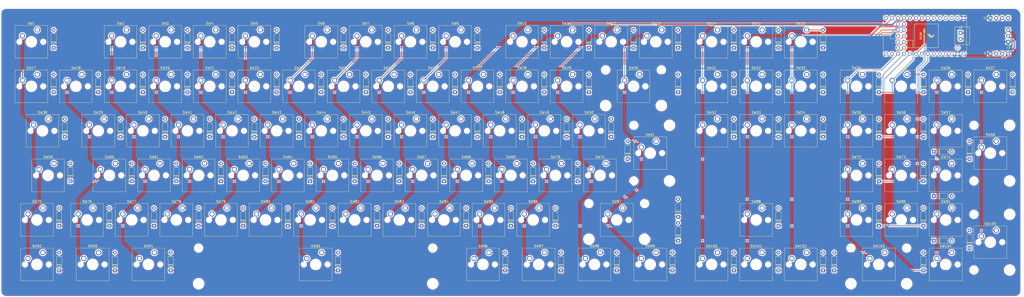
<source format=kicad_pcb>
(kicad_pcb (version 20171130) (host pcbnew "(5.1.12)-1")
  (layers (0 Front signal) (31 Back signal) (34 B.Paste user) (35 F.Paste user) (36 B.SilkS user) (37 F.SilkS user) (38 B.Mask user) (39 F.Mask user) (44 Edge.Cuts user))
  (net 0 "")
  (net 1 GND)
  (net 2 ROW1)
  (net 3 COL21)
  (net 4 COL20)
  (net 5 COL19)
  (net 6 COL18)
  (net 7 COL17)
  (net 8 COL16)
  (net 9 COL12)
  (net 10 COL11)
  (net 11 COL10)
  (net 12 COL9)
  (net 13 ROW6)
  (net 14 ROW5)
  (net 15 ROW4)
  (net 16 ROW3)
  (net 17 ROW2)
  (net 18 COL15)
  (net 19 COL14)
  (net 20 COL13)
  (net 21 COL8)
  (net 22 COL7)
  (net 23 COL6)
  (net 24 COL5)
  (net 25 COL4)
  (net 26 COL3)
  (net 27 COL2)
  (net 28 COL1)
  (net 29 "Net-(D1-Pad2)")
  (net 30 "Net-(D2-Pad2)")
  (net 31 "Net-(D3-Pad2)")
  (net 32 "Net-(D4-Pad2)")
  (net 33 "Net-(D5-Pad2)")
  (net 34 "Net-(D6-Pad2)")
  (net 35 "Net-(D7-Pad2)")
  (net 36 "Net-(D8-Pad2)")
  (net 37 "Net-(D9-Pad2)")
  (net 38 "Net-(D10-Pad2)")
  (net 39 "Net-(D11-Pad2)")
  (net 40 "Net-(D12-Pad2)")
  (net 41 "Net-(D13-Pad2)")
  (net 42 "Net-(D14-Pad2)")
  (net 43 "Net-(D15-Pad2)")
  (net 44 "Net-(D16-Pad2)")
  (net 45 "Net-(D17-Pad2)")
  (net 46 "Net-(D18-Pad2)")
  (net 47 "Net-(D19-Pad2)")
  (net 48 "Net-(D20-Pad2)")
  (net 49 "Net-(D21-Pad2)")
  (net 50 "Net-(D22-Pad2)")
  (net 51 "Net-(D23-Pad2)")
  (net 52 "Net-(D24-Pad2)")
  (net 53 "Net-(D25-Pad2)")
  (net 54 "Net-(D26-Pad2)")
  (net 55 "Net-(D27-Pad2)")
  (net 56 "Net-(D28-Pad2)")
  (net 57 "Net-(D29-Pad2)")
  (net 58 "Net-(D30-Pad2)")
  (net 59 "Net-(D31-Pad2)")
  (net 60 "Net-(D32-Pad2)")
  (net 61 "Net-(D33-Pad2)")
  (net 62 "Net-(D34-Pad2)")
  (net 63 "Net-(D35-Pad2)")
  (net 64 "Net-(D36-Pad2)")
  (net 65 "Net-(D37-Pad2)")
  (net 66 "Net-(D38-Pad2)")
  (net 67 "Net-(D39-Pad2)")
  (net 68 "Net-(D40-Pad2)")
  (net 69 "Net-(D41-Pad2)")
  (net 70 "Net-(D42-Pad2)")
  (net 71 "Net-(D43-Pad2)")
  (net 72 "Net-(D44-Pad2)")
  (net 73 "Net-(D45-Pad2)")
  (net 74 "Net-(D46-Pad2)")
  (net 75 "Net-(D47-Pad2)")
  (net 76 "Net-(D48-Pad2)")
  (net 77 "Net-(D49-Pad2)")
  (net 78 "Net-(D50-Pad2)")
  (net 79 "Net-(D51-Pad2)")
  (net 80 "Net-(D52-Pad2)")
  (net 81 "Net-(D53-Pad2)")
  (net 82 "Net-(D54-Pad2)")
  (net 83 "Net-(D55-Pad2)")
  (net 84 "Net-(D56-Pad2)")
  (net 85 "Net-(D57-Pad2)")
  (net 86 "Net-(D58-Pad2)")
  (net 87 "Net-(D59-Pad2)")
  (net 88 "Net-(D60-Pad2)")
  (net 89 "Net-(D61-Pad2)")
  (net 90 "Net-(D62-Pad2)")
  (net 91 "Net-(D63-Pad2)")
  (net 92 "Net-(D64-Pad2)")
  (net 93 "Net-(D65-Pad2)")
  (net 94 "Net-(D66-Pad2)")
  (net 95 "Net-(D67-Pad2)")
  (net 96 "Net-(D68-Pad2)")
  (net 97 "Net-(D69-Pad2)")
  (net 98 "Net-(D70-Pad2)")
  (net 99 "Net-(D71-Pad2)")
  (net 100 "Net-(D72-Pad2)")
  (net 101 "Net-(D73-Pad2)")
  (net 102 "Net-(D74-Pad2)")
  (net 103 "Net-(D75-Pad2)")
  (net 104 "Net-(D76-Pad2)")
  (net 105 "Net-(D77-Pad2)")
  (net 106 "Net-(D78-Pad2)")
  (net 107 "Net-(D79-Pad2)")
  (net 108 "Net-(D80-Pad2)")
  (net 109 "Net-(D81-Pad2)")
  (net 110 "Net-(D82-Pad2)")
  (net 111 "Net-(D83-Pad2)")
  (net 112 "Net-(D84-Pad2)")
  (net 113 "Net-(D85-Pad2)")
  (net 114 "Net-(D86-Pad2)")
  (net 115 "Net-(D87-Pad2)")
  (net 116 "Net-(D88-Pad2)")
  (net 117 "Net-(D89-Pad2)")
  (net 118 "Net-(D90-Pad2)")
  (net 119 "Net-(D91-Pad2)")
  (net 120 "Net-(D92-Pad2)")
  (net 121 "Net-(D93-Pad2)")
  (net 122 "Net-(D94-Pad2)")
  (net 123 "Net-(D95-Pad2)")
  (net 124 "Net-(D96-Pad2)")
  (net 125 "Net-(D97-Pad2)")
  (net 126 "Net-(D98-Pad2)")
  (net 127 "Net-(D99-Pad2)")
  (net 128 "Net-(D100-Pad2)")
  (net 129 "Net-(D101-Pad2)")
  (net 130 "Net-(D102-Pad2)")
  (net 131 "Net-(D103-Pad2)")
  (net 132 "Net-(D104-Pad2)")
  (net 133 "Net-(D105-Pad2)")
  (net 134 "Net-(U1-Pad34)")
  (net 135 5V)
  (net 136 D-)
  (net 137 D+)
  (net 138 3V3)
  (net 139 "Net-(U1-Pad2)")
  (net 140 "Net-(U1-Pad3)")
  (net 141 "Net-(U1-Pad4)")
  (net 142 "Net-(U1-Pad5)")
  (net 143 "Net-(U1-Pad6)")
  (net 144 SCL)
  (net 145 SDA)
  (module Connector_PinHeader_2.54mm:PinHeader_1x04_P2.54mm_Vertical (layer Front) (at 407.035 19.685 90)
    (fp_text reference J4 (at 0 -2.33 90) (layer F.SilkS))
    (fp_text value Conn_01x04_Female)
    (pad 4 thru_hole oval (at 0 7.62 90) (size 1.7 1.7) (drill 1) (layers *.Cu *.Mask) (net 138 3V3))
    (pad 3 thru_hole oval (at 0 5.08 90) (size 1.7 1.7) (drill 1) (layers *.Cu *.Mask) (net 145 SDA))
    (pad 2 thru_hole oval (at 0 2.54 90) (size 1.7 1.7) (drill 1) (layers *.Cu *.Mask) (net 144 SCL))
    (pad 1 thru_hole rect (at 0 0 90) (size 1.7 1.7) (drill 1) (layers *.Cu *.Mask) (net 1 GND))
  )
  (module Diode_THT:D_DO-35_SOD27_P7.62mm_Horizontal (layer Front) (at 378.46 112.395 90)
    (fp_text reference D104 hide)
    (fp_text value D)
    (pad 2 thru_hole oval (at 7.62 0 90) (size 1.6 1.6) (drill 0.8) (layers *.Cu *.Mask) (net 132 "Net-(D104-Pad2)"))
    (pad 1 thru_hole rect (at 0 0 90) (size 1.6 1.6) (drill 0.8) (layers *.Cu *.Mask) (net 13 ROW6))
  )
  (module teensy:Teensy40_Remove_Last_Col (layer Front) (at 379.095 12.065 180)
    (fp_text reference U1 (at 0 -10.16) (layer F.SilkS))
    (fp_text value Teensy4.0)
    (fp_text user DVL6A (at 1.778 0 90) (layer F.SilkS) (effects (font (size 0.7 0.7))))
    (fp_text user MIMXRT1062 (at 0.254 0 90) (layer F.SilkS) (effects (font (size 0.7 0.7))))
    (pad 44 thru_hole circle (at 8.89 5.08 180) (size 1.6 1.6) (drill 1.1) (layers *.Cu *.Mask) (net 2 ROW1))
    (pad 43 thru_hole circle (at 11.43 5.08 180) (size 1.6 1.6) (drill 1.1) (layers *.Cu *.Mask) (net 7 COL17))
    (pad 42 thru_hole circle (at 8.89 2.54 180) (size 1.6 1.6) (drill 1.1) (layers *.Cu *.Mask) (net 27 COL2))
    (pad 41 thru_hole circle (at 11.43 2.54 180) (size 1.6 1.6) (drill 1.1) (layers *.Cu *.Mask) (net 28 COL1))
    (pad 40 thru_hole circle (at 8.89 0 180) (size 1.6 1.6) (drill 1.1) (layers *.Cu *.Mask) (net 25 COL4))
    (pad 39 thru_hole circle (at 11.43 0 180) (size 1.6 1.6) (drill 1.1) (layers *.Cu *.Mask) (net 26 COL3))
    (pad 38 thru_hole circle (at 8.89 -2.54 180) (size 1.6 1.6) (drill 1.1) (layers *.Cu *.Mask) (net 23 COL6))
    (pad 37 thru_hole circle (at 11.43 -2.54 180) (size 1.6 1.6) (drill 1.1) (layers *.Cu *.Mask) (net 24 COL5))
    (pad 36 thru_hole circle (at 8.89 -5.08 180) (size 1.6 1.6) (drill 1.1) (layers *.Cu *.Mask) (net 21 COL8))
    (pad 35 thru_hole circle (at 11.43 -5.08 180) (size 1.6 1.6) (drill 1.1) (layers *.Cu *.Mask) (net 22 COL7))
    (pad 1 thru_hole circle (at -16.51 7.62 180) (size 1.6 1.6) (drill 1.1) (layers *.Cu *.Mask) (net 1 GND))
    (pad 2 thru_hole circle (at -13.97 7.62 180) (size 1.6 1.6) (drill 1.1) (layers *.Cu *.Mask) (net 139 "Net-(U1-Pad2)"))
    (pad 3 thru_hole circle (at -11.43 7.62 180) (size 1.6 1.6) (drill 1.1) (layers *.Cu *.Mask) (net 140 "Net-(U1-Pad3)"))
    (pad 4 thru_hole circle (at -8.89 7.62 180) (size 1.6 1.6) (drill 1.1) (layers *.Cu *.Mask) (net 141 "Net-(U1-Pad4)"))
    (pad 5 thru_hole circle (at -6.35 7.62 180) (size 1.6 1.6) (drill 1.1) (layers *.Cu *.Mask) (net 142 "Net-(U1-Pad5)"))
    (pad 6 thru_hole circle (at -3.81 7.62 180) (size 1.6 1.6) (drill 1.1) (layers *.Cu *.Mask) (net 143 "Net-(U1-Pad6)"))
    (pad 7 thru_hole circle (at -1.27 7.62 180) (size 1.6 1.6) (drill 1.1) (layers *.Cu *.Mask) (net 15 ROW4))
    (pad 8 thru_hole circle (at 1.27 7.62 180) (size 1.6 1.6) (drill 1.1) (layers *.Cu *.Mask) (net 5 COL19))
    (pad 9 thru_hole circle (at 3.81 7.62 180) (size 1.6 1.6) (drill 1.1) (layers *.Cu *.Mask) (net 8 COL16))
    (pad 10 thru_hole circle (at 6.35 7.62 180) (size 1.6 1.6) (drill 1.1) (layers *.Cu *.Mask) (net 18 COL15))
    (pad 11 thru_hole circle (at 8.89 7.62 180) (size 1.6 1.6) (drill 1.1) (layers *.Cu *.Mask) (net 19 COL14))
    (pad 12 thru_hole circle (at 11.43 7.62 180) (size 1.6 1.6) (drill 1.1) (layers *.Cu *.Mask) (net 20 COL13))
    (pad 13 thru_hole circle (at 13.97 7.62 180) (size 1.6 1.6) (drill 1.1) (layers *.Cu *.Mask) (net 9 COL12))
    (pad 34 thru_hole circle (at -13.97 -5.08 180) (size 1.6 1.6) (drill 1.1) (layers *.Cu *.Mask) (net 134 "Net-(U1-Pad34)"))
    (pad 33 thru_hole circle (at -16.51 -7.62 180) (size 1.6 1.6) (drill 1.1) (layers *.Cu *.Mask) (net 135 5V))
    (pad 32 thru_hole circle (at -13.97 -7.62 180) (size 1.6 1.6) (drill 1.1) (layers *.Cu *.Mask) (net 1 GND))
    (pad 31 thru_hole circle (at -11.43 -7.62 180) (size 1.6 1.6) (drill 1.1) (layers *.Cu *.Mask) (net 138 3V3))
    (pad 30 thru_hole circle (at -8.89 -7.62 180) (size 1.6 1.6) (drill 1.1) (layers *.Cu *.Mask) (net 3 COL21))
    (pad 29 thru_hole circle (at -6.35 -7.62 180) (size 1.6 1.6) (drill 1.1) (layers *.Cu *.Mask) (net 4 COL20))
    (pad 28 thru_hole circle (at -3.81 -7.62 180) (size 1.6 1.6) (drill 1.1) (layers *.Cu *.Mask) (net 17 ROW2))
    (pad 27 thru_hole circle (at -1.27 -7.62 180) (size 1.6 1.6) (drill 1.1) (layers *.Cu *.Mask) (net 16 ROW3))
    (pad 26 thru_hole circle (at 1.27 -7.62 180) (size 1.6 1.6) (drill 1.1) (layers *.Cu *.Mask) (net 144 SCL))
    (pad 25 thru_hole circle (at 3.81 -7.62 180) (size 1.6 1.6) (drill 1.1) (layers *.Cu *.Mask) (net 145 SDA))
    (pad 24 thru_hole circle (at 6.35 -7.62 180) (size 1.6 1.6) (drill 1.1) (layers *.Cu *.Mask) (net 14 ROW5))
    (pad 23 thru_hole circle (at 8.89 -7.62 180) (size 1.6 1.6) (drill 1.1) (layers *.Cu *.Mask) (net 13 ROW6))
    (pad 22 thru_hole circle (at 11.43 -7.62 180) (size 1.6 1.6) (drill 1.1) (layers *.Cu *.Mask) (net 6 COL18))
    (pad 21 thru_hole circle (at 13.97 -7.62 180) (size 1.6 1.6) (drill 1.1) (layers *.Cu *.Mask) (net 11 COL10))
    (pad 14 thru_hole circle (at 16.51 7.62 180) (size 1.6 1.6) (drill 1.1) (layers *.Cu *.Mask) (net 10 COL11))
    (pad 20 thru_hole circle (at 16.51 -7.62 180) (size 1.6 1.6) (drill 1.1) (layers *.Cu *.Mask) (net 12 COL9))
  )
  (module Connector_PinHeader_2.54mm:PinHeader_1x03_P2.54mm_Vertical (layer Front) (at 414.655 14.605 180)
    (fp_text reference J3 (at 0 -2.33) (layer F.SilkS))
    (fp_text value Conn_01x03_Male)
    (pad 3 thru_hole oval (at 0 5.08 180) (size 1.7 1.7) (drill 1) (layers *.Cu *.Mask) (net 135 5V))
    (pad 2 thru_hole oval (at 0 2.54 180) (size 1.7 1.7) (drill 1) (layers *.Cu *.Mask) (net 138 3V3))
    (pad 1 thru_hole rect (at 0 0 180) (size 1.7 1.7) (drill 1) (layers *.Cu *.Mask) (net 1 GND))
  )
  (module Connector_PinHeader_2.54mm:PinHeader_1x02_P2.54mm_Vertical (layer Front) (at 394.335 10.795)
    (fp_text reference J2 (at 0 -2.33) (layer F.SilkS))
    (fp_text value " ")
    (pad 2 thru_hole oval (at 0 2.54) (size 1.7 1.7) (drill 1) (layers *.Cu *.Mask) (net 136 D-))
    (pad 1 thru_hole rect (at 0 0) (size 1.7 1.7) (drill 1) (layers *.Cu *.Mask) (net 137 D+))
  )
  (module Connector_PinHeader_2.54mm:PinHeader_1x04_P2.54mm_Vertical (layer Front) (at 407.035 4.445 90)
    (fp_text reference J1 (at 0 -2.33 90) (layer F.SilkS))
    (fp_text value Conn_01x04_Female)
    (pad 4 thru_hole oval (at 0 7.62 90) (size 1.7 1.7) (drill 1) (layers *.Cu *.Mask) (net 135 5V))
    (pad 3 thru_hole oval (at 0 5.08 90) (size 1.7 1.7) (drill 1) (layers *.Cu *.Mask) (net 136 D-))
    (pad 2 thru_hole oval (at 0 2.54 90) (size 1.7 1.7) (drill 1) (layers *.Cu *.Mask) (net 137 D+))
    (pad 1 thru_hole rect (at 0 0 90) (size 1.7 1.7) (drill 1) (layers *.Cu *.Mask) (net 1 GND))
  )
  (module Button_Switch_Keyboard:SW_Cherry_MX_2.75u_PCB (layer Front) (at 250.031 85.725)
    (fp_text reference SW87 (at -2.54 -2.794) (layer F.SilkS))
    (fp_text value SW_Push)
    (pad "" np_thru_hole circle (at 9.36 -1.92) (size 3.05 3.05) (drill 3.05) (layers *.Cu *.Mask))
    (pad "" np_thru_hole circle (at -14.44 -1.92) (size 3.05 3.05) (drill 3.05) (layers *.Cu *.Mask))
    (pad "" np_thru_hole circle (at -14.44 13.32) (size 4 4) (drill 4) (layers *.Cu *.Mask))
    (pad "" np_thru_hole circle (at 9.36 13.32) (size 4 4) (drill 4) (layers *.Cu *.Mask))
    (pad "" np_thru_hole circle (at 2.54 5.08) (size 1.7 1.7) (drill 1.7) (layers *.Cu *.Mask))
    (pad "" np_thru_hole circle (at -7.62 5.08) (size 1.7 1.7) (drill 1.7) (layers *.Cu *.Mask))
    (pad "" np_thru_hole circle (at -2.54 5.08) (size 4 4) (drill 4) (layers *.Cu *.Mask))
    (pad 2 thru_hole circle (at -6.35 2.54) (size 2.2 2.2) (drill 1.5) (layers *.Cu *.Mask) (net 19 COL14))
    (pad 1 thru_hole circle (at 0 0) (size 2.2 2.2) (drill 1.5) (layers *.Cu *.Mask) (net 115 "Net-(D87-Pad2)"))
  )
  (module Button_Switch_Keyboard:SW_Cherry_MX_1.00u_PCB (layer Front) (at 214.312 85.725)
    (fp_text reference SW86 (at -2.54 -2.794) (layer F.SilkS))
    (fp_text value SW_Push)
    (pad "" np_thru_hole circle (at 2.54 5.08) (size 1.7 1.7) (drill 1.7) (layers *.Cu *.Mask))
    (pad "" np_thru_hole circle (at -7.62 5.08) (size 1.7 1.7) (drill 1.7) (layers *.Cu *.Mask))
    (pad "" np_thru_hole circle (at -2.54 5.08) (size 4 4) (drill 4) (layers *.Cu *.Mask))
    (pad 2 thru_hole circle (at -6.35 2.54) (size 2.2 2.2) (drill 1.5) (layers *.Cu *.Mask) (net 9 COL12))
    (pad 1 thru_hole circle (at 0 0) (size 2.2 2.2) (drill 1.5) (layers *.Cu *.Mask) (net 114 "Net-(D86-Pad2)"))
  )
  (module Button_Switch_Keyboard:SW_Cherry_MX_2.00u_Vertical_PCB (layer Front) (at 409.575 95.25)
    (fp_text reference SW105 (at -2.54 -2.794) (layer F.SilkS))
    (fp_text value SW_Push)
    (pad "" np_thru_hole circle (at -9.54 -6.82) (size 3.05 3.05) (drill 3.05) (layers *.Cu *.Mask))
    (pad "" np_thru_hole circle (at -9.54 16.98) (size 3.05 3.05) (drill 3.05) (layers *.Cu *.Mask))
    (pad "" np_thru_hole circle (at 5.7 16.98) (size 4 4) (drill 4) (layers *.Cu *.Mask))
    (pad "" np_thru_hole circle (at 5.7 -6.82) (size 4 4) (drill 4) (layers *.Cu *.Mask))
    (pad "" np_thru_hole circle (at 2.54 5.08) (size 1.7 1.7) (drill 1.7) (layers *.Cu *.Mask))
    (pad "" np_thru_hole circle (at -7.62 5.08) (size 1.7 1.7) (drill 1.7) (layers *.Cu *.Mask))
    (pad "" np_thru_hole circle (at -2.54 5.08) (size 4 4) (drill 4) (layers *.Cu *.Mask))
    (pad 2 thru_hole circle (at -6.35 2.54) (size 2.2 2.2) (drill 1.5) (layers *.Cu *.Mask) (net 3 COL21))
    (pad 1 thru_hole circle (at 0 0) (size 2.2 2.2) (drill 1.5) (layers *.Cu *.Mask) (net 133 "Net-(D105-Pad2)"))
  )
  (module Button_Switch_Keyboard:SW_Cherry_MX_1.00u_PCB (layer Front) (at 390.525 104.775)
    (fp_text reference SW104 (at -2.54 -2.794) (layer F.SilkS))
    (fp_text value SW_Push)
    (pad "" np_thru_hole circle (at 2.54 5.08) (size 1.7 1.7) (drill 1.7) (layers *.Cu *.Mask))
    (pad "" np_thru_hole circle (at -7.62 5.08) (size 1.7 1.7) (drill 1.7) (layers *.Cu *.Mask))
    (pad "" np_thru_hole circle (at -2.54 5.08) (size 4 4) (drill 4) (layers *.Cu *.Mask))
    (pad 2 thru_hole circle (at -6.35 2.54) (size 2.2 2.2) (drill 1.5) (layers *.Cu *.Mask) (net 4 COL20))
    (pad 1 thru_hole circle (at 0 0) (size 2.2 2.2) (drill 1.5) (layers *.Cu *.Mask) (net 132 "Net-(D104-Pad2)"))
  )
  (module Button_Switch_Keyboard:SW_Cherry_MX_2.00u_PCB (layer Front) (at 361.95 104.775)
    (fp_text reference SW103 (at -2.54 -2.794) (layer F.SilkS))
    (fp_text value SW_Push)
    (pad "" np_thru_hole circle (at 9.36 -1.92) (size 3.05 3.05) (drill 3.05) (layers *.Cu *.Mask))
    (pad "" np_thru_hole circle (at -14.44 -1.92) (size 3.05 3.05) (drill 3.05) (layers *.Cu *.Mask))
    (pad "" np_thru_hole circle (at -14.44 13.32) (size 4 4) (drill 4) (layers *.Cu *.Mask))
    (pad "" np_thru_hole circle (at 9.36 13.32) (size 4 4) (drill 4) (layers *.Cu *.Mask))
    (pad "" np_thru_hole circle (at 2.54 5.08) (size 1.7 1.7) (drill 1.7) (layers *.Cu *.Mask))
    (pad "" np_thru_hole circle (at -7.62 5.08) (size 1.7 1.7) (drill 1.7) (layers *.Cu *.Mask))
    (pad "" np_thru_hole circle (at -2.54 5.08) (size 4 4) (drill 4) (layers *.Cu *.Mask))
    (pad 2 thru_hole circle (at -6.35 2.54) (size 2.2 2.2) (drill 1.5) (layers *.Cu *.Mask) (net 6 COL18))
    (pad 1 thru_hole circle (at 0 0) (size 2.2 2.2) (drill 1.5) (layers *.Cu *.Mask) (net 131 "Net-(D103-Pad2)"))
  )
  (module Button_Switch_Keyboard:SW_Cherry_MX_1.00u_PCB (layer Front) (at 328.612 104.775)
    (fp_text reference SW102 (at -2.54 -2.794) (layer F.SilkS))
    (fp_text value SW_Push)
    (pad "" np_thru_hole circle (at 2.54 5.08) (size 1.7 1.7) (drill 1.7) (layers *.Cu *.Mask))
    (pad "" np_thru_hole circle (at -7.62 5.08) (size 1.7 1.7) (drill 1.7) (layers *.Cu *.Mask))
    (pad "" np_thru_hole circle (at -2.54 5.08) (size 4 4) (drill 4) (layers *.Cu *.Mask))
    (pad 2 thru_hole circle (at -6.35 2.54) (size 2.2 2.2) (drill 1.5) (layers *.Cu *.Mask) (net 7 COL17))
    (pad 1 thru_hole circle (at 0 0) (size 2.2 2.2) (drill 1.5) (layers *.Cu *.Mask) (net 130 "Net-(D102-Pad2)"))
  )
  (module Button_Switch_Keyboard:SW_Cherry_MX_1.00u_PCB (layer Front) (at 309.562 104.775)
    (fp_text reference SW101 (at -2.54 -2.794) (layer F.SilkS))
    (fp_text value SW_Push)
    (pad "" np_thru_hole circle (at 2.54 5.08) (size 1.7 1.7) (drill 1.7) (layers *.Cu *.Mask))
    (pad "" np_thru_hole circle (at -7.62 5.08) (size 1.7 1.7) (drill 1.7) (layers *.Cu *.Mask))
    (pad "" np_thru_hole circle (at -2.54 5.08) (size 4 4) (drill 4) (layers *.Cu *.Mask))
    (pad 2 thru_hole circle (at -6.35 2.54) (size 2.2 2.2) (drill 1.5) (layers *.Cu *.Mask) (net 8 COL16))
    (pad 1 thru_hole circle (at 0 0) (size 2.2 2.2) (drill 1.5) (layers *.Cu *.Mask) (net 129 "Net-(D101-Pad2)"))
  )
  (module Button_Switch_Keyboard:SW_Cherry_MX_1.00u_PCB (layer Front) (at 290.512 104.775)
    (fp_text reference SW100 (at -2.54 -2.794) (layer F.SilkS))
    (fp_text value SW_Push)
    (pad "" np_thru_hole circle (at 2.54 5.08) (size 1.7 1.7) (drill 1.7) (layers *.Cu *.Mask))
    (pad "" np_thru_hole circle (at -7.62 5.08) (size 1.7 1.7) (drill 1.7) (layers *.Cu *.Mask))
    (pad "" np_thru_hole circle (at -2.54 5.08) (size 4 4) (drill 4) (layers *.Cu *.Mask))
    (pad 2 thru_hole circle (at -6.35 2.54) (size 2.2 2.2) (drill 1.5) (layers *.Cu *.Mask) (net 18 COL15))
    (pad 1 thru_hole circle (at 0 0) (size 2.2 2.2) (drill 1.5) (layers *.Cu *.Mask) (net 128 "Net-(D100-Pad2)"))
  )
  (module Button_Switch_Keyboard:SW_Cherry_MX_1.25u_PCB (layer Front) (at 264.319 104.775)
    (fp_text reference SW99 (at -2.54 -2.794) (layer F.SilkS))
    (fp_text value SW_Push)
    (pad "" np_thru_hole circle (at 2.54 5.08) (size 1.7 1.7) (drill 1.7) (layers *.Cu *.Mask))
    (pad "" np_thru_hole circle (at -7.62 5.08) (size 1.7 1.7) (drill 1.7) (layers *.Cu *.Mask))
    (pad "" np_thru_hole circle (at -2.54 5.08) (size 4 4) (drill 4) (layers *.Cu *.Mask))
    (pad 2 thru_hole circle (at -6.35 2.54) (size 2.2 2.2) (drill 1.5) (layers *.Cu *.Mask) (net 19 COL14))
    (pad 1 thru_hole circle (at 0 0) (size 2.2 2.2) (drill 1.5) (layers *.Cu *.Mask) (net 127 "Net-(D99-Pad2)"))
  )
  (module Button_Switch_Keyboard:SW_Cherry_MX_1.25u_PCB (layer Front) (at 240.506 104.775)
    (fp_text reference SW98 (at -2.54 -2.794) (layer F.SilkS))
    (fp_text value SW_Push)
    (pad "" np_thru_hole circle (at 2.54 5.08) (size 1.7 1.7) (drill 1.7) (layers *.Cu *.Mask))
    (pad "" np_thru_hole circle (at -7.62 5.08) (size 1.7 1.7) (drill 1.7) (layers *.Cu *.Mask))
    (pad "" np_thru_hole circle (at -2.54 5.08) (size 4 4) (drill 4) (layers *.Cu *.Mask))
    (pad 2 thru_hole circle (at -6.35 2.54) (size 2.2 2.2) (drill 1.5) (layers *.Cu *.Mask) (net 20 COL13))
    (pad 1 thru_hole circle (at 0 0) (size 2.2 2.2) (drill 1.5) (layers *.Cu *.Mask) (net 126 "Net-(D98-Pad2)"))
  )
  (module Button_Switch_Keyboard:SW_Cherry_MX_1.25u_PCB (layer Front) (at 216.694 104.775)
    (fp_text reference SW97 (at -2.54 -2.794) (layer F.SilkS))
    (fp_text value SW_Push)
    (pad "" np_thru_hole circle (at 2.54 5.08) (size 1.7 1.7) (drill 1.7) (layers *.Cu *.Mask))
    (pad "" np_thru_hole circle (at -7.62 5.08) (size 1.7 1.7) (drill 1.7) (layers *.Cu *.Mask))
    (pad "" np_thru_hole circle (at -2.54 5.08) (size 4 4) (drill 4) (layers *.Cu *.Mask))
    (pad 2 thru_hole circle (at -6.35 2.54) (size 2.2 2.2) (drill 1.5) (layers *.Cu *.Mask) (net 9 COL12))
    (pad 1 thru_hole circle (at 0 0) (size 2.2 2.2) (drill 1.5) (layers *.Cu *.Mask) (net 125 "Net-(D97-Pad2)"))
  )
  (module Button_Switch_Keyboard:SW_Cherry_MX_1.25u_PCB (layer Front) (at 192.881 104.775)
    (fp_text reference SW96 (at -2.54 -2.794) (layer F.SilkS))
    (fp_text value SW_Push)
    (pad "" np_thru_hole circle (at 2.54 5.08) (size 1.7 1.7) (drill 1.7) (layers *.Cu *.Mask))
    (pad "" np_thru_hole circle (at -7.62 5.08) (size 1.7 1.7) (drill 1.7) (layers *.Cu *.Mask))
    (pad "" np_thru_hole circle (at -2.54 5.08) (size 4 4) (drill 4) (layers *.Cu *.Mask))
    (pad 2 thru_hole circle (at -6.35 2.54) (size 2.2 2.2) (drill 1.5) (layers *.Cu *.Mask) (net 10 COL11))
    (pad 1 thru_hole circle (at 0 0) (size 2.2 2.2) (drill 1.5) (layers *.Cu *.Mask) (net 124 "Net-(D96-Pad2)"))
  )
  (module Button_Switch_Keyboard:SW_Cherry_MX_6.25u_PCB (layer Front) (at 121.444 104.775)
    (fp_text reference SW95 (at -2.54 -2.794) (layer F.SilkS))
    (fp_text value SW_Push)
    (pad "" np_thru_hole circle (at 47.46 -1.92) (size 3.05 3.05) (drill 3.05) (layers *.Cu *.Mask))
    (pad "" np_thru_hole circle (at -52.54 -1.92) (size 3.05 3.05) (drill 3.05) (layers *.Cu *.Mask))
    (pad "" np_thru_hole circle (at -52.54 13.32) (size 4 4) (drill 4) (layers *.Cu *.Mask))
    (pad "" np_thru_hole circle (at 47.46 13.32) (size 4 4) (drill 4) (layers *.Cu *.Mask))
    (pad "" np_thru_hole circle (at 2.54 5.08) (size 1.7 1.7) (drill 1.7) (layers *.Cu *.Mask))
    (pad "" np_thru_hole circle (at -7.62 5.08) (size 1.7 1.7) (drill 1.7) (layers *.Cu *.Mask))
    (pad "" np_thru_hole circle (at -2.54 5.08) (size 4 4) (drill 4) (layers *.Cu *.Mask))
    (pad 2 thru_hole circle (at -6.35 2.54) (size 2.2 2.2) (drill 1.5) (layers *.Cu *.Mask) (net 22 COL7))
    (pad 1 thru_hole circle (at 0 0) (size 2.2 2.2) (drill 1.5) (layers *.Cu *.Mask) (net 123 "Net-(D95-Pad2)"))
  )
  (module Button_Switch_Keyboard:SW_Cherry_MX_1.25u_PCB (layer Front) (at 50.0062 104.775)
    (fp_text reference SW94 (at -2.54 -2.794) (layer F.SilkS))
    (fp_text value SW_Push)
    (pad "" np_thru_hole circle (at 2.54 5.08) (size 1.7 1.7) (drill 1.7) (layers *.Cu *.Mask))
    (pad "" np_thru_hole circle (at -7.62 5.08) (size 1.7 1.7) (drill 1.7) (layers *.Cu *.Mask))
    (pad "" np_thru_hole circle (at -2.54 5.08) (size 4 4) (drill 4) (layers *.Cu *.Mask))
    (pad 2 thru_hole circle (at -6.35 2.54) (size 2.2 2.2) (drill 1.5) (layers *.Cu *.Mask) (net 26 COL3))
    (pad 1 thru_hole circle (at 0 0) (size 2.2 2.2) (drill 1.5) (layers *.Cu *.Mask) (net 122 "Net-(D94-Pad2)"))
  )
  (module Button_Switch_Keyboard:SW_Cherry_MX_1.25u_PCB (layer Front) (at 26.1938 104.775)
    (fp_text reference SW93 (at -2.54 -2.794) (layer F.SilkS))
    (fp_text value SW_Push)
    (pad "" np_thru_hole circle (at 2.54 5.08) (size 1.7 1.7) (drill 1.7) (layers *.Cu *.Mask))
    (pad "" np_thru_hole circle (at -7.62 5.08) (size 1.7 1.7) (drill 1.7) (layers *.Cu *.Mask))
    (pad "" np_thru_hole circle (at -2.54 5.08) (size 4 4) (drill 4) (layers *.Cu *.Mask))
    (pad 2 thru_hole circle (at -6.35 2.54) (size 2.2 2.2) (drill 1.5) (layers *.Cu *.Mask) (net 27 COL2))
    (pad 1 thru_hole circle (at 0 0) (size 2.2 2.2) (drill 1.5) (layers *.Cu *.Mask) (net 121 "Net-(D93-Pad2)"))
  )
  (module Button_Switch_Keyboard:SW_Cherry_MX_1.25u_PCB (layer Front) (at 2.3813 104.775)
    (fp_text reference SW92 (at -2.54 -2.794) (layer F.SilkS))
    (fp_text value SW_Push)
    (pad "" np_thru_hole circle (at 2.54 5.08) (size 1.7 1.7) (drill 1.7) (layers *.Cu *.Mask))
    (pad "" np_thru_hole circle (at -7.62 5.08) (size 1.7 1.7) (drill 1.7) (layers *.Cu *.Mask))
    (pad "" np_thru_hole circle (at -2.54 5.08) (size 4 4) (drill 4) (layers *.Cu *.Mask))
    (pad 2 thru_hole circle (at -6.35 2.54) (size 2.2 2.2) (drill 1.5) (layers *.Cu *.Mask) (net 28 COL1))
    (pad 1 thru_hole circle (at 0 0) (size 2.2 2.2) (drill 1.5) (layers *.Cu *.Mask) (net 120 "Net-(D92-Pad2)"))
  )
  (module Button_Switch_Keyboard:SW_Cherry_MX_1.00u_PCB (layer Front) (at 390.525 85.725)
    (fp_text reference SW91 (at -2.54 -2.794) (layer F.SilkS))
    (fp_text value SW_Push)
    (pad "" np_thru_hole circle (at 2.54 5.08) (size 1.7 1.7) (drill 1.7) (layers *.Cu *.Mask))
    (pad "" np_thru_hole circle (at -7.62 5.08) (size 1.7 1.7) (drill 1.7) (layers *.Cu *.Mask))
    (pad "" np_thru_hole circle (at -2.54 5.08) (size 4 4) (drill 4) (layers *.Cu *.Mask))
    (pad 2 thru_hole circle (at -6.35 2.54) (size 2.2 2.2) (drill 1.5) (layers *.Cu *.Mask) (net 4 COL20))
    (pad 1 thru_hole circle (at 0 0) (size 2.2 2.2) (drill 1.5) (layers *.Cu *.Mask) (net 119 "Net-(D91-Pad2)"))
  )
  (module Button_Switch_Keyboard:SW_Cherry_MX_1.00u_PCB (layer Front) (at 371.475 85.725)
    (fp_text reference SW90 (at -2.54 -2.794) (layer F.SilkS))
    (fp_text value SW_Push)
    (pad "" np_thru_hole circle (at 2.54 5.08) (size 1.7 1.7) (drill 1.7) (layers *.Cu *.Mask))
    (pad "" np_thru_hole circle (at -7.62 5.08) (size 1.7 1.7) (drill 1.7) (layers *.Cu *.Mask))
    (pad "" np_thru_hole circle (at -2.54 5.08) (size 4 4) (drill 4) (layers *.Cu *.Mask))
    (pad 2 thru_hole circle (at -6.35 2.54) (size 2.2 2.2) (drill 1.5) (layers *.Cu *.Mask) (net 5 COL19))
    (pad 1 thru_hole circle (at 0 0) (size 2.2 2.2) (drill 1.5) (layers *.Cu *.Mask) (net 118 "Net-(D90-Pad2)"))
  )
  (module Button_Switch_Keyboard:SW_Cherry_MX_1.00u_PCB (layer Front) (at 352.425 85.725)
    (fp_text reference SW89 (at -2.54 -2.794) (layer F.SilkS))
    (fp_text value SW_Push)
    (pad "" np_thru_hole circle (at 2.54 5.08) (size 1.7 1.7) (drill 1.7) (layers *.Cu *.Mask))
    (pad "" np_thru_hole circle (at -7.62 5.08) (size 1.7 1.7) (drill 1.7) (layers *.Cu *.Mask))
    (pad "" np_thru_hole circle (at -2.54 5.08) (size 4 4) (drill 4) (layers *.Cu *.Mask))
    (pad 2 thru_hole circle (at -6.35 2.54) (size 2.2 2.2) (drill 1.5) (layers *.Cu *.Mask) (net 6 COL18))
    (pad 1 thru_hole circle (at 0 0) (size 2.2 2.2) (drill 1.5) (layers *.Cu *.Mask) (net 117 "Net-(D89-Pad2)"))
  )
  (module Button_Switch_Keyboard:SW_Cherry_MX_1.00u_PCB (layer Front) (at 309.562 85.725)
    (fp_text reference SW88 (at -2.54 -2.794) (layer F.SilkS))
    (fp_text value SW_Push)
    (pad "" np_thru_hole circle (at 2.54 5.08) (size 1.7 1.7) (drill 1.7) (layers *.Cu *.Mask))
    (pad "" np_thru_hole circle (at -7.62 5.08) (size 1.7 1.7) (drill 1.7) (layers *.Cu *.Mask))
    (pad "" np_thru_hole circle (at -2.54 5.08) (size 4 4) (drill 4) (layers *.Cu *.Mask))
    (pad 2 thru_hole circle (at -6.35 2.54) (size 2.2 2.2) (drill 1.5) (layers *.Cu *.Mask) (net 8 COL16))
    (pad 1 thru_hole circle (at 0 0) (size 2.2 2.2) (drill 1.5) (layers *.Cu *.Mask) (net 116 "Net-(D88-Pad2)"))
  )
  (module Button_Switch_Keyboard:SW_Cherry_MX_1.00u_PCB (layer Front) (at 195.262 85.725)
    (fp_text reference SW85 (at -2.54 -2.794) (layer F.SilkS))
    (fp_text value SW_Push)
    (pad "" np_thru_hole circle (at 2.54 5.08) (size 1.7 1.7) (drill 1.7) (layers *.Cu *.Mask))
    (pad "" np_thru_hole circle (at -7.62 5.08) (size 1.7 1.7) (drill 1.7) (layers *.Cu *.Mask))
    (pad "" np_thru_hole circle (at -2.54 5.08) (size 4 4) (drill 4) (layers *.Cu *.Mask))
    (pad 2 thru_hole circle (at -6.35 2.54) (size 2.2 2.2) (drill 1.5) (layers *.Cu *.Mask) (net 10 COL11))
    (pad 1 thru_hole circle (at 0 0) (size 2.2 2.2) (drill 1.5) (layers *.Cu *.Mask) (net 113 "Net-(D85-Pad2)"))
  )
  (module Button_Switch_Keyboard:SW_Cherry_MX_1.00u_PCB (layer Front) (at 176.212 85.725)
    (fp_text reference SW84 (at -2.54 -2.794) (layer F.SilkS))
    (fp_text value SW_Push)
    (pad "" np_thru_hole circle (at 2.54 5.08) (size 1.7 1.7) (drill 1.7) (layers *.Cu *.Mask))
    (pad "" np_thru_hole circle (at -7.62 5.08) (size 1.7 1.7) (drill 1.7) (layers *.Cu *.Mask))
    (pad "" np_thru_hole circle (at -2.54 5.08) (size 4 4) (drill 4) (layers *.Cu *.Mask))
    (pad 2 thru_hole circle (at -6.35 2.54) (size 2.2 2.2) (drill 1.5) (layers *.Cu *.Mask) (net 11 COL10))
    (pad 1 thru_hole circle (at 0 0) (size 2.2 2.2) (drill 1.5) (layers *.Cu *.Mask) (net 112 "Net-(D84-Pad2)"))
  )
  (module Button_Switch_Keyboard:SW_Cherry_MX_1.00u_PCB (layer Front) (at 157.162 85.725)
    (fp_text reference SW83 (at -2.54 -2.794) (layer F.SilkS))
    (fp_text value SW_Push)
    (pad "" np_thru_hole circle (at 2.54 5.08) (size 1.7 1.7) (drill 1.7) (layers *.Cu *.Mask))
    (pad "" np_thru_hole circle (at -7.62 5.08) (size 1.7 1.7) (drill 1.7) (layers *.Cu *.Mask))
    (pad "" np_thru_hole circle (at -2.54 5.08) (size 4 4) (drill 4) (layers *.Cu *.Mask))
    (pad 2 thru_hole circle (at -6.35 2.54) (size 2.2 2.2) (drill 1.5) (layers *.Cu *.Mask) (net 12 COL9))
    (pad 1 thru_hole circle (at 0 0) (size 2.2 2.2) (drill 1.5) (layers *.Cu *.Mask) (net 111 "Net-(D83-Pad2)"))
  )
  (module Button_Switch_Keyboard:SW_Cherry_MX_1.00u_PCB (layer Front) (at 138.112 85.725)
    (fp_text reference SW82 (at -2.54 -2.794) (layer F.SilkS))
    (fp_text value SW_Push)
    (pad "" np_thru_hole circle (at 2.54 5.08) (size 1.7 1.7) (drill 1.7) (layers *.Cu *.Mask))
    (pad "" np_thru_hole circle (at -7.62 5.08) (size 1.7 1.7) (drill 1.7) (layers *.Cu *.Mask))
    (pad "" np_thru_hole circle (at -2.54 5.08) (size 4 4) (drill 4) (layers *.Cu *.Mask))
    (pad 2 thru_hole circle (at -6.35 2.54) (size 2.2 2.2) (drill 1.5) (layers *.Cu *.Mask) (net 21 COL8))
    (pad 1 thru_hole circle (at 0 0) (size 2.2 2.2) (drill 1.5) (layers *.Cu *.Mask) (net 110 "Net-(D82-Pad2)"))
  )
  (module Button_Switch_Keyboard:SW_Cherry_MX_1.00u_PCB (layer Front) (at 119.062 85.725)
    (fp_text reference SW81 (at -2.54 -2.794) (layer F.SilkS))
    (fp_text value SW_Push)
    (pad "" np_thru_hole circle (at 2.54 5.08) (size 1.7 1.7) (drill 1.7) (layers *.Cu *.Mask))
    (pad "" np_thru_hole circle (at -7.62 5.08) (size 1.7 1.7) (drill 1.7) (layers *.Cu *.Mask))
    (pad "" np_thru_hole circle (at -2.54 5.08) (size 4 4) (drill 4) (layers *.Cu *.Mask))
    (pad 2 thru_hole circle (at -6.35 2.54) (size 2.2 2.2) (drill 1.5) (layers *.Cu *.Mask) (net 22 COL7))
    (pad 1 thru_hole circle (at 0 0) (size 2.2 2.2) (drill 1.5) (layers *.Cu *.Mask) (net 109 "Net-(D81-Pad2)"))
  )
  (module Button_Switch_Keyboard:SW_Cherry_MX_1.00u_PCB (layer Front) (at 100.012 85.725)
    (fp_text reference SW80 (at -2.54 -2.794) (layer F.SilkS))
    (fp_text value SW_Push)
    (pad "" np_thru_hole circle (at 2.54 5.08) (size 1.7 1.7) (drill 1.7) (layers *.Cu *.Mask))
    (pad "" np_thru_hole circle (at -7.62 5.08) (size 1.7 1.7) (drill 1.7) (layers *.Cu *.Mask))
    (pad "" np_thru_hole circle (at -2.54 5.08) (size 4 4) (drill 4) (layers *.Cu *.Mask))
    (pad 2 thru_hole circle (at -6.35 2.54) (size 2.2 2.2) (drill 1.5) (layers *.Cu *.Mask) (net 23 COL6))
    (pad 1 thru_hole circle (at 0 0) (size 2.2 2.2) (drill 1.5) (layers *.Cu *.Mask) (net 108 "Net-(D80-Pad2)"))
  )
  (module Button_Switch_Keyboard:SW_Cherry_MX_1.00u_PCB (layer Front) (at 80.9625 85.725)
    (fp_text reference SW79 (at -2.54 -2.794) (layer F.SilkS))
    (fp_text value SW_Push)
    (pad "" np_thru_hole circle (at 2.54 5.08) (size 1.7 1.7) (drill 1.7) (layers *.Cu *.Mask))
    (pad "" np_thru_hole circle (at -7.62 5.08) (size 1.7 1.7) (drill 1.7) (layers *.Cu *.Mask))
    (pad "" np_thru_hole circle (at -2.54 5.08) (size 4 4) (drill 4) (layers *.Cu *.Mask))
    (pad 2 thru_hole circle (at -6.35 2.54) (size 2.2 2.2) (drill 1.5) (layers *.Cu *.Mask) (net 24 COL5))
    (pad 1 thru_hole circle (at 0 0) (size 2.2 2.2) (drill 1.5) (layers *.Cu *.Mask) (net 107 "Net-(D79-Pad2)"))
  )
  (module Button_Switch_Keyboard:SW_Cherry_MX_1.00u_PCB (layer Front) (at 61.9125 85.725)
    (fp_text reference SW78 (at -2.54 -2.794) (layer F.SilkS))
    (fp_text value SW_Push)
    (pad "" np_thru_hole circle (at 2.54 5.08) (size 1.7 1.7) (drill 1.7) (layers *.Cu *.Mask))
    (pad "" np_thru_hole circle (at -7.62 5.08) (size 1.7 1.7) (drill 1.7) (layers *.Cu *.Mask))
    (pad "" np_thru_hole circle (at -2.54 5.08) (size 4 4) (drill 4) (layers *.Cu *.Mask))
    (pad 2 thru_hole circle (at -6.35 2.54) (size 2.2 2.2) (drill 1.5) (layers *.Cu *.Mask) (net 25 COL4))
    (pad 1 thru_hole circle (at 0 0) (size 2.2 2.2) (drill 1.5) (layers *.Cu *.Mask) (net 106 "Net-(D78-Pad2)"))
  )
  (module Button_Switch_Keyboard:SW_Cherry_MX_1.00u_PCB (layer Front) (at 42.8625 85.725)
    (fp_text reference SW77 (at -2.54 -2.794) (layer F.SilkS))
    (fp_text value SW_Push)
    (pad "" np_thru_hole circle (at 2.54 5.08) (size 1.7 1.7) (drill 1.7) (layers *.Cu *.Mask))
    (pad "" np_thru_hole circle (at -7.62 5.08) (size 1.7 1.7) (drill 1.7) (layers *.Cu *.Mask))
    (pad "" np_thru_hole circle (at -2.54 5.08) (size 4 4) (drill 4) (layers *.Cu *.Mask))
    (pad 2 thru_hole circle (at -6.35 2.54) (size 2.2 2.2) (drill 1.5) (layers *.Cu *.Mask) (net 26 COL3))
    (pad 1 thru_hole circle (at 0 0) (size 2.2 2.2) (drill 1.5) (layers *.Cu *.Mask) (net 105 "Net-(D77-Pad2)"))
  )
  (module Button_Switch_Keyboard:SW_Cherry_MX_1.00u_PCB (layer Front) (at 23.8125 85.725)
    (fp_text reference SW76 (at -2.54 -2.794) (layer F.SilkS))
    (fp_text value SW_Push)
    (pad "" np_thru_hole circle (at 2.54 5.08) (size 1.7 1.7) (drill 1.7) (layers *.Cu *.Mask))
    (pad "" np_thru_hole circle (at -7.62 5.08) (size 1.7 1.7) (drill 1.7) (layers *.Cu *.Mask))
    (pad "" np_thru_hole circle (at -2.54 5.08) (size 4 4) (drill 4) (layers *.Cu *.Mask))
    (pad 2 thru_hole circle (at -6.35 2.54) (size 2.2 2.2) (drill 1.5) (layers *.Cu *.Mask) (net 27 COL2))
    (pad 1 thru_hole circle (at 0 0) (size 2.2 2.2) (drill 1.5) (layers *.Cu *.Mask) (net 104 "Net-(D76-Pad2)"))
  )
  (module Button_Switch_Keyboard:SW_Cherry_MX_1.25u_PCB (layer Front) (at 2.3813 85.725)
    (fp_text reference SW75 (at -2.54 -2.794) (layer F.SilkS))
    (fp_text value SW_Push)
    (pad "" np_thru_hole circle (at 2.54 5.08) (size 1.7 1.7) (drill 1.7) (layers *.Cu *.Mask))
    (pad "" np_thru_hole circle (at -7.62 5.08) (size 1.7 1.7) (drill 1.7) (layers *.Cu *.Mask))
    (pad "" np_thru_hole circle (at -2.54 5.08) (size 4 4) (drill 4) (layers *.Cu *.Mask))
    (pad 2 thru_hole circle (at -6.35 2.54) (size 2.2 2.2) (drill 1.5) (layers *.Cu *.Mask) (net 28 COL1))
    (pad 1 thru_hole circle (at 0 0) (size 2.2 2.2) (drill 1.5) (layers *.Cu *.Mask) (net 103 "Net-(D75-Pad2)"))
  )
  (module Button_Switch_Keyboard:SW_Cherry_MX_1.00u_PCB (layer Front) (at 390.525 66.675)
    (fp_text reference SW74 (at -2.54 -2.794) (layer F.SilkS))
    (fp_text value SW_Push)
    (pad "" np_thru_hole circle (at 2.54 5.08) (size 1.7 1.7) (drill 1.7) (layers *.Cu *.Mask))
    (pad "" np_thru_hole circle (at -7.62 5.08) (size 1.7 1.7) (drill 1.7) (layers *.Cu *.Mask))
    (pad "" np_thru_hole circle (at -2.54 5.08) (size 4 4) (drill 4) (layers *.Cu *.Mask))
    (pad 2 thru_hole circle (at -6.35 2.54) (size 2.2 2.2) (drill 1.5) (layers *.Cu *.Mask) (net 4 COL20))
    (pad 1 thru_hole circle (at 0 0) (size 2.2 2.2) (drill 1.5) (layers *.Cu *.Mask) (net 102 "Net-(D74-Pad2)"))
  )
  (module Button_Switch_Keyboard:SW_Cherry_MX_1.00u_PCB (layer Front) (at 371.475 66.675)
    (fp_text reference SW73 (at -2.54 -2.794) (layer F.SilkS))
    (fp_text value SW_Push)
    (pad "" np_thru_hole circle (at 2.54 5.08) (size 1.7 1.7) (drill 1.7) (layers *.Cu *.Mask))
    (pad "" np_thru_hole circle (at -7.62 5.08) (size 1.7 1.7) (drill 1.7) (layers *.Cu *.Mask))
    (pad "" np_thru_hole circle (at -2.54 5.08) (size 4 4) (drill 4) (layers *.Cu *.Mask))
    (pad 2 thru_hole circle (at -6.35 2.54) (size 2.2 2.2) (drill 1.5) (layers *.Cu *.Mask) (net 5 COL19))
    (pad 1 thru_hole circle (at 0 0) (size 2.2 2.2) (drill 1.5) (layers *.Cu *.Mask) (net 101 "Net-(D73-Pad2)"))
  )
  (module Button_Switch_Keyboard:SW_Cherry_MX_1.00u_PCB (layer Front) (at 352.425 66.675)
    (fp_text reference SW72 (at -2.54 -2.794) (layer F.SilkS))
    (fp_text value SW_Push)
    (pad "" np_thru_hole circle (at 2.54 5.08) (size 1.7 1.7) (drill 1.7) (layers *.Cu *.Mask))
    (pad "" np_thru_hole circle (at -7.62 5.08) (size 1.7 1.7) (drill 1.7) (layers *.Cu *.Mask))
    (pad "" np_thru_hole circle (at -2.54 5.08) (size 4 4) (drill 4) (layers *.Cu *.Mask))
    (pad 2 thru_hole circle (at -6.35 2.54) (size 2.2 2.2) (drill 1.5) (layers *.Cu *.Mask) (net 6 COL18))
    (pad 1 thru_hole circle (at 0 0) (size 2.2 2.2) (drill 1.5) (layers *.Cu *.Mask) (net 100 "Net-(D72-Pad2)"))
  )
  (module Button_Switch_Keyboard:SW_Cherry_MX_1.00u_PCB (layer Front) (at 242.888 66.675)
    (fp_text reference SW71 (at -2.54 -2.794) (layer F.SilkS))
    (fp_text value SW_Push)
    (pad "" np_thru_hole circle (at 2.54 5.08) (size 1.7 1.7) (drill 1.7) (layers *.Cu *.Mask))
    (pad "" np_thru_hole circle (at -7.62 5.08) (size 1.7 1.7) (drill 1.7) (layers *.Cu *.Mask))
    (pad "" np_thru_hole circle (at -2.54 5.08) (size 4 4) (drill 4) (layers *.Cu *.Mask))
    (pad 2 thru_hole circle (at -6.35 2.54) (size 2.2 2.2) (drill 1.5) (layers *.Cu *.Mask) (net 20 COL13))
    (pad 1 thru_hole circle (at 0 0) (size 2.2 2.2) (drill 1.5) (layers *.Cu *.Mask) (net 99 "Net-(D71-Pad2)"))
  )
  (module Button_Switch_Keyboard:SW_Cherry_MX_1.00u_PCB (layer Front) (at 223.838 66.675)
    (fp_text reference SW70 (at -2.54 -2.794) (layer F.SilkS))
    (fp_text value SW_Push)
    (pad "" np_thru_hole circle (at 2.54 5.08) (size 1.7 1.7) (drill 1.7) (layers *.Cu *.Mask))
    (pad "" np_thru_hole circle (at -7.62 5.08) (size 1.7 1.7) (drill 1.7) (layers *.Cu *.Mask))
    (pad "" np_thru_hole circle (at -2.54 5.08) (size 4 4) (drill 4) (layers *.Cu *.Mask))
    (pad 2 thru_hole circle (at -6.35 2.54) (size 2.2 2.2) (drill 1.5) (layers *.Cu *.Mask) (net 9 COL12))
    (pad 1 thru_hole circle (at 0 0) (size 2.2 2.2) (drill 1.5) (layers *.Cu *.Mask) (net 98 "Net-(D70-Pad2)"))
  )
  (module Button_Switch_Keyboard:SW_Cherry_MX_1.00u_PCB (layer Front) (at 204.788 66.675)
    (fp_text reference SW69 (at -2.54 -2.794) (layer F.SilkS))
    (fp_text value SW_Push)
    (pad "" np_thru_hole circle (at 2.54 5.08) (size 1.7 1.7) (drill 1.7) (layers *.Cu *.Mask))
    (pad "" np_thru_hole circle (at -7.62 5.08) (size 1.7 1.7) (drill 1.7) (layers *.Cu *.Mask))
    (pad "" np_thru_hole circle (at -2.54 5.08) (size 4 4) (drill 4) (layers *.Cu *.Mask))
    (pad 2 thru_hole circle (at -6.35 2.54) (size 2.2 2.2) (drill 1.5) (layers *.Cu *.Mask) (net 10 COL11))
    (pad 1 thru_hole circle (at 0 0) (size 2.2 2.2) (drill 1.5) (layers *.Cu *.Mask) (net 97 "Net-(D69-Pad2)"))
  )
  (module Button_Switch_Keyboard:SW_Cherry_MX_1.00u_PCB (layer Front) (at 185.738 66.675)
    (fp_text reference SW68 (at -2.54 -2.794) (layer F.SilkS))
    (fp_text value SW_Push)
    (pad "" np_thru_hole circle (at 2.54 5.08) (size 1.7 1.7) (drill 1.7) (layers *.Cu *.Mask))
    (pad "" np_thru_hole circle (at -7.62 5.08) (size 1.7 1.7) (drill 1.7) (layers *.Cu *.Mask))
    (pad "" np_thru_hole circle (at -2.54 5.08) (size 4 4) (drill 4) (layers *.Cu *.Mask))
    (pad 2 thru_hole circle (at -6.35 2.54) (size 2.2 2.2) (drill 1.5) (layers *.Cu *.Mask) (net 11 COL10))
    (pad 1 thru_hole circle (at 0 0) (size 2.2 2.2) (drill 1.5) (layers *.Cu *.Mask) (net 96 "Net-(D68-Pad2)"))
  )
  (module Button_Switch_Keyboard:SW_Cherry_MX_1.00u_PCB (layer Front) (at 166.688 66.675)
    (fp_text reference SW67 (at -2.54 -2.794) (layer F.SilkS))
    (fp_text value SW_Push)
    (pad "" np_thru_hole circle (at 2.54 5.08) (size 1.7 1.7) (drill 1.7) (layers *.Cu *.Mask))
    (pad "" np_thru_hole circle (at -7.62 5.08) (size 1.7 1.7) (drill 1.7) (layers *.Cu *.Mask))
    (pad "" np_thru_hole circle (at -2.54 5.08) (size 4 4) (drill 4) (layers *.Cu *.Mask))
    (pad 2 thru_hole circle (at -6.35 2.54) (size 2.2 2.2) (drill 1.5) (layers *.Cu *.Mask) (net 12 COL9))
    (pad 1 thru_hole circle (at 0 0) (size 2.2 2.2) (drill 1.5) (layers *.Cu *.Mask) (net 95 "Net-(D67-Pad2)"))
  )
  (module Button_Switch_Keyboard:SW_Cherry_MX_1.00u_PCB (layer Front) (at 147.638 66.675)
    (fp_text reference SW66 (at -2.54 -2.794) (layer F.SilkS))
    (fp_text value SW_Push)
    (pad "" np_thru_hole circle (at 2.54 5.08) (size 1.7 1.7) (drill 1.7) (layers *.Cu *.Mask))
    (pad "" np_thru_hole circle (at -7.62 5.08) (size 1.7 1.7) (drill 1.7) (layers *.Cu *.Mask))
    (pad "" np_thru_hole circle (at -2.54 5.08) (size 4 4) (drill 4) (layers *.Cu *.Mask))
    (pad 2 thru_hole circle (at -6.35 2.54) (size 2.2 2.2) (drill 1.5) (layers *.Cu *.Mask) (net 21 COL8))
    (pad 1 thru_hole circle (at 0 0) (size 2.2 2.2) (drill 1.5) (layers *.Cu *.Mask) (net 94 "Net-(D66-Pad2)"))
  )
  (module Button_Switch_Keyboard:SW_Cherry_MX_1.00u_PCB (layer Front) (at 128.588 66.675)
    (fp_text reference SW65 (at -2.54 -2.794) (layer F.SilkS))
    (fp_text value SW_Push)
    (pad "" np_thru_hole circle (at 2.54 5.08) (size 1.7 1.7) (drill 1.7) (layers *.Cu *.Mask))
    (pad "" np_thru_hole circle (at -7.62 5.08) (size 1.7 1.7) (drill 1.7) (layers *.Cu *.Mask))
    (pad "" np_thru_hole circle (at -2.54 5.08) (size 4 4) (drill 4) (layers *.Cu *.Mask))
    (pad 2 thru_hole circle (at -6.35 2.54) (size 2.2 2.2) (drill 1.5) (layers *.Cu *.Mask) (net 22 COL7))
    (pad 1 thru_hole circle (at 0 0) (size 2.2 2.2) (drill 1.5) (layers *.Cu *.Mask) (net 93 "Net-(D65-Pad2)"))
  )
  (module Button_Switch_Keyboard:SW_Cherry_MX_1.00u_PCB (layer Front) (at 109.538 66.675)
    (fp_text reference SW64 (at -2.54 -2.794) (layer F.SilkS))
    (fp_text value SW_Push)
    (pad "" np_thru_hole circle (at 2.54 5.08) (size 1.7 1.7) (drill 1.7) (layers *.Cu *.Mask))
    (pad "" np_thru_hole circle (at -7.62 5.08) (size 1.7 1.7) (drill 1.7) (layers *.Cu *.Mask))
    (pad "" np_thru_hole circle (at -2.54 5.08) (size 4 4) (drill 4) (layers *.Cu *.Mask))
    (pad 2 thru_hole circle (at -6.35 2.54) (size 2.2 2.2) (drill 1.5) (layers *.Cu *.Mask) (net 23 COL6))
    (pad 1 thru_hole circle (at 0 0) (size 2.2 2.2) (drill 1.5) (layers *.Cu *.Mask) (net 92 "Net-(D64-Pad2)"))
  )
  (module Button_Switch_Keyboard:SW_Cherry_MX_1.00u_PCB (layer Front) (at 90.4875 66.675)
    (fp_text reference SW63 (at -2.54 -2.794) (layer F.SilkS))
    (fp_text value SW_Push)
    (pad "" np_thru_hole circle (at 2.54 5.08) (size 1.7 1.7) (drill 1.7) (layers *.Cu *.Mask))
    (pad "" np_thru_hole circle (at -7.62 5.08) (size 1.7 1.7) (drill 1.7) (layers *.Cu *.Mask))
    (pad "" np_thru_hole circle (at -2.54 5.08) (size 4 4) (drill 4) (layers *.Cu *.Mask))
    (pad 2 thru_hole circle (at -6.35 2.54) (size 2.2 2.2) (drill 1.5) (layers *.Cu *.Mask) (net 24 COL5))
    (pad 1 thru_hole circle (at 0 0) (size 2.2 2.2) (drill 1.5) (layers *.Cu *.Mask) (net 91 "Net-(D63-Pad2)"))
  )
  (module Button_Switch_Keyboard:SW_Cherry_MX_1.00u_PCB (layer Front) (at 71.4375 66.675)
    (fp_text reference SW62 (at -2.54 -2.794) (layer F.SilkS))
    (fp_text value SW_Push)
    (pad "" np_thru_hole circle (at 2.54 5.08) (size 1.7 1.7) (drill 1.7) (layers *.Cu *.Mask))
    (pad "" np_thru_hole circle (at -7.62 5.08) (size 1.7 1.7) (drill 1.7) (layers *.Cu *.Mask))
    (pad "" np_thru_hole circle (at -2.54 5.08) (size 4 4) (drill 4) (layers *.Cu *.Mask))
    (pad 2 thru_hole circle (at -6.35 2.54) (size 2.2 2.2) (drill 1.5) (layers *.Cu *.Mask) (net 25 COL4))
    (pad 1 thru_hole circle (at 0 0) (size 2.2 2.2) (drill 1.5) (layers *.Cu *.Mask) (net 90 "Net-(D62-Pad2)"))
  )
  (module Button_Switch_Keyboard:SW_Cherry_MX_1.00u_PCB (layer Front) (at 52.3875 66.675)
    (fp_text reference SW61 (at -2.54 -2.794) (layer F.SilkS))
    (fp_text value SW_Push)
    (pad "" np_thru_hole circle (at 2.54 5.08) (size 1.7 1.7) (drill 1.7) (layers *.Cu *.Mask))
    (pad "" np_thru_hole circle (at -7.62 5.08) (size 1.7 1.7) (drill 1.7) (layers *.Cu *.Mask))
    (pad "" np_thru_hole circle (at -2.54 5.08) (size 4 4) (drill 4) (layers *.Cu *.Mask))
    (pad 2 thru_hole circle (at -6.35 2.54) (size 2.2 2.2) (drill 1.5) (layers *.Cu *.Mask) (net 26 COL3))
    (pad 1 thru_hole circle (at 0 0) (size 2.2 2.2) (drill 1.5) (layers *.Cu *.Mask) (net 89 "Net-(D61-Pad2)"))
  )
  (module Button_Switch_Keyboard:SW_Cherry_MX_1.00u_PCB (layer Front) (at 33.3375 66.675)
    (fp_text reference SW60 (at -2.54 -2.794) (layer F.SilkS))
    (fp_text value SW_Push)
    (pad "" np_thru_hole circle (at 2.54 5.08) (size 1.7 1.7) (drill 1.7) (layers *.Cu *.Mask))
    (pad "" np_thru_hole circle (at -7.62 5.08) (size 1.7 1.7) (drill 1.7) (layers *.Cu *.Mask))
    (pad "" np_thru_hole circle (at -2.54 5.08) (size 4 4) (drill 4) (layers *.Cu *.Mask))
    (pad 2 thru_hole circle (at -6.35 2.54) (size 2.2 2.2) (drill 1.5) (layers *.Cu *.Mask) (net 27 COL2))
    (pad 1 thru_hole circle (at 0 0) (size 2.2 2.2) (drill 1.5) (layers *.Cu *.Mask) (net 88 "Net-(D60-Pad2)"))
  )
  (module Button_Switch_Keyboard:SW_Cherry_MX_1.75u_PCB (layer Front) (at 7.1438 66.675)
    (fp_text reference SW59 (at -2.54 -2.794) (layer F.SilkS))
    (fp_text value SW_Push)
    (pad "" np_thru_hole circle (at 2.54 5.08) (size 1.7 1.7) (drill 1.7) (layers *.Cu *.Mask))
    (pad "" np_thru_hole circle (at -7.62 5.08) (size 1.7 1.7) (drill 1.7) (layers *.Cu *.Mask))
    (pad "" np_thru_hole circle (at -2.54 5.08) (size 4 4) (drill 4) (layers *.Cu *.Mask))
    (pad 2 thru_hole circle (at -6.35 2.54) (size 2.2 2.2) (drill 1.5) (layers *.Cu *.Mask) (net 28 COL1))
    (pad 1 thru_hole circle (at 0 0) (size 2.2 2.2) (drill 1.5) (layers *.Cu *.Mask) (net 87 "Net-(D59-Pad2)"))
  )
  (module Button_Switch_Keyboard:SW_Cherry_MX_2.00u_Vertical_PCB (layer Front) (at 409.575 57.15)
    (fp_text reference SW58 (at -2.54 -2.794) (layer F.SilkS))
    (fp_text value SW_Push)
    (pad "" np_thru_hole circle (at -9.54 -6.82) (size 3.05 3.05) (drill 3.05) (layers *.Cu *.Mask))
    (pad "" np_thru_hole circle (at -9.54 16.98) (size 3.05 3.05) (drill 3.05) (layers *.Cu *.Mask))
    (pad "" np_thru_hole circle (at 5.7 16.98) (size 4 4) (drill 4) (layers *.Cu *.Mask))
    (pad "" np_thru_hole circle (at 5.7 -6.82) (size 4 4) (drill 4) (layers *.Cu *.Mask))
    (pad "" np_thru_hole circle (at 2.54 5.08) (size 1.7 1.7) (drill 1.7) (layers *.Cu *.Mask))
    (pad "" np_thru_hole circle (at -7.62 5.08) (size 1.7 1.7) (drill 1.7) (layers *.Cu *.Mask))
    (pad "" np_thru_hole circle (at -2.54 5.08) (size 4 4) (drill 4) (layers *.Cu *.Mask))
    (pad 2 thru_hole circle (at -6.35 2.54) (size 2.2 2.2) (drill 1.5) (layers *.Cu *.Mask) (net 3 COL21))
    (pad 1 thru_hole circle (at 0 0) (size 2.2 2.2) (drill 1.5) (layers *.Cu *.Mask) (net 86 "Net-(D58-Pad2)"))
  )
  (module Button_Switch_Keyboard:SW_Cherry_MX_1.00u_PCB (layer Front) (at 390.525 47.625)
    (fp_text reference SW57 (at -2.54 -2.794) (layer F.SilkS))
    (fp_text value SW_Push)
    (pad "" np_thru_hole circle (at 2.54 5.08) (size 1.7 1.7) (drill 1.7) (layers *.Cu *.Mask))
    (pad "" np_thru_hole circle (at -7.62 5.08) (size 1.7 1.7) (drill 1.7) (layers *.Cu *.Mask))
    (pad "" np_thru_hole circle (at -2.54 5.08) (size 4 4) (drill 4) (layers *.Cu *.Mask))
    (pad 2 thru_hole circle (at -6.35 2.54) (size 2.2 2.2) (drill 1.5) (layers *.Cu *.Mask) (net 4 COL20))
    (pad 1 thru_hole circle (at 0 0) (size 2.2 2.2) (drill 1.5) (layers *.Cu *.Mask) (net 85 "Net-(D57-Pad2)"))
  )
  (module Button_Switch_Keyboard:SW_Cherry_MX_1.00u_PCB (layer Front) (at 371.475 47.625)
    (fp_text reference SW56 (at -2.54 -2.794) (layer F.SilkS))
    (fp_text value SW_Push)
    (pad "" np_thru_hole circle (at 2.54 5.08) (size 1.7 1.7) (drill 1.7) (layers *.Cu *.Mask))
    (pad "" np_thru_hole circle (at -7.62 5.08) (size 1.7 1.7) (drill 1.7) (layers *.Cu *.Mask))
    (pad "" np_thru_hole circle (at -2.54 5.08) (size 4 4) (drill 4) (layers *.Cu *.Mask))
    (pad 2 thru_hole circle (at -6.35 2.54) (size 2.2 2.2) (drill 1.5) (layers *.Cu *.Mask) (net 5 COL19))
    (pad 1 thru_hole circle (at 0 0) (size 2.2 2.2) (drill 1.5) (layers *.Cu *.Mask) (net 84 "Net-(D56-Pad2)"))
  )
  (module Button_Switch_Keyboard:SW_Cherry_MX_1.00u_PCB (layer Front) (at 352.425 47.625)
    (fp_text reference SW55 (at -2.54 -2.794) (layer F.SilkS))
    (fp_text value SW_Push)
    (pad "" np_thru_hole circle (at 2.54 5.08) (size 1.7 1.7) (drill 1.7) (layers *.Cu *.Mask))
    (pad "" np_thru_hole circle (at -7.62 5.08) (size 1.7 1.7) (drill 1.7) (layers *.Cu *.Mask))
    (pad "" np_thru_hole circle (at -2.54 5.08) (size 4 4) (drill 4) (layers *.Cu *.Mask))
    (pad 2 thru_hole circle (at -6.35 2.54) (size 2.2 2.2) (drill 1.5) (layers *.Cu *.Mask) (net 6 COL18))
    (pad 1 thru_hole circle (at 0 0) (size 2.2 2.2) (drill 1.5) (layers *.Cu *.Mask) (net 83 "Net-(D55-Pad2)"))
  )
  (module Button_Switch_Keyboard:SW_Cherry_MX_1.00u_PCB (layer Front) (at 328.612 47.625)
    (fp_text reference SW54 (at -2.54 -2.794) (layer F.SilkS))
    (fp_text value SW_Push)
    (pad "" np_thru_hole circle (at 2.54 5.08) (size 1.7 1.7) (drill 1.7) (layers *.Cu *.Mask))
    (pad "" np_thru_hole circle (at -7.62 5.08) (size 1.7 1.7) (drill 1.7) (layers *.Cu *.Mask))
    (pad "" np_thru_hole circle (at -2.54 5.08) (size 4 4) (drill 4) (layers *.Cu *.Mask))
    (pad 2 thru_hole circle (at -6.35 2.54) (size 2.2 2.2) (drill 1.5) (layers *.Cu *.Mask) (net 7 COL17))
    (pad 1 thru_hole circle (at 0 0) (size 2.2 2.2) (drill 1.5) (layers *.Cu *.Mask) (net 82 "Net-(D54-Pad2)"))
  )
  (module Button_Switch_Keyboard:SW_Cherry_MX_1.00u_PCB (layer Front) (at 309.562 47.625)
    (fp_text reference SW53 (at -2.54 -2.794) (layer F.SilkS))
    (fp_text value SW_Push)
    (pad "" np_thru_hole circle (at 2.54 5.08) (size 1.7 1.7) (drill 1.7) (layers *.Cu *.Mask))
    (pad "" np_thru_hole circle (at -7.62 5.08) (size 1.7 1.7) (drill 1.7) (layers *.Cu *.Mask))
    (pad "" np_thru_hole circle (at -2.54 5.08) (size 4 4) (drill 4) (layers *.Cu *.Mask))
    (pad 2 thru_hole circle (at -6.35 2.54) (size 2.2 2.2) (drill 1.5) (layers *.Cu *.Mask) (net 8 COL16))
    (pad 1 thru_hole circle (at 0 0) (size 2.2 2.2) (drill 1.5) (layers *.Cu *.Mask) (net 81 "Net-(D53-Pad2)"))
  )
  (module Button_Switch_Keyboard:SW_Cherry_MX_1.00u_PCB (layer Front) (at 290.512 47.625)
    (fp_text reference SW52 (at -2.54 -2.794) (layer F.SilkS))
    (fp_text value SW_Push)
    (pad "" np_thru_hole circle (at 2.54 5.08) (size 1.7 1.7) (drill 1.7) (layers *.Cu *.Mask))
    (pad "" np_thru_hole circle (at -7.62 5.08) (size 1.7 1.7) (drill 1.7) (layers *.Cu *.Mask))
    (pad "" np_thru_hole circle (at -2.54 5.08) (size 4 4) (drill 4) (layers *.Cu *.Mask))
    (pad 2 thru_hole circle (at -6.35 2.54) (size 2.2 2.2) (drill 1.5) (layers *.Cu *.Mask) (net 18 COL15))
    (pad 1 thru_hole circle (at 0 0) (size 2.2 2.2) (drill 1.5) (layers *.Cu *.Mask) (net 80 "Net-(D52-Pad2)"))
  )
  (module Button_Switch_Keyboard:SW_Cherry_MX_ISOEnter_PCB (layer Front) (at 264.319 57.15)
    (fp_text reference SW51 (at -2.54 -2.794) (layer F.SilkS))
    (fp_text value SW_Push)
    (pad "" np_thru_hole circle (at -9.54 -6.82) (size 3.05 3.05) (drill 3.05) (layers *.Cu *.Mask))
    (pad "" np_thru_hole circle (at -9.54 16.98) (size 3.05 3.05) (drill 3.05) (layers *.Cu *.Mask))
    (pad "" np_thru_hole circle (at 5.7 16.98) (size 4 4) (drill 4) (layers *.Cu *.Mask))
    (pad "" np_thru_hole circle (at 5.7 -6.82) (size 4 4) (drill 4) (layers *.Cu *.Mask))
    (pad "" np_thru_hole circle (at 2.54 5.08) (size 1.7 1.7) (drill 1.7) (layers *.Cu *.Mask))
    (pad "" np_thru_hole circle (at -7.62 5.08) (size 1.7 1.7) (drill 1.7) (layers *.Cu *.Mask))
    (pad "" np_thru_hole circle (at -2.54 5.08) (size 4 4) (drill 4) (layers *.Cu *.Mask))
    (pad 2 thru_hole circle (at -6.35 2.54) (size 2.2 2.2) (drill 1.5) (layers *.Cu *.Mask) (net 19 COL14))
    (pad 1 thru_hole circle (at 0 0) (size 2.2 2.2) (drill 1.5) (layers *.Cu *.Mask) (net 79 "Net-(D51-Pad2)"))
  )
  (module Button_Switch_Keyboard:SW_Cherry_MX_1.00u_PCB (layer Front) (at 238.125 47.625)
    (fp_text reference SW50 (at -2.54 -2.794) (layer F.SilkS))
    (fp_text value SW_Push)
    (pad "" np_thru_hole circle (at 2.54 5.08) (size 1.7 1.7) (drill 1.7) (layers *.Cu *.Mask))
    (pad "" np_thru_hole circle (at -7.62 5.08) (size 1.7 1.7) (drill 1.7) (layers *.Cu *.Mask))
    (pad "" np_thru_hole circle (at -2.54 5.08) (size 4 4) (drill 4) (layers *.Cu *.Mask))
    (pad 2 thru_hole circle (at -6.35 2.54) (size 2.2 2.2) (drill 1.5) (layers *.Cu *.Mask) (net 20 COL13))
    (pad 1 thru_hole circle (at 0 0) (size 2.2 2.2) (drill 1.5) (layers *.Cu *.Mask) (net 78 "Net-(D50-Pad2)"))
  )
  (module Button_Switch_Keyboard:SW_Cherry_MX_1.00u_PCB (layer Front) (at 219.075 47.625)
    (fp_text reference SW49 (at -2.54 -2.794) (layer F.SilkS))
    (fp_text value SW_Push)
    (pad "" np_thru_hole circle (at 2.54 5.08) (size 1.7 1.7) (drill 1.7) (layers *.Cu *.Mask))
    (pad "" np_thru_hole circle (at -7.62 5.08) (size 1.7 1.7) (drill 1.7) (layers *.Cu *.Mask))
    (pad "" np_thru_hole circle (at -2.54 5.08) (size 4 4) (drill 4) (layers *.Cu *.Mask))
    (pad 2 thru_hole circle (at -6.35 2.54) (size 2.2 2.2) (drill 1.5) (layers *.Cu *.Mask) (net 9 COL12))
    (pad 1 thru_hole circle (at 0 0) (size 2.2 2.2) (drill 1.5) (layers *.Cu *.Mask) (net 77 "Net-(D49-Pad2)"))
  )
  (module Button_Switch_Keyboard:SW_Cherry_MX_1.00u_PCB (layer Front) (at 200.025 47.625)
    (fp_text reference SW48 (at -2.54 -2.794) (layer F.SilkS))
    (fp_text value SW_Push)
    (pad "" np_thru_hole circle (at 2.54 5.08) (size 1.7 1.7) (drill 1.7) (layers *.Cu *.Mask))
    (pad "" np_thru_hole circle (at -7.62 5.08) (size 1.7 1.7) (drill 1.7) (layers *.Cu *.Mask))
    (pad "" np_thru_hole circle (at -2.54 5.08) (size 4 4) (drill 4) (layers *.Cu *.Mask))
    (pad 2 thru_hole circle (at -6.35 2.54) (size 2.2 2.2) (drill 1.5) (layers *.Cu *.Mask) (net 10 COL11))
    (pad 1 thru_hole circle (at 0 0) (size 2.2 2.2) (drill 1.5) (layers *.Cu *.Mask) (net 76 "Net-(D48-Pad2)"))
  )
  (module Button_Switch_Keyboard:SW_Cherry_MX_1.00u_PCB (layer Front) (at 180.975 47.625)
    (fp_text reference SW47 (at -2.54 -2.794) (layer F.SilkS))
    (fp_text value SW_Push)
    (pad "" np_thru_hole circle (at 2.54 5.08) (size 1.7 1.7) (drill 1.7) (layers *.Cu *.Mask))
    (pad "" np_thru_hole circle (at -7.62 5.08) (size 1.7 1.7) (drill 1.7) (layers *.Cu *.Mask))
    (pad "" np_thru_hole circle (at -2.54 5.08) (size 4 4) (drill 4) (layers *.Cu *.Mask))
    (pad 2 thru_hole circle (at -6.35 2.54) (size 2.2 2.2) (drill 1.5) (layers *.Cu *.Mask) (net 11 COL10))
    (pad 1 thru_hole circle (at 0 0) (size 2.2 2.2) (drill 1.5) (layers *.Cu *.Mask) (net 75 "Net-(D47-Pad2)"))
  )
  (module Button_Switch_Keyboard:SW_Cherry_MX_1.00u_PCB (layer Front) (at 161.925 47.625)
    (fp_text reference SW46 (at -2.54 -2.794) (layer F.SilkS))
    (fp_text value SW_Push)
    (pad "" np_thru_hole circle (at 2.54 5.08) (size 1.7 1.7) (drill 1.7) (layers *.Cu *.Mask))
    (pad "" np_thru_hole circle (at -7.62 5.08) (size 1.7 1.7) (drill 1.7) (layers *.Cu *.Mask))
    (pad "" np_thru_hole circle (at -2.54 5.08) (size 4 4) (drill 4) (layers *.Cu *.Mask))
    (pad 2 thru_hole circle (at -6.35 2.54) (size 2.2 2.2) (drill 1.5) (layers *.Cu *.Mask) (net 12 COL9))
    (pad 1 thru_hole circle (at 0 0) (size 2.2 2.2) (drill 1.5) (layers *.Cu *.Mask) (net 74 "Net-(D46-Pad2)"))
  )
  (module Button_Switch_Keyboard:SW_Cherry_MX_1.00u_PCB (layer Front) (at 142.875 47.625)
    (fp_text reference SW45 (at -2.54 -2.794) (layer F.SilkS))
    (fp_text value SW_Push)
    (pad "" np_thru_hole circle (at 2.54 5.08) (size 1.7 1.7) (drill 1.7) (layers *.Cu *.Mask))
    (pad "" np_thru_hole circle (at -7.62 5.08) (size 1.7 1.7) (drill 1.7) (layers *.Cu *.Mask))
    (pad "" np_thru_hole circle (at -2.54 5.08) (size 4 4) (drill 4) (layers *.Cu *.Mask))
    (pad 2 thru_hole circle (at -6.35 2.54) (size 2.2 2.2) (drill 1.5) (layers *.Cu *.Mask) (net 21 COL8))
    (pad 1 thru_hole circle (at 0 0) (size 2.2 2.2) (drill 1.5) (layers *.Cu *.Mask) (net 73 "Net-(D45-Pad2)"))
  )
  (module Button_Switch_Keyboard:SW_Cherry_MX_1.00u_PCB (layer Front) (at 123.825 47.625)
    (fp_text reference SW44 (at -2.54 -2.794) (layer F.SilkS))
    (fp_text value SW_Push)
    (pad "" np_thru_hole circle (at 2.54 5.08) (size 1.7 1.7) (drill 1.7) (layers *.Cu *.Mask))
    (pad "" np_thru_hole circle (at -7.62 5.08) (size 1.7 1.7) (drill 1.7) (layers *.Cu *.Mask))
    (pad "" np_thru_hole circle (at -2.54 5.08) (size 4 4) (drill 4) (layers *.Cu *.Mask))
    (pad 2 thru_hole circle (at -6.35 2.54) (size 2.2 2.2) (drill 1.5) (layers *.Cu *.Mask) (net 22 COL7))
    (pad 1 thru_hole circle (at 0 0) (size 2.2 2.2) (drill 1.5) (layers *.Cu *.Mask) (net 72 "Net-(D44-Pad2)"))
  )
  (module Button_Switch_Keyboard:SW_Cherry_MX_1.00u_PCB (layer Front) (at 104.775 47.625)
    (fp_text reference SW43 (at -2.54 -2.794) (layer F.SilkS))
    (fp_text value SW_Push)
    (pad "" np_thru_hole circle (at 2.54 5.08) (size 1.7 1.7) (drill 1.7) (layers *.Cu *.Mask))
    (pad "" np_thru_hole circle (at -7.62 5.08) (size 1.7 1.7) (drill 1.7) (layers *.Cu *.Mask))
    (pad "" np_thru_hole circle (at -2.54 5.08) (size 4 4) (drill 4) (layers *.Cu *.Mask))
    (pad 2 thru_hole circle (at -6.35 2.54) (size 2.2 2.2) (drill 1.5) (layers *.Cu *.Mask) (net 23 COL6))
    (pad 1 thru_hole circle (at 0 0) (size 2.2 2.2) (drill 1.5) (layers *.Cu *.Mask) (net 71 "Net-(D43-Pad2)"))
  )
  (module Button_Switch_Keyboard:SW_Cherry_MX_1.00u_PCB (layer Front) (at 85.725 47.625)
    (fp_text reference SW42 (at -2.54 -2.794) (layer F.SilkS))
    (fp_text value SW_Push)
    (pad "" np_thru_hole circle (at 2.54 5.08) (size 1.7 1.7) (drill 1.7) (layers *.Cu *.Mask))
    (pad "" np_thru_hole circle (at -7.62 5.08) (size 1.7 1.7) (drill 1.7) (layers *.Cu *.Mask))
    (pad "" np_thru_hole circle (at -2.54 5.08) (size 4 4) (drill 4) (layers *.Cu *.Mask))
    (pad 2 thru_hole circle (at -6.35 2.54) (size 2.2 2.2) (drill 1.5) (layers *.Cu *.Mask) (net 24 COL5))
    (pad 1 thru_hole circle (at 0 0) (size 2.2 2.2) (drill 1.5) (layers *.Cu *.Mask) (net 70 "Net-(D42-Pad2)"))
  )
  (module Button_Switch_Keyboard:SW_Cherry_MX_1.00u_PCB (layer Front) (at 66.675 47.625)
    (fp_text reference SW41 (at -2.54 -2.794) (layer F.SilkS))
    (fp_text value SW_Push)
    (pad "" np_thru_hole circle (at 2.54 5.08) (size 1.7 1.7) (drill 1.7) (layers *.Cu *.Mask))
    (pad "" np_thru_hole circle (at -7.62 5.08) (size 1.7 1.7) (drill 1.7) (layers *.Cu *.Mask))
    (pad "" np_thru_hole circle (at -2.54 5.08) (size 4 4) (drill 4) (layers *.Cu *.Mask))
    (pad 2 thru_hole circle (at -6.35 2.54) (size 2.2 2.2) (drill 1.5) (layers *.Cu *.Mask) (net 25 COL4))
    (pad 1 thru_hole circle (at 0 0) (size 2.2 2.2) (drill 1.5) (layers *.Cu *.Mask) (net 69 "Net-(D41-Pad2)"))
  )
  (module Button_Switch_Keyboard:SW_Cherry_MX_1.00u_PCB (layer Front) (at 47.625 47.625)
    (fp_text reference SW40 (at -2.54 -2.794) (layer F.SilkS))
    (fp_text value SW_Push)
    (pad "" np_thru_hole circle (at 2.54 5.08) (size 1.7 1.7) (drill 1.7) (layers *.Cu *.Mask))
    (pad "" np_thru_hole circle (at -7.62 5.08) (size 1.7 1.7) (drill 1.7) (layers *.Cu *.Mask))
    (pad "" np_thru_hole circle (at -2.54 5.08) (size 4 4) (drill 4) (layers *.Cu *.Mask))
    (pad 2 thru_hole circle (at -6.35 2.54) (size 2.2 2.2) (drill 1.5) (layers *.Cu *.Mask) (net 26 COL3))
    (pad 1 thru_hole circle (at 0 0) (size 2.2 2.2) (drill 1.5) (layers *.Cu *.Mask) (net 68 "Net-(D40-Pad2)"))
  )
  (module Button_Switch_Keyboard:SW_Cherry_MX_1.00u_PCB (layer Front) (at 28.575 47.625)
    (fp_text reference SW39 (at -2.54 -2.794) (layer F.SilkS))
    (fp_text value SW_Push)
    (pad "" np_thru_hole circle (at 2.54 5.08) (size 1.7 1.7) (drill 1.7) (layers *.Cu *.Mask))
    (pad "" np_thru_hole circle (at -7.62 5.08) (size 1.7 1.7) (drill 1.7) (layers *.Cu *.Mask))
    (pad "" np_thru_hole circle (at -2.54 5.08) (size 4 4) (drill 4) (layers *.Cu *.Mask))
    (pad 2 thru_hole circle (at -6.35 2.54) (size 2.2 2.2) (drill 1.5) (layers *.Cu *.Mask) (net 27 COL2))
    (pad 1 thru_hole circle (at 0 0) (size 2.2 2.2) (drill 1.5) (layers *.Cu *.Mask) (net 67 "Net-(D39-Pad2)"))
  )
  (module Button_Switch_Keyboard:SW_Cherry_MX_1.50u_PCB (layer Front) (at 4.7625 47.625)
    (fp_text reference SW38 (at -2.54 -2.794) (layer F.SilkS))
    (fp_text value SW_Push)
    (pad "" np_thru_hole circle (at 2.54 5.08) (size 1.7 1.7) (drill 1.7) (layers *.Cu *.Mask))
    (pad "" np_thru_hole circle (at -7.62 5.08) (size 1.7 1.7) (drill 1.7) (layers *.Cu *.Mask))
    (pad "" np_thru_hole circle (at -2.54 5.08) (size 4 4) (drill 4) (layers *.Cu *.Mask))
    (pad 2 thru_hole circle (at -6.35 2.54) (size 2.2 2.2) (drill 1.5) (layers *.Cu *.Mask) (net 28 COL1))
    (pad 1 thru_hole circle (at 0 0) (size 2.2 2.2) (drill 1.5) (layers *.Cu *.Mask) (net 66 "Net-(D38-Pad2)"))
  )
  (module Button_Switch_Keyboard:SW_Cherry_MX_1.00u_PCB (layer Front) (at 409.575 28.575)
    (fp_text reference SW37 (at -2.54 -2.794) (layer F.SilkS))
    (fp_text value SW_Push)
    (pad "" np_thru_hole circle (at 2.54 5.08) (size 1.7 1.7) (drill 1.7) (layers *.Cu *.Mask))
    (pad "" np_thru_hole circle (at -7.62 5.08) (size 1.7 1.7) (drill 1.7) (layers *.Cu *.Mask))
    (pad "" np_thru_hole circle (at -2.54 5.08) (size 4 4) (drill 4) (layers *.Cu *.Mask))
    (pad 2 thru_hole circle (at -6.35 2.54) (size 2.2 2.2) (drill 1.5) (layers *.Cu *.Mask) (net 3 COL21))
    (pad 1 thru_hole circle (at 0 0) (size 2.2 2.2) (drill 1.5) (layers *.Cu *.Mask) (net 65 "Net-(D37-Pad2)"))
  )
  (module Button_Switch_Keyboard:SW_Cherry_MX_1.00u_PCB (layer Front) (at 390.525 28.575)
    (fp_text reference SW36 (at -2.54 -2.794) (layer F.SilkS))
    (fp_text value SW_Push)
    (pad "" np_thru_hole circle (at 2.54 5.08) (size 1.7 1.7) (drill 1.7) (layers *.Cu *.Mask))
    (pad "" np_thru_hole circle (at -7.62 5.08) (size 1.7 1.7) (drill 1.7) (layers *.Cu *.Mask))
    (pad "" np_thru_hole circle (at -2.54 5.08) (size 4 4) (drill 4) (layers *.Cu *.Mask))
    (pad 2 thru_hole circle (at -6.35 2.54) (size 2.2 2.2) (drill 1.5) (layers *.Cu *.Mask) (net 4 COL20))
    (pad 1 thru_hole circle (at 0 0) (size 2.2 2.2) (drill 1.5) (layers *.Cu *.Mask) (net 64 "Net-(D36-Pad2)"))
  )
  (module Button_Switch_Keyboard:SW_Cherry_MX_1.00u_PCB (layer Front) (at 371.475 28.575)
    (fp_text reference SW35 (at -2.54 -2.794) (layer F.SilkS))
    (fp_text value SW_Push)
    (pad "" np_thru_hole circle (at 2.54 5.08) (size 1.7 1.7) (drill 1.7) (layers *.Cu *.Mask))
    (pad "" np_thru_hole circle (at -7.62 5.08) (size 1.7 1.7) (drill 1.7) (layers *.Cu *.Mask))
    (pad "" np_thru_hole circle (at -2.54 5.08) (size 4 4) (drill 4) (layers *.Cu *.Mask))
    (pad 2 thru_hole circle (at -6.35 2.54) (size 2.2 2.2) (drill 1.5) (layers *.Cu *.Mask) (net 5 COL19))
    (pad 1 thru_hole circle (at 0 0) (size 2.2 2.2) (drill 1.5) (layers *.Cu *.Mask) (net 63 "Net-(D35-Pad2)"))
  )
  (module Button_Switch_Keyboard:SW_Cherry_MX_1.00u_PCB (layer Front) (at 352.425 28.575)
    (fp_text reference SW34 (at -2.54 -2.794) (layer F.SilkS))
    (fp_text value SW_Push)
    (pad "" np_thru_hole circle (at 2.54 5.08) (size 1.7 1.7) (drill 1.7) (layers *.Cu *.Mask))
    (pad "" np_thru_hole circle (at -7.62 5.08) (size 1.7 1.7) (drill 1.7) (layers *.Cu *.Mask))
    (pad "" np_thru_hole circle (at -2.54 5.08) (size 4 4) (drill 4) (layers *.Cu *.Mask))
    (pad 2 thru_hole circle (at -6.35 2.54) (size 2.2 2.2) (drill 1.5) (layers *.Cu *.Mask) (net 6 COL18))
    (pad 1 thru_hole circle (at 0 0) (size 2.2 2.2) (drill 1.5) (layers *.Cu *.Mask) (net 62 "Net-(D34-Pad2)"))
  )
  (module Button_Switch_Keyboard:SW_Cherry_MX_1.00u_PCB (layer Front) (at 328.612 28.575)
    (fp_text reference SW33 (at -2.54 -2.794) (layer F.SilkS))
    (fp_text value SW_Push)
    (pad "" np_thru_hole circle (at 2.54 5.08) (size 1.7 1.7) (drill 1.7) (layers *.Cu *.Mask))
    (pad "" np_thru_hole circle (at -7.62 5.08) (size 1.7 1.7) (drill 1.7) (layers *.Cu *.Mask))
    (pad "" np_thru_hole circle (at -2.54 5.08) (size 4 4) (drill 4) (layers *.Cu *.Mask))
    (pad 2 thru_hole circle (at -6.35 2.54) (size 2.2 2.2) (drill 1.5) (layers *.Cu *.Mask) (net 7 COL17))
    (pad 1 thru_hole circle (at 0 0) (size 2.2 2.2) (drill 1.5) (layers *.Cu *.Mask) (net 61 "Net-(D33-Pad2)"))
  )
  (module Button_Switch_Keyboard:SW_Cherry_MX_1.00u_PCB (layer Front) (at 309.562 28.575)
    (fp_text reference SW32 (at -2.54 -2.794) (layer F.SilkS))
    (fp_text value SW_Push)
    (pad "" np_thru_hole circle (at 2.54 5.08) (size 1.7 1.7) (drill 1.7) (layers *.Cu *.Mask))
    (pad "" np_thru_hole circle (at -7.62 5.08) (size 1.7 1.7) (drill 1.7) (layers *.Cu *.Mask))
    (pad "" np_thru_hole circle (at -2.54 5.08) (size 4 4) (drill 4) (layers *.Cu *.Mask))
    (pad 2 thru_hole circle (at -6.35 2.54) (size 2.2 2.2) (drill 1.5) (layers *.Cu *.Mask) (net 8 COL16))
    (pad 1 thru_hole circle (at 0 0) (size 2.2 2.2) (drill 1.5) (layers *.Cu *.Mask) (net 60 "Net-(D32-Pad2)"))
  )
  (module Button_Switch_Keyboard:SW_Cherry_MX_1.00u_PCB (layer Front) (at 290.512 28.575)
    (fp_text reference SW31 (at -2.54 -2.794) (layer F.SilkS))
    (fp_text value SW_Push)
    (pad "" np_thru_hole circle (at 2.54 5.08) (size 1.7 1.7) (drill 1.7) (layers *.Cu *.Mask))
    (pad "" np_thru_hole circle (at -7.62 5.08) (size 1.7 1.7) (drill 1.7) (layers *.Cu *.Mask))
    (pad "" np_thru_hole circle (at -2.54 5.08) (size 4 4) (drill 4) (layers *.Cu *.Mask))
    (pad 2 thru_hole circle (at -6.35 2.54) (size 2.2 2.2) (drill 1.5) (layers *.Cu *.Mask) (net 18 COL15))
    (pad 1 thru_hole circle (at 0 0) (size 2.2 2.2) (drill 1.5) (layers *.Cu *.Mask) (net 59 "Net-(D31-Pad2)"))
  )
  (module Button_Switch_Keyboard:SW_Cherry_MX_2.00u_PCB (layer Front) (at 257.175 28.575)
    (fp_text reference SW30 (at -2.54 -2.794) (layer F.SilkS))
    (fp_text value SW_Push)
    (pad "" np_thru_hole circle (at 9.36 -1.92) (size 3.05 3.05) (drill 3.05) (layers *.Cu *.Mask))
    (pad "" np_thru_hole circle (at -14.44 -1.92) (size 3.05 3.05) (drill 3.05) (layers *.Cu *.Mask))
    (pad "" np_thru_hole circle (at -14.44 13.32) (size 4 4) (drill 4) (layers *.Cu *.Mask))
    (pad "" np_thru_hole circle (at 9.36 13.32) (size 4 4) (drill 4) (layers *.Cu *.Mask))
    (pad "" np_thru_hole circle (at 2.54 5.08) (size 1.7 1.7) (drill 1.7) (layers *.Cu *.Mask))
    (pad "" np_thru_hole circle (at -7.62 5.08) (size 1.7 1.7) (drill 1.7) (layers *.Cu *.Mask))
    (pad "" np_thru_hole circle (at -2.54 5.08) (size 4 4) (drill 4) (layers *.Cu *.Mask))
    (pad 2 thru_hole circle (at -6.35 2.54) (size 2.2 2.2) (drill 1.5) (layers *.Cu *.Mask) (net 19 COL14))
    (pad 1 thru_hole circle (at 0 0) (size 2.2 2.2) (drill 1.5) (layers *.Cu *.Mask) (net 58 "Net-(D30-Pad2)"))
  )
  (module Button_Switch_Keyboard:SW_Cherry_MX_1.00u_PCB (layer Front) (at 228.6 28.575)
    (fp_text reference SW29 (at -2.54 -2.794) (layer F.SilkS))
    (fp_text value SW_Push)
    (pad "" np_thru_hole circle (at 2.54 5.08) (size 1.7 1.7) (drill 1.7) (layers *.Cu *.Mask))
    (pad "" np_thru_hole circle (at -7.62 5.08) (size 1.7 1.7) (drill 1.7) (layers *.Cu *.Mask))
    (pad "" np_thru_hole circle (at -2.54 5.08) (size 4 4) (drill 4) (layers *.Cu *.Mask))
    (pad 2 thru_hole circle (at -6.35 2.54) (size 2.2 2.2) (drill 1.5) (layers *.Cu *.Mask) (net 20 COL13))
    (pad 1 thru_hole circle (at 0 0) (size 2.2 2.2) (drill 1.5) (layers *.Cu *.Mask) (net 57 "Net-(D29-Pad2)"))
  )
  (module Button_Switch_Keyboard:SW_Cherry_MX_1.00u_PCB (layer Front) (at 209.55 28.575)
    (fp_text reference SW28 (at -2.54 -2.794) (layer F.SilkS))
    (fp_text value SW_Push)
    (pad "" np_thru_hole circle (at 2.54 5.08) (size 1.7 1.7) (drill 1.7) (layers *.Cu *.Mask))
    (pad "" np_thru_hole circle (at -7.62 5.08) (size 1.7 1.7) (drill 1.7) (layers *.Cu *.Mask))
    (pad "" np_thru_hole circle (at -2.54 5.08) (size 4 4) (drill 4) (layers *.Cu *.Mask))
    (pad 2 thru_hole circle (at -6.35 2.54) (size 2.2 2.2) (drill 1.5) (layers *.Cu *.Mask) (net 9 COL12))
    (pad 1 thru_hole circle (at 0 0) (size 2.2 2.2) (drill 1.5) (layers *.Cu *.Mask) (net 56 "Net-(D28-Pad2)"))
  )
  (module Button_Switch_Keyboard:SW_Cherry_MX_1.00u_PCB (layer Front) (at 190.5 28.575)
    (fp_text reference SW27 (at -2.54 -2.794) (layer F.SilkS))
    (fp_text value SW_Push)
    (pad "" np_thru_hole circle (at 2.54 5.08) (size 1.7 1.7) (drill 1.7) (layers *.Cu *.Mask))
    (pad "" np_thru_hole circle (at -7.62 5.08) (size 1.7 1.7) (drill 1.7) (layers *.Cu *.Mask))
    (pad "" np_thru_hole circle (at -2.54 5.08) (size 4 4) (drill 4) (layers *.Cu *.Mask))
    (pad 2 thru_hole circle (at -6.35 2.54) (size 2.2 2.2) (drill 1.5) (layers *.Cu *.Mask) (net 10 COL11))
    (pad 1 thru_hole circle (at 0 0) (size 2.2 2.2) (drill 1.5) (layers *.Cu *.Mask) (net 55 "Net-(D27-Pad2)"))
  )
  (module Button_Switch_Keyboard:SW_Cherry_MX_1.00u_PCB (layer Front) (at 171.45 28.575)
    (fp_text reference SW26 (at -2.54 -2.794) (layer F.SilkS))
    (fp_text value SW_Push)
    (pad "" np_thru_hole circle (at 2.54 5.08) (size 1.7 1.7) (drill 1.7) (layers *.Cu *.Mask))
    (pad "" np_thru_hole circle (at -7.62 5.08) (size 1.7 1.7) (drill 1.7) (layers *.Cu *.Mask))
    (pad "" np_thru_hole circle (at -2.54 5.08) (size 4 4) (drill 4) (layers *.Cu *.Mask))
    (pad 2 thru_hole circle (at -6.35 2.54) (size 2.2 2.2) (drill 1.5) (layers *.Cu *.Mask) (net 11 COL10))
    (pad 1 thru_hole circle (at 0 0) (size 2.2 2.2) (drill 1.5) (layers *.Cu *.Mask) (net 54 "Net-(D26-Pad2)"))
  )
  (module Button_Switch_Keyboard:SW_Cherry_MX_1.00u_PCB (layer Front) (at 152.4 28.575)
    (fp_text reference SW25 (at -2.54 -2.794) (layer F.SilkS))
    (fp_text value SW_Push)
    (pad "" np_thru_hole circle (at 2.54 5.08) (size 1.7 1.7) (drill 1.7) (layers *.Cu *.Mask))
    (pad "" np_thru_hole circle (at -7.62 5.08) (size 1.7 1.7) (drill 1.7) (layers *.Cu *.Mask))
    (pad "" np_thru_hole circle (at -2.54 5.08) (size 4 4) (drill 4) (layers *.Cu *.Mask))
    (pad 2 thru_hole circle (at -6.35 2.54) (size 2.2 2.2) (drill 1.5) (layers *.Cu *.Mask) (net 12 COL9))
    (pad 1 thru_hole circle (at 0 0) (size 2.2 2.2) (drill 1.5) (layers *.Cu *.Mask) (net 53 "Net-(D25-Pad2)"))
  )
  (module Button_Switch_Keyboard:SW_Cherry_MX_1.00u_PCB (layer Front) (at 133.35 28.575)
    (fp_text reference SW24 (at -2.54 -2.794) (layer F.SilkS))
    (fp_text value SW_Push)
    (pad "" np_thru_hole circle (at 2.54 5.08) (size 1.7 1.7) (drill 1.7) (layers *.Cu *.Mask))
    (pad "" np_thru_hole circle (at -7.62 5.08) (size 1.7 1.7) (drill 1.7) (layers *.Cu *.Mask))
    (pad "" np_thru_hole circle (at -2.54 5.08) (size 4 4) (drill 4) (layers *.Cu *.Mask))
    (pad 2 thru_hole circle (at -6.35 2.54) (size 2.2 2.2) (drill 1.5) (layers *.Cu *.Mask) (net 21 COL8))
    (pad 1 thru_hole circle (at 0 0) (size 2.2 2.2) (drill 1.5) (layers *.Cu *.Mask) (net 52 "Net-(D24-Pad2)"))
  )
  (module Button_Switch_Keyboard:SW_Cherry_MX_1.00u_PCB (layer Front) (at 114.3 28.575)
    (fp_text reference SW23 (at -2.54 -2.794) (layer F.SilkS))
    (fp_text value SW_Push)
    (pad "" np_thru_hole circle (at 2.54 5.08) (size 1.7 1.7) (drill 1.7) (layers *.Cu *.Mask))
    (pad "" np_thru_hole circle (at -7.62 5.08) (size 1.7 1.7) (drill 1.7) (layers *.Cu *.Mask))
    (pad "" np_thru_hole circle (at -2.54 5.08) (size 4 4) (drill 4) (layers *.Cu *.Mask))
    (pad 2 thru_hole circle (at -6.35 2.54) (size 2.2 2.2) (drill 1.5) (layers *.Cu *.Mask) (net 22 COL7))
    (pad 1 thru_hole circle (at 0 0) (size 2.2 2.2) (drill 1.5) (layers *.Cu *.Mask) (net 51 "Net-(D23-Pad2)"))
  )
  (module Button_Switch_Keyboard:SW_Cherry_MX_1.00u_PCB (layer Front) (at 95.25 28.575)
    (fp_text reference SW22 (at -2.54 -2.794) (layer F.SilkS))
    (fp_text value SW_Push)
    (pad "" np_thru_hole circle (at 2.54 5.08) (size 1.7 1.7) (drill 1.7) (layers *.Cu *.Mask))
    (pad "" np_thru_hole circle (at -7.62 5.08) (size 1.7 1.7) (drill 1.7) (layers *.Cu *.Mask))
    (pad "" np_thru_hole circle (at -2.54 5.08) (size 4 4) (drill 4) (layers *.Cu *.Mask))
    (pad 2 thru_hole circle (at -6.35 2.54) (size 2.2 2.2) (drill 1.5) (layers *.Cu *.Mask) (net 23 COL6))
    (pad 1 thru_hole circle (at 0 0) (size 2.2 2.2) (drill 1.5) (layers *.Cu *.Mask) (net 50 "Net-(D22-Pad2)"))
  )
  (module Button_Switch_Keyboard:SW_Cherry_MX_1.00u_PCB (layer Front) (at 76.2 28.575)
    (fp_text reference SW21 (at -2.54 -2.794) (layer F.SilkS))
    (fp_text value SW_Push)
    (pad "" np_thru_hole circle (at 2.54 5.08) (size 1.7 1.7) (drill 1.7) (layers *.Cu *.Mask))
    (pad "" np_thru_hole circle (at -7.62 5.08) (size 1.7 1.7) (drill 1.7) (layers *.Cu *.Mask))
    (pad "" np_thru_hole circle (at -2.54 5.08) (size 4 4) (drill 4) (layers *.Cu *.Mask))
    (pad 2 thru_hole circle (at -6.35 2.54) (size 2.2 2.2) (drill 1.5) (layers *.Cu *.Mask) (net 24 COL5))
    (pad 1 thru_hole circle (at 0 0) (size 2.2 2.2) (drill 1.5) (layers *.Cu *.Mask) (net 49 "Net-(D21-Pad2)"))
  )
  (module Button_Switch_Keyboard:SW_Cherry_MX_1.00u_PCB (layer Front) (at 57.15 28.575)
    (fp_text reference SW20 (at -2.54 -2.794) (layer F.SilkS))
    (fp_text value SW_Push)
    (pad "" np_thru_hole circle (at 2.54 5.08) (size 1.7 1.7) (drill 1.7) (layers *.Cu *.Mask))
    (pad "" np_thru_hole circle (at -7.62 5.08) (size 1.7 1.7) (drill 1.7) (layers *.Cu *.Mask))
    (pad "" np_thru_hole circle (at -2.54 5.08) (size 4 4) (drill 4) (layers *.Cu *.Mask))
    (pad 2 thru_hole circle (at -6.35 2.54) (size 2.2 2.2) (drill 1.5) (layers *.Cu *.Mask) (net 25 COL4))
    (pad 1 thru_hole circle (at 0 0) (size 2.2 2.2) (drill 1.5) (layers *.Cu *.Mask) (net 48 "Net-(D20-Pad2)"))
  )
  (module Button_Switch_Keyboard:SW_Cherry_MX_1.00u_PCB (layer Front) (at 38.1 28.575)
    (fp_text reference SW19 (at -2.54 -2.794) (layer F.SilkS))
    (fp_text value SW_Push)
    (pad "" np_thru_hole circle (at 2.54 5.08) (size 1.7 1.7) (drill 1.7) (layers *.Cu *.Mask))
    (pad "" np_thru_hole circle (at -7.62 5.08) (size 1.7 1.7) (drill 1.7) (layers *.Cu *.Mask))
    (pad "" np_thru_hole circle (at -2.54 5.08) (size 4 4) (drill 4) (layers *.Cu *.Mask))
    (pad 2 thru_hole circle (at -6.35 2.54) (size 2.2 2.2) (drill 1.5) (layers *.Cu *.Mask) (net 26 COL3))
    (pad 1 thru_hole circle (at 0 0) (size 2.2 2.2) (drill 1.5) (layers *.Cu *.Mask) (net 47 "Net-(D19-Pad2)"))
  )
  (module Button_Switch_Keyboard:SW_Cherry_MX_1.00u_PCB (layer Front) (at 19.05 28.575)
    (fp_text reference SW18 (at -2.54 -2.794) (layer F.SilkS))
    (fp_text value SW_Push)
    (pad "" np_thru_hole circle (at 2.54 5.08) (size 1.7 1.7) (drill 1.7) (layers *.Cu *.Mask))
    (pad "" np_thru_hole circle (at -7.62 5.08) (size 1.7 1.7) (drill 1.7) (layers *.Cu *.Mask))
    (pad "" np_thru_hole circle (at -2.54 5.08) (size 4 4) (drill 4) (layers *.Cu *.Mask))
    (pad 2 thru_hole circle (at -6.35 2.54) (size 2.2 2.2) (drill 1.5) (layers *.Cu *.Mask) (net 27 COL2))
    (pad 1 thru_hole circle (at 0 0) (size 2.2 2.2) (drill 1.5) (layers *.Cu *.Mask) (net 46 "Net-(D18-Pad2)"))
  )
  (module Button_Switch_Keyboard:SW_Cherry_MX_1.00u_PCB (layer Front) (at 0 28.575)
    (fp_text reference SW17 (at -2.54 -2.794) (layer F.SilkS))
    (fp_text value SW_Push)
    (pad "" np_thru_hole circle (at 2.54 5.08) (size 1.7 1.7) (drill 1.7) (layers *.Cu *.Mask))
    (pad "" np_thru_hole circle (at -7.62 5.08) (size 1.7 1.7) (drill 1.7) (layers *.Cu *.Mask))
    (pad "" np_thru_hole circle (at -2.54 5.08) (size 4 4) (drill 4) (layers *.Cu *.Mask))
    (pad 2 thru_hole circle (at -6.35 2.54) (size 2.2 2.2) (drill 1.5) (layers *.Cu *.Mask) (net 28 COL1))
    (pad 1 thru_hole circle (at 0 0) (size 2.2 2.2) (drill 1.5) (layers *.Cu *.Mask) (net 45 "Net-(D17-Pad2)"))
  )
  (module Button_Switch_Keyboard:SW_Cherry_MX_1.00u_PCB (layer Front) (at 328.612 9.525)
    (fp_text reference SW16 (at -2.54 -2.794) (layer F.SilkS))
    (fp_text value SW_Push)
    (pad "" np_thru_hole circle (at 2.54 5.08) (size 1.7 1.7) (drill 1.7) (layers *.Cu *.Mask))
    (pad "" np_thru_hole circle (at -7.62 5.08) (size 1.7 1.7) (drill 1.7) (layers *.Cu *.Mask))
    (pad "" np_thru_hole circle (at -2.54 5.08) (size 4 4) (drill 4) (layers *.Cu *.Mask))
    (pad 2 thru_hole circle (at -6.35 2.54) (size 2.2 2.2) (drill 1.5) (layers *.Cu *.Mask) (net 7 COL17))
    (pad 1 thru_hole circle (at 0 0) (size 2.2 2.2) (drill 1.5) (layers *.Cu *.Mask) (net 44 "Net-(D16-Pad2)"))
  )
  (module Button_Switch_Keyboard:SW_Cherry_MX_1.00u_PCB (layer Front) (at 309.562 9.525)
    (fp_text reference SW15 (at -2.54 -2.794) (layer F.SilkS))
    (fp_text value SW_Push)
    (pad "" np_thru_hole circle (at 2.54 5.08) (size 1.7 1.7) (drill 1.7) (layers *.Cu *.Mask))
    (pad "" np_thru_hole circle (at -7.62 5.08) (size 1.7 1.7) (drill 1.7) (layers *.Cu *.Mask))
    (pad "" np_thru_hole circle (at -2.54 5.08) (size 4 4) (drill 4) (layers *.Cu *.Mask))
    (pad 2 thru_hole circle (at -6.35 2.54) (size 2.2 2.2) (drill 1.5) (layers *.Cu *.Mask) (net 8 COL16))
    (pad 1 thru_hole circle (at 0 0) (size 2.2 2.2) (drill 1.5) (layers *.Cu *.Mask) (net 43 "Net-(D15-Pad2)"))
  )
  (module Button_Switch_Keyboard:SW_Cherry_MX_1.00u_PCB (layer Front) (at 290.512 9.525)
    (fp_text reference SW14 (at -2.54 -2.794) (layer F.SilkS))
    (fp_text value SW_Push)
    (pad "" np_thru_hole circle (at 2.54 5.08) (size 1.7 1.7) (drill 1.7) (layers *.Cu *.Mask))
    (pad "" np_thru_hole circle (at -7.62 5.08) (size 1.7 1.7) (drill 1.7) (layers *.Cu *.Mask))
    (pad "" np_thru_hole circle (at -2.54 5.08) (size 4 4) (drill 4) (layers *.Cu *.Mask))
    (pad 2 thru_hole circle (at -6.35 2.54) (size 2.2 2.2) (drill 1.5) (layers *.Cu *.Mask) (net 18 COL15))
    (pad 1 thru_hole circle (at 0 0) (size 2.2 2.2) (drill 1.5) (layers *.Cu *.Mask) (net 42 "Net-(D14-Pad2)"))
  )
  (module Button_Switch_Keyboard:SW_Cherry_MX_1.00u_PCB (layer Front) (at 266.7 9.525)
    (fp_text reference SW13 (at -2.54 -2.794) (layer F.SilkS))
    (fp_text value SW_Push)
    (pad "" np_thru_hole circle (at 2.54 5.08) (size 1.7 1.7) (drill 1.7) (layers *.Cu *.Mask))
    (pad "" np_thru_hole circle (at -7.62 5.08) (size 1.7 1.7) (drill 1.7) (layers *.Cu *.Mask))
    (pad "" np_thru_hole circle (at -2.54 5.08) (size 4 4) (drill 4) (layers *.Cu *.Mask))
    (pad 2 thru_hole circle (at -6.35 2.54) (size 2.2 2.2) (drill 1.5) (layers *.Cu *.Mask) (net 19 COL14))
    (pad 1 thru_hole circle (at 0 0) (size 2.2 2.2) (drill 1.5) (layers *.Cu *.Mask) (net 41 "Net-(D13-Pad2)"))
  )
  (module Button_Switch_Keyboard:SW_Cherry_MX_1.00u_PCB (layer Front) (at 247.65 9.525)
    (fp_text reference SW12 (at -2.54 -2.794) (layer F.SilkS))
    (fp_text value SW_Push)
    (pad "" np_thru_hole circle (at 2.54 5.08) (size 1.7 1.7) (drill 1.7) (layers *.Cu *.Mask))
    (pad "" np_thru_hole circle (at -7.62 5.08) (size 1.7 1.7) (drill 1.7) (layers *.Cu *.Mask))
    (pad "" np_thru_hole circle (at -2.54 5.08) (size 4 4) (drill 4) (layers *.Cu *.Mask))
    (pad 2 thru_hole circle (at -6.35 2.54) (size 2.2 2.2) (drill 1.5) (layers *.Cu *.Mask) (net 20 COL13))
    (pad 1 thru_hole circle (at 0 0) (size 2.2 2.2) (drill 1.5) (layers *.Cu *.Mask) (net 40 "Net-(D12-Pad2)"))
  )
  (module Button_Switch_Keyboard:SW_Cherry_MX_1.00u_PCB (layer Front) (at 228.6 9.525)
    (fp_text reference SW11 (at -2.54 -2.794) (layer F.SilkS))
    (fp_text value SW_Push)
    (pad "" np_thru_hole circle (at 2.54 5.08) (size 1.7 1.7) (drill 1.7) (layers *.Cu *.Mask))
    (pad "" np_thru_hole circle (at -7.62 5.08) (size 1.7 1.7) (drill 1.7) (layers *.Cu *.Mask))
    (pad "" np_thru_hole circle (at -2.54 5.08) (size 4 4) (drill 4) (layers *.Cu *.Mask))
    (pad 2 thru_hole circle (at -6.35 2.54) (size 2.2 2.2) (drill 1.5) (layers *.Cu *.Mask) (net 9 COL12))
    (pad 1 thru_hole circle (at 0 0) (size 2.2 2.2) (drill 1.5) (layers *.Cu *.Mask) (net 39 "Net-(D11-Pad2)"))
  )
  (module Button_Switch_Keyboard:SW_Cherry_MX_1.00u_PCB (layer Front) (at 209.55 9.525)
    (fp_text reference SW10 (at -2.54 -2.794) (layer F.SilkS))
    (fp_text value SW_Push)
    (pad "" np_thru_hole circle (at 2.54 5.08) (size 1.7 1.7) (drill 1.7) (layers *.Cu *.Mask))
    (pad "" np_thru_hole circle (at -7.62 5.08) (size 1.7 1.7) (drill 1.7) (layers *.Cu *.Mask))
    (pad "" np_thru_hole circle (at -2.54 5.08) (size 4 4) (drill 4) (layers *.Cu *.Mask))
    (pad 2 thru_hole circle (at -6.35 2.54) (size 2.2 2.2) (drill 1.5) (layers *.Cu *.Mask) (net 10 COL11))
    (pad 1 thru_hole circle (at 0 0) (size 2.2 2.2) (drill 1.5) (layers *.Cu *.Mask) (net 38 "Net-(D10-Pad2)"))
  )
  (module Button_Switch_Keyboard:SW_Cherry_MX_1.00u_PCB (layer Front) (at 180.975 9.525)
    (fp_text reference SW9 (at -2.54 -2.794) (layer F.SilkS))
    (fp_text value SW_Push)
    (pad "" np_thru_hole circle (at 2.54 5.08) (size 1.7 1.7) (drill 1.7) (layers *.Cu *.Mask))
    (pad "" np_thru_hole circle (at -7.62 5.08) (size 1.7 1.7) (drill 1.7) (layers *.Cu *.Mask))
    (pad "" np_thru_hole circle (at -2.54 5.08) (size 4 4) (drill 4) (layers *.Cu *.Mask))
    (pad 2 thru_hole circle (at -6.35 2.54) (size 2.2 2.2) (drill 1.5) (layers *.Cu *.Mask) (net 11 COL10))
    (pad 1 thru_hole circle (at 0 0) (size 2.2 2.2) (drill 1.5) (layers *.Cu *.Mask) (net 37 "Net-(D9-Pad2)"))
  )
  (module Button_Switch_Keyboard:SW_Cherry_MX_1.00u_PCB (layer Front) (at 161.925 9.525)
    (fp_text reference SW8 (at -2.54 -2.794) (layer F.SilkS))
    (fp_text value SW_Push)
    (pad "" np_thru_hole circle (at 2.54 5.08) (size 1.7 1.7) (drill 1.7) (layers *.Cu *.Mask))
    (pad "" np_thru_hole circle (at -7.62 5.08) (size 1.7 1.7) (drill 1.7) (layers *.Cu *.Mask))
    (pad "" np_thru_hole circle (at -2.54 5.08) (size 4 4) (drill 4) (layers *.Cu *.Mask))
    (pad 2 thru_hole circle (at -6.35 2.54) (size 2.2 2.2) (drill 1.5) (layers *.Cu *.Mask) (net 12 COL9))
    (pad 1 thru_hole circle (at 0 0) (size 2.2 2.2) (drill 1.5) (layers *.Cu *.Mask) (net 36 "Net-(D8-Pad2)"))
  )
  (module Button_Switch_Keyboard:SW_Cherry_MX_1.00u_PCB (layer Front) (at 142.875 9.525)
    (fp_text reference SW7 (at -2.54 -2.794) (layer F.SilkS))
    (fp_text value SW_Push)
    (pad "" np_thru_hole circle (at 2.54 5.08) (size 1.7 1.7) (drill 1.7) (layers *.Cu *.Mask))
    (pad "" np_thru_hole circle (at -7.62 5.08) (size 1.7 1.7) (drill 1.7) (layers *.Cu *.Mask))
    (pad "" np_thru_hole circle (at -2.54 5.08) (size 4 4) (drill 4) (layers *.Cu *.Mask))
    (pad 2 thru_hole circle (at -6.35 2.54) (size 2.2 2.2) (drill 1.5) (layers *.Cu *.Mask) (net 21 COL8))
    (pad 1 thru_hole circle (at 0 0) (size 2.2 2.2) (drill 1.5) (layers *.Cu *.Mask) (net 35 "Net-(D7-Pad2)"))
  )
  (module Button_Switch_Keyboard:SW_Cherry_MX_1.00u_PCB (layer Front) (at 123.825 9.525)
    (fp_text reference SW6 (at -2.54 -2.794) (layer F.SilkS))
    (fp_text value SW_Push)
    (pad "" np_thru_hole circle (at 2.54 5.08) (size 1.7 1.7) (drill 1.7) (layers *.Cu *.Mask))
    (pad "" np_thru_hole circle (at -7.62 5.08) (size 1.7 1.7) (drill 1.7) (layers *.Cu *.Mask))
    (pad "" np_thru_hole circle (at -2.54 5.08) (size 4 4) (drill 4) (layers *.Cu *.Mask))
    (pad 2 thru_hole circle (at -6.35 2.54) (size 2.2 2.2) (drill 1.5) (layers *.Cu *.Mask) (net 22 COL7))
    (pad 1 thru_hole circle (at 0 0) (size 2.2 2.2) (drill 1.5) (layers *.Cu *.Mask) (net 34 "Net-(D6-Pad2)"))
  )
  (module Button_Switch_Keyboard:SW_Cherry_MX_1.00u_PCB (layer Front) (at 95.25 9.525)
    (fp_text reference SW5 (at -2.54 -2.794) (layer F.SilkS))
    (fp_text value SW_Push)
    (pad "" np_thru_hole circle (at 2.54 5.08) (size 1.7 1.7) (drill 1.7) (layers *.Cu *.Mask))
    (pad "" np_thru_hole circle (at -7.62 5.08) (size 1.7 1.7) (drill 1.7) (layers *.Cu *.Mask))
    (pad "" np_thru_hole circle (at -2.54 5.08) (size 4 4) (drill 4) (layers *.Cu *.Mask))
    (pad 2 thru_hole circle (at -6.35 2.54) (size 2.2 2.2) (drill 1.5) (layers *.Cu *.Mask) (net 23 COL6))
    (pad 1 thru_hole circle (at 0 0) (size 2.2 2.2) (drill 1.5) (layers *.Cu *.Mask) (net 33 "Net-(D5-Pad2)"))
  )
  (module Button_Switch_Keyboard:SW_Cherry_MX_1.00u_PCB (layer Front) (at 76.2 9.525)
    (fp_text reference SW4 (at -2.54 -2.794) (layer F.SilkS))
    (fp_text value SW_Push)
    (pad "" np_thru_hole circle (at 2.54 5.08) (size 1.7 1.7) (drill 1.7) (layers *.Cu *.Mask))
    (pad "" np_thru_hole circle (at -7.62 5.08) (size 1.7 1.7) (drill 1.7) (layers *.Cu *.Mask))
    (pad "" np_thru_hole circle (at -2.54 5.08) (size 4 4) (drill 4) (layers *.Cu *.Mask))
    (pad 2 thru_hole circle (at -6.35 2.54) (size 2.2 2.2) (drill 1.5) (layers *.Cu *.Mask) (net 24 COL5))
    (pad 1 thru_hole circle (at 0 0) (size 2.2 2.2) (drill 1.5) (layers *.Cu *.Mask) (net 32 "Net-(D4-Pad2)"))
  )
  (module Button_Switch_Keyboard:SW_Cherry_MX_1.00u_PCB (layer Front) (at 57.15 9.525)
    (fp_text reference SW3 (at -2.54 -2.794) (layer F.SilkS))
    (fp_text value SW_Push)
    (pad "" np_thru_hole circle (at 2.54 5.08) (size 1.7 1.7) (drill 1.7) (layers *.Cu *.Mask))
    (pad "" np_thru_hole circle (at -7.62 5.08) (size 1.7 1.7) (drill 1.7) (layers *.Cu *.Mask))
    (pad "" np_thru_hole circle (at -2.54 5.08) (size 4 4) (drill 4) (layers *.Cu *.Mask))
    (pad 2 thru_hole circle (at -6.35 2.54) (size 2.2 2.2) (drill 1.5) (layers *.Cu *.Mask) (net 25 COL4))
    (pad 1 thru_hole circle (at 0 0) (size 2.2 2.2) (drill 1.5) (layers *.Cu *.Mask) (net 31 "Net-(D3-Pad2)"))
  )
  (module Button_Switch_Keyboard:SW_Cherry_MX_1.00u_PCB (layer Front) (at 38.1 9.525)
    (fp_text reference SW2 (at -2.54 -2.794) (layer F.SilkS))
    (fp_text value SW_Push)
    (pad "" np_thru_hole circle (at 2.54 5.08) (size 1.7 1.7) (drill 1.7) (layers *.Cu *.Mask))
    (pad "" np_thru_hole circle (at -7.62 5.08) (size 1.7 1.7) (drill 1.7) (layers *.Cu *.Mask))
    (pad "" np_thru_hole circle (at -2.54 5.08) (size 4 4) (drill 4) (layers *.Cu *.Mask))
    (pad 2 thru_hole circle (at -6.35 2.54) (size 2.2 2.2) (drill 1.5) (layers *.Cu *.Mask) (net 26 COL3))
    (pad 1 thru_hole circle (at 0 0) (size 2.2 2.2) (drill 1.5) (layers *.Cu *.Mask) (net 30 "Net-(D2-Pad2)"))
  )
  (module Button_Switch_Keyboard:SW_Cherry_MX_1.00u_PCB (layer Front) (at 0 9.525)
    (fp_text reference SW1 (at -2.54 -2.794) (layer F.SilkS))
    (fp_text value SW_Push)
    (pad "" np_thru_hole circle (at 2.54 5.08) (size 1.7 1.7) (drill 1.7) (layers *.Cu *.Mask))
    (pad "" np_thru_hole circle (at -7.62 5.08) (size 1.7 1.7) (drill 1.7) (layers *.Cu *.Mask))
    (pad "" np_thru_hole circle (at -2.54 5.08) (size 4 4) (drill 4) (layers *.Cu *.Mask))
    (pad 2 thru_hole circle (at -6.35 2.54) (size 2.2 2.2) (drill 1.5) (layers *.Cu *.Mask) (net 28 COL1))
    (pad 1 thru_hole circle (at 0 0) (size 2.2 2.2) (drill 1.5) (layers *.Cu *.Mask) (net 29 "Net-(D1-Pad2)"))
  )
  (module Diode_THT:D_DO-35_SOD27_P7.62mm_Horizontal (layer Front) (at 398.145 102.87 90)
    (fp_text reference D105 hide)
    (fp_text value D)
    (pad 2 thru_hole oval (at 7.62 0 90) (size 1.6 1.6) (drill 0.8) (layers *.Cu *.Mask) (net 133 "Net-(D105-Pad2)"))
    (pad 1 thru_hole rect (at 0 0 90) (size 1.6 1.6) (drill 0.8) (layers *.Cu *.Mask) (net 13 ROW6))
  )
  (module Diode_THT:D_DO-35_SOD27_P7.62mm_Horizontal (layer Front) (at 340.36 112.395 90)
    (fp_text reference D103 hide)
    (fp_text value D)
    (pad 2 thru_hole oval (at 7.62 0 90) (size 1.6 1.6) (drill 0.8) (layers *.Cu *.Mask) (net 131 "Net-(D103-Pad2)"))
    (pad 1 thru_hole rect (at 0 0 90) (size 1.6 1.6) (drill 0.8) (layers *.Cu *.Mask) (net 13 ROW6))
  )
  (module Diode_THT:D_DO-35_SOD27_P7.62mm_Horizontal (layer Front) (at 335.598 112.395 90)
    (fp_text reference D102 hide)
    (fp_text value D)
    (pad 2 thru_hole oval (at 7.62 0 90) (size 1.6 1.6) (drill 0.8) (layers *.Cu *.Mask) (net 130 "Net-(D102-Pad2)"))
    (pad 1 thru_hole rect (at 0 0 90) (size 1.6 1.6) (drill 0.8) (layers *.Cu *.Mask) (net 13 ROW6))
  )
  (module Diode_THT:D_DO-35_SOD27_P7.62mm_Horizontal (layer Front) (at 316.548 112.395 90)
    (fp_text reference D101 hide)
    (fp_text value D)
    (pad 2 thru_hole oval (at 7.62 0 90) (size 1.6 1.6) (drill 0.8) (layers *.Cu *.Mask) (net 129 "Net-(D101-Pad2)"))
    (pad 1 thru_hole rect (at 0 0 90) (size 1.6 1.6) (drill 0.8) (layers *.Cu *.Mask) (net 13 ROW6))
  )
  (module Diode_THT:D_DO-35_SOD27_P7.62mm_Horizontal (layer Front) (at 297.498 112.395 90)
    (fp_text reference D100 hide)
    (fp_text value D)
    (pad 2 thru_hole oval (at 7.62 0 90) (size 1.6 1.6) (drill 0.8) (layers *.Cu *.Mask) (net 128 "Net-(D100-Pad2)"))
    (pad 1 thru_hole rect (at 0 0 90) (size 1.6 1.6) (drill 0.8) (layers *.Cu *.Mask) (net 13 ROW6))
  )
  (module Diode_THT:D_DO-35_SOD27_P7.62mm_Horizontal (layer Front) (at 271.304 112.395 90)
    (fp_text reference D99 hide)
    (fp_text value D)
    (pad 2 thru_hole oval (at 7.62 0 90) (size 1.6 1.6) (drill 0.8) (layers *.Cu *.Mask) (net 127 "Net-(D99-Pad2)"))
    (pad 1 thru_hole rect (at 0 0 90) (size 1.6 1.6) (drill 0.8) (layers *.Cu *.Mask) (net 13 ROW6))
  )
  (module Diode_THT:D_DO-35_SOD27_P7.62mm_Horizontal (layer Front) (at 247.491 112.395 90)
    (fp_text reference D98 hide)
    (fp_text value D)
    (pad 2 thru_hole oval (at 7.62 0 90) (size 1.6 1.6) (drill 0.8) (layers *.Cu *.Mask) (net 126 "Net-(D98-Pad2)"))
    (pad 1 thru_hole rect (at 0 0 90) (size 1.6 1.6) (drill 0.8) (layers *.Cu *.Mask) (net 13 ROW6))
  )
  (module Diode_THT:D_DO-35_SOD27_P7.62mm_Horizontal (layer Front) (at 223.679 112.395 90)
    (fp_text reference D97 hide)
    (fp_text value D)
    (pad 2 thru_hole oval (at 7.62 0 90) (size 1.6 1.6) (drill 0.8) (layers *.Cu *.Mask) (net 125 "Net-(D97-Pad2)"))
    (pad 1 thru_hole rect (at 0 0 90) (size 1.6 1.6) (drill 0.8) (layers *.Cu *.Mask) (net 13 ROW6))
  )
  (module Diode_THT:D_DO-35_SOD27_P7.62mm_Horizontal (layer Front) (at 199.866 112.395 90)
    (fp_text reference D96 hide)
    (fp_text value D)
    (pad 2 thru_hole oval (at 7.62 0 90) (size 1.6 1.6) (drill 0.8) (layers *.Cu *.Mask) (net 124 "Net-(D96-Pad2)"))
    (pad 1 thru_hole rect (at 0 0 90) (size 1.6 1.6) (drill 0.8) (layers *.Cu *.Mask) (net 13 ROW6))
  )
  (module Diode_THT:D_DO-35_SOD27_P7.62mm_Horizontal (layer Front) (at 128.429 112.395 90)
    (fp_text reference D95 hide)
    (fp_text value D)
    (pad 2 thru_hole oval (at 7.62 0 90) (size 1.6 1.6) (drill 0.8) (layers *.Cu *.Mask) (net 123 "Net-(D95-Pad2)"))
    (pad 1 thru_hole rect (at 0 0 90) (size 1.6 1.6) (drill 0.8) (layers *.Cu *.Mask) (net 13 ROW6))
  )
  (module Diode_THT:D_DO-35_SOD27_P7.62mm_Horizontal (layer Front) (at 56.9912 112.395 90)
    (fp_text reference D94 hide)
    (fp_text value D)
    (pad 2 thru_hole oval (at 7.62 0 90) (size 1.6 1.6) (drill 0.8) (layers *.Cu *.Mask) (net 122 "Net-(D94-Pad2)"))
    (pad 1 thru_hole rect (at 0 0 90) (size 1.6 1.6) (drill 0.8) (layers *.Cu *.Mask) (net 13 ROW6))
  )
  (module Diode_THT:D_DO-35_SOD27_P7.62mm_Horizontal (layer Front) (at 33.1788 112.395 90)
    (fp_text reference D93 hide)
    (fp_text value D)
    (pad 2 thru_hole oval (at 7.62 0 90) (size 1.6 1.6) (drill 0.8) (layers *.Cu *.Mask) (net 121 "Net-(D93-Pad2)"))
    (pad 1 thru_hole rect (at 0 0 90) (size 1.6 1.6) (drill 0.8) (layers *.Cu *.Mask) (net 13 ROW6))
  )
  (module Diode_THT:D_DO-35_SOD27_P7.62mm_Horizontal (layer Front) (at 9.3663 112.395 90)
    (fp_text reference D92 hide)
    (fp_text value D)
    (pad 2 thru_hole oval (at 7.62 0 90) (size 1.6 1.6) (drill 0.8) (layers *.Cu *.Mask) (net 120 "Net-(D92-Pad2)"))
    (pad 1 thru_hole rect (at 0 0 90) (size 1.6 1.6) (drill 0.8) (layers *.Cu *.Mask) (net 13 ROW6))
  )
  (module Diode_THT:D_DO-35_SOD27_P7.62mm_Horizontal (layer Front) (at 382.905 99.695)
    (fp_text reference D91 hide)
    (fp_text value D)
    (pad 2 thru_hole oval (at 7.62 0) (size 1.6 1.6) (drill 0.8) (layers *.Cu *.Mask) (net 119 "Net-(D91-Pad2)"))
    (pad 1 thru_hole rect (at 0 0) (size 1.6 1.6) (drill 0.8) (layers *.Cu *.Mask) (net 14 ROW5))
  )
  (module Diode_THT:D_DO-35_SOD27_P7.62mm_Horizontal (layer Front) (at 378.46 93.345 90)
    (fp_text reference D90 hide)
    (fp_text value D)
    (pad 2 thru_hole oval (at 7.62 0 90) (size 1.6 1.6) (drill 0.8) (layers *.Cu *.Mask) (net 118 "Net-(D90-Pad2)"))
    (pad 1 thru_hole rect (at 0 0 90) (size 1.6 1.6) (drill 0.8) (layers *.Cu *.Mask) (net 14 ROW5))
  )
  (module Diode_THT:D_DO-35_SOD27_P7.62mm_Horizontal (layer Front) (at 359.41 93.345 90)
    (fp_text reference D89 hide)
    (fp_text value D)
    (pad 2 thru_hole oval (at 7.62 0 90) (size 1.6 1.6) (drill 0.8) (layers *.Cu *.Mask) (net 117 "Net-(D89-Pad2)"))
    (pad 1 thru_hole rect (at 0 0 90) (size 1.6 1.6) (drill 0.8) (layers *.Cu *.Mask) (net 14 ROW5))
  )
  (module Diode_THT:D_DO-35_SOD27_P7.62mm_Horizontal (layer Front) (at 316.548 93.345 90)
    (fp_text reference D88 hide)
    (fp_text value D)
    (pad 2 thru_hole oval (at 7.62 0 90) (size 1.6 1.6) (drill 0.8) (layers *.Cu *.Mask) (net 116 "Net-(D88-Pad2)"))
    (pad 1 thru_hole rect (at 0 0 90) (size 1.6 1.6) (drill 0.8) (layers *.Cu *.Mask) (net 14 ROW5))
  )
  (module Diode_THT:D_DO-35_SOD27_P7.62mm_Horizontal (layer Front) (at 273.685 99.695 90)
    (fp_text reference D87 hide)
    (fp_text value D)
    (pad 2 thru_hole oval (at 7.62 0 90) (size 1.6 1.6) (drill 0.8) (layers *.Cu *.Mask) (net 115 "Net-(D87-Pad2)"))
    (pad 1 thru_hole rect (at 0 0 90) (size 1.6 1.6) (drill 0.8) (layers *.Cu *.Mask) (net 14 ROW5))
  )
  (module Diode_THT:D_DO-35_SOD27_P7.62mm_Horizontal (layer Front) (at 221.298 93.345 90)
    (fp_text reference D86 hide)
    (fp_text value D)
    (pad 2 thru_hole oval (at 7.62 0 90) (size 1.6 1.6) (drill 0.8) (layers *.Cu *.Mask) (net 114 "Net-(D86-Pad2)"))
    (pad 1 thru_hole rect (at 0 0 90) (size 1.6 1.6) (drill 0.8) (layers *.Cu *.Mask) (net 14 ROW5))
  )
  (module Diode_THT:D_DO-35_SOD27_P7.62mm_Horizontal (layer Front) (at 202.248 93.345 90)
    (fp_text reference D85 hide)
    (fp_text value D)
    (pad 2 thru_hole oval (at 7.62 0 90) (size 1.6 1.6) (drill 0.8) (layers *.Cu *.Mask) (net 113 "Net-(D85-Pad2)"))
    (pad 1 thru_hole rect (at 0 0 90) (size 1.6 1.6) (drill 0.8) (layers *.Cu *.Mask) (net 14 ROW5))
  )
  (module Diode_THT:D_DO-35_SOD27_P7.62mm_Horizontal (layer Front) (at 183.198 93.345 90)
    (fp_text reference D84 hide)
    (fp_text value D)
    (pad 2 thru_hole oval (at 7.62 0 90) (size 1.6 1.6) (drill 0.8) (layers *.Cu *.Mask) (net 112 "Net-(D84-Pad2)"))
    (pad 1 thru_hole rect (at 0 0 90) (size 1.6 1.6) (drill 0.8) (layers *.Cu *.Mask) (net 14 ROW5))
  )
  (module Diode_THT:D_DO-35_SOD27_P7.62mm_Horizontal (layer Front) (at 164.148 93.345 90)
    (fp_text reference D83 hide)
    (fp_text value D)
    (pad 2 thru_hole oval (at 7.62 0 90) (size 1.6 1.6) (drill 0.8) (layers *.Cu *.Mask) (net 111 "Net-(D83-Pad2)"))
    (pad 1 thru_hole rect (at 0 0 90) (size 1.6 1.6) (drill 0.8) (layers *.Cu *.Mask) (net 14 ROW5))
  )
  (module Diode_THT:D_DO-35_SOD27_P7.62mm_Horizontal (layer Front) (at 145.098 93.345 90)
    (fp_text reference D82 hide)
    (fp_text value D)
    (pad 2 thru_hole oval (at 7.62 0 90) (size 1.6 1.6) (drill 0.8) (layers *.Cu *.Mask) (net 110 "Net-(D82-Pad2)"))
    (pad 1 thru_hole rect (at 0 0 90) (size 1.6 1.6) (drill 0.8) (layers *.Cu *.Mask) (net 14 ROW5))
  )
  (module Diode_THT:D_DO-35_SOD27_P7.62mm_Horizontal (layer Front) (at 126.048 93.345 90)
    (fp_text reference D81 hide)
    (fp_text value D)
    (pad 2 thru_hole oval (at 7.62 0 90) (size 1.6 1.6) (drill 0.8) (layers *.Cu *.Mask) (net 109 "Net-(D81-Pad2)"))
    (pad 1 thru_hole rect (at 0 0 90) (size 1.6 1.6) (drill 0.8) (layers *.Cu *.Mask) (net 14 ROW5))
  )
  (module Diode_THT:D_DO-35_SOD27_P7.62mm_Horizontal (layer Front) (at 106.998 93.345 90)
    (fp_text reference D80 hide)
    (fp_text value D)
    (pad 2 thru_hole oval (at 7.62 0 90) (size 1.6 1.6) (drill 0.8) (layers *.Cu *.Mask) (net 108 "Net-(D80-Pad2)"))
    (pad 1 thru_hole rect (at 0 0 90) (size 1.6 1.6) (drill 0.8) (layers *.Cu *.Mask) (net 14 ROW5))
  )
  (module Diode_THT:D_DO-35_SOD27_P7.62mm_Horizontal (layer Front) (at 87.9475 93.345 90)
    (fp_text reference D79 hide)
    (fp_text value D)
    (pad 2 thru_hole oval (at 7.62 0 90) (size 1.6 1.6) (drill 0.8) (layers *.Cu *.Mask) (net 107 "Net-(D79-Pad2)"))
    (pad 1 thru_hole rect (at 0 0 90) (size 1.6 1.6) (drill 0.8) (layers *.Cu *.Mask) (net 14 ROW5))
  )
  (module Diode_THT:D_DO-35_SOD27_P7.62mm_Horizontal (layer Front) (at 68.8975 93.345 90)
    (fp_text reference D78 hide)
    (fp_text value D)
    (pad 2 thru_hole oval (at 7.62 0 90) (size 1.6 1.6) (drill 0.8) (layers *.Cu *.Mask) (net 106 "Net-(D78-Pad2)"))
    (pad 1 thru_hole rect (at 0 0 90) (size 1.6 1.6) (drill 0.8) (layers *.Cu *.Mask) (net 14 ROW5))
  )
  (module Diode_THT:D_DO-35_SOD27_P7.62mm_Horizontal (layer Front) (at 49.8475 93.345 90)
    (fp_text reference D77 hide)
    (fp_text value D)
    (pad 2 thru_hole oval (at 7.62 0 90) (size 1.6 1.6) (drill 0.8) (layers *.Cu *.Mask) (net 105 "Net-(D77-Pad2)"))
    (pad 1 thru_hole rect (at 0 0 90) (size 1.6 1.6) (drill 0.8) (layers *.Cu *.Mask) (net 14 ROW5))
  )
  (module Diode_THT:D_DO-35_SOD27_P7.62mm_Horizontal (layer Front) (at 30.7975 93.345 90)
    (fp_text reference D76 hide)
    (fp_text value D)
    (pad 2 thru_hole oval (at 7.62 0 90) (size 1.6 1.6) (drill 0.8) (layers *.Cu *.Mask) (net 104 "Net-(D76-Pad2)"))
    (pad 1 thru_hole rect (at 0 0 90) (size 1.6 1.6) (drill 0.8) (layers *.Cu *.Mask) (net 14 ROW5))
  )
  (module Diode_THT:D_DO-35_SOD27_P7.62mm_Horizontal (layer Front) (at 9.3663 93.345 90)
    (fp_text reference D75 hide)
    (fp_text value D)
    (pad 2 thru_hole oval (at 7.62 0 90) (size 1.6 1.6) (drill 0.8) (layers *.Cu *.Mask) (net 103 "Net-(D75-Pad2)"))
    (pad 1 thru_hole rect (at 0 0 90) (size 1.6 1.6) (drill 0.8) (layers *.Cu *.Mask) (net 14 ROW5))
  )
  (module Diode_THT:D_DO-35_SOD27_P7.62mm_Horizontal (layer Front) (at 382.905 80.645)
    (fp_text reference D74 hide)
    (fp_text value D)
    (pad 2 thru_hole oval (at 7.62 0) (size 1.6 1.6) (drill 0.8) (layers *.Cu *.Mask) (net 102 "Net-(D74-Pad2)"))
    (pad 1 thru_hole rect (at 0 0) (size 1.6 1.6) (drill 0.8) (layers *.Cu *.Mask) (net 15 ROW4))
  )
  (module Diode_THT:D_DO-35_SOD27_P7.62mm_Horizontal (layer Front) (at 378.46 74.295 90)
    (fp_text reference D73 hide)
    (fp_text value D)
    (pad 2 thru_hole oval (at 7.62 0 90) (size 1.6 1.6) (drill 0.8) (layers *.Cu *.Mask) (net 101 "Net-(D73-Pad2)"))
    (pad 1 thru_hole rect (at 0 0 90) (size 1.6 1.6) (drill 0.8) (layers *.Cu *.Mask) (net 15 ROW4))
  )
  (module Diode_THT:D_DO-35_SOD27_P7.62mm_Horizontal (layer Front) (at 359.41 74.295 90)
    (fp_text reference D72 hide)
    (fp_text value D)
    (pad 2 thru_hole oval (at 7.62 0 90) (size 1.6 1.6) (drill 0.8) (layers *.Cu *.Mask) (net 100 "Net-(D72-Pad2)"))
    (pad 1 thru_hole rect (at 0 0 90) (size 1.6 1.6) (drill 0.8) (layers *.Cu *.Mask) (net 15 ROW4))
  )
  (module Diode_THT:D_DO-35_SOD27_P7.62mm_Horizontal (layer Front) (at 273.685 89.535 90)
    (fp_text reference D71 hide)
    (fp_text value D)
    (pad 2 thru_hole oval (at 7.62 0 90) (size 1.6 1.6) (drill 0.8) (layers *.Cu *.Mask) (net 99 "Net-(D71-Pad2)"))
    (pad 1 thru_hole rect (at 0 0 90) (size 1.6 1.6) (drill 0.8) (layers *.Cu *.Mask) (net 15 ROW4))
  )
  (module Diode_THT:D_DO-35_SOD27_P7.62mm_Horizontal (layer Front) (at 230.822 74.295 90)
    (fp_text reference D70 hide)
    (fp_text value D)
    (pad 2 thru_hole oval (at 7.62 0 90) (size 1.6 1.6) (drill 0.8) (layers *.Cu *.Mask) (net 98 "Net-(D70-Pad2)"))
    (pad 1 thru_hole rect (at 0 0 90) (size 1.6 1.6) (drill 0.8) (layers *.Cu *.Mask) (net 15 ROW4))
  )
  (module Diode_THT:D_DO-35_SOD27_P7.62mm_Horizontal (layer Front) (at 211.772 74.295 90)
    (fp_text reference D69 hide)
    (fp_text value D)
    (pad 2 thru_hole oval (at 7.62 0 90) (size 1.6 1.6) (drill 0.8) (layers *.Cu *.Mask) (net 97 "Net-(D69-Pad2)"))
    (pad 1 thru_hole rect (at 0 0 90) (size 1.6 1.6) (drill 0.8) (layers *.Cu *.Mask) (net 15 ROW4))
  )
  (module Diode_THT:D_DO-35_SOD27_P7.62mm_Horizontal (layer Front) (at 192.722 74.295 90)
    (fp_text reference D68 hide)
    (fp_text value D)
    (pad 2 thru_hole oval (at 7.62 0 90) (size 1.6 1.6) (drill 0.8) (layers *.Cu *.Mask) (net 96 "Net-(D68-Pad2)"))
    (pad 1 thru_hole rect (at 0 0 90) (size 1.6 1.6) (drill 0.8) (layers *.Cu *.Mask) (net 15 ROW4))
  )
  (module Diode_THT:D_DO-35_SOD27_P7.62mm_Horizontal (layer Front) (at 173.672 74.295 90)
    (fp_text reference D67 hide)
    (fp_text value D)
    (pad 2 thru_hole oval (at 7.62 0 90) (size 1.6 1.6) (drill 0.8) (layers *.Cu *.Mask) (net 95 "Net-(D67-Pad2)"))
    (pad 1 thru_hole rect (at 0 0 90) (size 1.6 1.6) (drill 0.8) (layers *.Cu *.Mask) (net 15 ROW4))
  )
  (module Diode_THT:D_DO-35_SOD27_P7.62mm_Horizontal (layer Front) (at 154.622 74.295 90)
    (fp_text reference D66 hide)
    (fp_text value D)
    (pad 2 thru_hole oval (at 7.62 0 90) (size 1.6 1.6) (drill 0.8) (layers *.Cu *.Mask) (net 94 "Net-(D66-Pad2)"))
    (pad 1 thru_hole rect (at 0 0 90) (size 1.6 1.6) (drill 0.8) (layers *.Cu *.Mask) (net 15 ROW4))
  )
  (module Diode_THT:D_DO-35_SOD27_P7.62mm_Horizontal (layer Front) (at 135.572 74.295 90)
    (fp_text reference D65 hide)
    (fp_text value D)
    (pad 2 thru_hole oval (at 7.62 0 90) (size 1.6 1.6) (drill 0.8) (layers *.Cu *.Mask) (net 93 "Net-(D65-Pad2)"))
    (pad 1 thru_hole rect (at 0 0 90) (size 1.6 1.6) (drill 0.8) (layers *.Cu *.Mask) (net 15 ROW4))
  )
  (module Diode_THT:D_DO-35_SOD27_P7.62mm_Horizontal (layer Front) (at 116.522 74.295 90)
    (fp_text reference D64 hide)
    (fp_text value D)
    (pad 2 thru_hole oval (at 7.62 0 90) (size 1.6 1.6) (drill 0.8) (layers *.Cu *.Mask) (net 92 "Net-(D64-Pad2)"))
    (pad 1 thru_hole rect (at 0 0 90) (size 1.6 1.6) (drill 0.8) (layers *.Cu *.Mask) (net 15 ROW4))
  )
  (module Diode_THT:D_DO-35_SOD27_P7.62mm_Horizontal (layer Front) (at 97.4725 74.295 90)
    (fp_text reference D63 hide)
    (fp_text value D)
    (pad 2 thru_hole oval (at 7.62 0 90) (size 1.6 1.6) (drill 0.8) (layers *.Cu *.Mask) (net 91 "Net-(D63-Pad2)"))
    (pad 1 thru_hole rect (at 0 0 90) (size 1.6 1.6) (drill 0.8) (layers *.Cu *.Mask) (net 15 ROW4))
  )
  (module Diode_THT:D_DO-35_SOD27_P7.62mm_Horizontal (layer Front) (at 78.4225 74.295 90)
    (fp_text reference D62 hide)
    (fp_text value D)
    (pad 2 thru_hole oval (at 7.62 0 90) (size 1.6 1.6) (drill 0.8) (layers *.Cu *.Mask) (net 90 "Net-(D62-Pad2)"))
    (pad 1 thru_hole rect (at 0 0 90) (size 1.6 1.6) (drill 0.8) (layers *.Cu *.Mask) (net 15 ROW4))
  )
  (module Diode_THT:D_DO-35_SOD27_P7.62mm_Horizontal (layer Front) (at 59.3725 74.295 90)
    (fp_text reference D61 hide)
    (fp_text value D)
    (pad 2 thru_hole oval (at 7.62 0 90) (size 1.6 1.6) (drill 0.8) (layers *.Cu *.Mask) (net 89 "Net-(D61-Pad2)"))
    (pad 1 thru_hole rect (at 0 0 90) (size 1.6 1.6) (drill 0.8) (layers *.Cu *.Mask) (net 15 ROW4))
  )
  (module Diode_THT:D_DO-35_SOD27_P7.62mm_Horizontal (layer Front) (at 40.3225 74.295 90)
    (fp_text reference D60 hide)
    (fp_text value D)
    (pad 2 thru_hole oval (at 7.62 0 90) (size 1.6 1.6) (drill 0.8) (layers *.Cu *.Mask) (net 88 "Net-(D60-Pad2)"))
    (pad 1 thru_hole rect (at 0 0 90) (size 1.6 1.6) (drill 0.8) (layers *.Cu *.Mask) (net 15 ROW4))
  )
  (module Diode_THT:D_DO-35_SOD27_P7.62mm_Horizontal (layer Front) (at 14.1288 74.295 90)
    (fp_text reference D59 hide)
    (fp_text value D)
    (pad 2 thru_hole oval (at 7.62 0 90) (size 1.6 1.6) (drill 0.8) (layers *.Cu *.Mask) (net 87 "Net-(D59-Pad2)"))
    (pad 1 thru_hole rect (at 0 0 90) (size 1.6 1.6) (drill 0.8) (layers *.Cu *.Mask) (net 15 ROW4))
  )
  (module Diode_THT:D_DO-35_SOD27_P7.62mm_Horizontal (layer Front) (at 398.145 64.77 90)
    (fp_text reference D58 hide)
    (fp_text value D)
    (pad 2 thru_hole oval (at 7.62 0 90) (size 1.6 1.6) (drill 0.8) (layers *.Cu *.Mask) (net 86 "Net-(D58-Pad2)"))
    (pad 1 thru_hole rect (at 0 0 90) (size 1.6 1.6) (drill 0.8) (layers *.Cu *.Mask) (net 16 ROW3))
  )
  (module Diode_THT:D_DO-35_SOD27_P7.62mm_Horizontal (layer Front) (at 382.905 61.595)
    (fp_text reference D57 hide)
    (fp_text value D)
    (pad 2 thru_hole oval (at 7.62 0) (size 1.6 1.6) (drill 0.8) (layers *.Cu *.Mask) (net 85 "Net-(D57-Pad2)"))
    (pad 1 thru_hole rect (at 0 0) (size 1.6 1.6) (drill 0.8) (layers *.Cu *.Mask) (net 16 ROW3))
  )
  (module Diode_THT:D_DO-35_SOD27_P7.62mm_Horizontal (layer Front) (at 378.46 55.245 90)
    (fp_text reference D56 hide)
    (fp_text value D)
    (pad 2 thru_hole oval (at 7.62 0 90) (size 1.6 1.6) (drill 0.8) (layers *.Cu *.Mask) (net 84 "Net-(D56-Pad2)"))
    (pad 1 thru_hole rect (at 0 0 90) (size 1.6 1.6) (drill 0.8) (layers *.Cu *.Mask) (net 16 ROW3))
  )
  (module Diode_THT:D_DO-35_SOD27_P7.62mm_Horizontal (layer Front) (at 359.41 55.245 90)
    (fp_text reference D55 hide)
    (fp_text value D)
    (pad 2 thru_hole oval (at 7.62 0 90) (size 1.6 1.6) (drill 0.8) (layers *.Cu *.Mask) (net 83 "Net-(D55-Pad2)"))
    (pad 1 thru_hole rect (at 0 0 90) (size 1.6 1.6) (drill 0.8) (layers *.Cu *.Mask) (net 16 ROW3))
  )
  (module Diode_THT:D_DO-35_SOD27_P7.62mm_Horizontal (layer Front) (at 335.598 55.245 90)
    (fp_text reference D54 hide)
    (fp_text value D)
    (pad 2 thru_hole oval (at 7.62 0 90) (size 1.6 1.6) (drill 0.8) (layers *.Cu *.Mask) (net 82 "Net-(D54-Pad2)"))
    (pad 1 thru_hole rect (at 0 0 90) (size 1.6 1.6) (drill 0.8) (layers *.Cu *.Mask) (net 16 ROW3))
  )
  (module Diode_THT:D_DO-35_SOD27_P7.62mm_Horizontal (layer Front) (at 316.548 55.245 90)
    (fp_text reference D53 hide)
    (fp_text value D)
    (pad 2 thru_hole oval (at 7.62 0 90) (size 1.6 1.6) (drill 0.8) (layers *.Cu *.Mask) (net 81 "Net-(D53-Pad2)"))
    (pad 1 thru_hole rect (at 0 0 90) (size 1.6 1.6) (drill 0.8) (layers *.Cu *.Mask) (net 16 ROW3))
  )
  (module Diode_THT:D_DO-35_SOD27_P7.62mm_Horizontal (layer Front) (at 297.498 55.245 90)
    (fp_text reference D52 hide)
    (fp_text value D)
    (pad 2 thru_hole oval (at 7.62 0 90) (size 1.6 1.6) (drill 0.8) (layers *.Cu *.Mask) (net 80 "Net-(D52-Pad2)"))
    (pad 1 thru_hole rect (at 0 0 90) (size 1.6 1.6) (drill 0.8) (layers *.Cu *.Mask) (net 16 ROW3))
  )
  (module Diode_THT:D_DO-35_SOD27_P7.62mm_Horizontal (layer Front) (at 252.095 64.77 90)
    (fp_text reference D51 hide)
    (fp_text value D)
    (pad 2 thru_hole oval (at 7.62 0 90) (size 1.6 1.6) (drill 0.8) (layers *.Cu *.Mask) (net 79 "Net-(D51-Pad2)"))
    (pad 1 thru_hole rect (at 0 0 90) (size 1.6 1.6) (drill 0.8) (layers *.Cu *.Mask) (net 16 ROW3))
  )
  (module Diode_THT:D_DO-35_SOD27_P7.62mm_Horizontal (layer Front) (at 245.11 55.245 90)
    (fp_text reference D50 hide)
    (fp_text value D)
    (pad 2 thru_hole oval (at 7.62 0 90) (size 1.6 1.6) (drill 0.8) (layers *.Cu *.Mask) (net 78 "Net-(D50-Pad2)"))
    (pad 1 thru_hole rect (at 0 0 90) (size 1.6 1.6) (drill 0.8) (layers *.Cu *.Mask) (net 16 ROW3))
  )
  (module Diode_THT:D_DO-35_SOD27_P7.62mm_Horizontal (layer Front) (at 226.06 55.245 90)
    (fp_text reference D49 hide)
    (fp_text value D)
    (pad 2 thru_hole oval (at 7.62 0 90) (size 1.6 1.6) (drill 0.8) (layers *.Cu *.Mask) (net 77 "Net-(D49-Pad2)"))
    (pad 1 thru_hole rect (at 0 0 90) (size 1.6 1.6) (drill 0.8) (layers *.Cu *.Mask) (net 16 ROW3))
  )
  (module Diode_THT:D_DO-35_SOD27_P7.62mm_Horizontal (layer Front) (at 207.01 55.245 90)
    (fp_text reference D48 hide)
    (fp_text value D)
    (pad 2 thru_hole oval (at 7.62 0 90) (size 1.6 1.6) (drill 0.8) (layers *.Cu *.Mask) (net 76 "Net-(D48-Pad2)"))
    (pad 1 thru_hole rect (at 0 0 90) (size 1.6 1.6) (drill 0.8) (layers *.Cu *.Mask) (net 16 ROW3))
  )
  (module Diode_THT:D_DO-35_SOD27_P7.62mm_Horizontal (layer Front) (at 187.96 55.245 90)
    (fp_text reference D47 hide)
    (fp_text value D)
    (pad 2 thru_hole oval (at 7.62 0 90) (size 1.6 1.6) (drill 0.8) (layers *.Cu *.Mask) (net 75 "Net-(D47-Pad2)"))
    (pad 1 thru_hole rect (at 0 0 90) (size 1.6 1.6) (drill 0.8) (layers *.Cu *.Mask) (net 16 ROW3))
  )
  (module Diode_THT:D_DO-35_SOD27_P7.62mm_Horizontal (layer Front) (at 168.91 55.245 90)
    (fp_text reference D46 hide)
    (fp_text value D)
    (pad 2 thru_hole oval (at 7.62 0 90) (size 1.6 1.6) (drill 0.8) (layers *.Cu *.Mask) (net 74 "Net-(D46-Pad2)"))
    (pad 1 thru_hole rect (at 0 0 90) (size 1.6 1.6) (drill 0.8) (layers *.Cu *.Mask) (net 16 ROW3))
  )
  (module Diode_THT:D_DO-35_SOD27_P7.62mm_Horizontal (layer Front) (at 149.86 55.245 90)
    (fp_text reference D45 hide)
    (fp_text value D)
    (pad 2 thru_hole oval (at 7.62 0 90) (size 1.6 1.6) (drill 0.8) (layers *.Cu *.Mask) (net 73 "Net-(D45-Pad2)"))
    (pad 1 thru_hole rect (at 0 0 90) (size 1.6 1.6) (drill 0.8) (layers *.Cu *.Mask) (net 16 ROW3))
  )
  (module Diode_THT:D_DO-35_SOD27_P7.62mm_Horizontal (layer Front) (at 130.81 55.245 90)
    (fp_text reference D44 hide)
    (fp_text value D)
    (pad 2 thru_hole oval (at 7.62 0 90) (size 1.6 1.6) (drill 0.8) (layers *.Cu *.Mask) (net 72 "Net-(D44-Pad2)"))
    (pad 1 thru_hole rect (at 0 0 90) (size 1.6 1.6) (drill 0.8) (layers *.Cu *.Mask) (net 16 ROW3))
  )
  (module Diode_THT:D_DO-35_SOD27_P7.62mm_Horizontal (layer Front) (at 111.76 55.245 90)
    (fp_text reference D43 hide)
    (fp_text value D)
    (pad 2 thru_hole oval (at 7.62 0 90) (size 1.6 1.6) (drill 0.8) (layers *.Cu *.Mask) (net 71 "Net-(D43-Pad2)"))
    (pad 1 thru_hole rect (at 0 0 90) (size 1.6 1.6) (drill 0.8) (layers *.Cu *.Mask) (net 16 ROW3))
  )
  (module Diode_THT:D_DO-35_SOD27_P7.62mm_Horizontal (layer Front) (at 92.71 55.245 90)
    (fp_text reference D42 hide)
    (fp_text value D)
    (pad 2 thru_hole oval (at 7.62 0 90) (size 1.6 1.6) (drill 0.8) (layers *.Cu *.Mask) (net 70 "Net-(D42-Pad2)"))
    (pad 1 thru_hole rect (at 0 0 90) (size 1.6 1.6) (drill 0.8) (layers *.Cu *.Mask) (net 16 ROW3))
  )
  (module Diode_THT:D_DO-35_SOD27_P7.62mm_Horizontal (layer Front) (at 73.66 55.245 90)
    (fp_text reference D41 hide)
    (fp_text value D)
    (pad 2 thru_hole oval (at 7.62 0 90) (size 1.6 1.6) (drill 0.8) (layers *.Cu *.Mask) (net 69 "Net-(D41-Pad2)"))
    (pad 1 thru_hole rect (at 0 0 90) (size 1.6 1.6) (drill 0.8) (layers *.Cu *.Mask) (net 16 ROW3))
  )
  (module Diode_THT:D_DO-35_SOD27_P7.62mm_Horizontal (layer Front) (at 54.61 55.245 90)
    (fp_text reference D40 hide)
    (fp_text value D)
    (pad 2 thru_hole oval (at 7.62 0 90) (size 1.6 1.6) (drill 0.8) (layers *.Cu *.Mask) (net 68 "Net-(D40-Pad2)"))
    (pad 1 thru_hole rect (at 0 0 90) (size 1.6 1.6) (drill 0.8) (layers *.Cu *.Mask) (net 16 ROW3))
  )
  (module Diode_THT:D_DO-35_SOD27_P7.62mm_Horizontal (layer Front) (at 35.56 55.245 90)
    (fp_text reference D39 hide)
    (fp_text value D)
    (pad 2 thru_hole oval (at 7.62 0 90) (size 1.6 1.6) (drill 0.8) (layers *.Cu *.Mask) (net 67 "Net-(D39-Pad2)"))
    (pad 1 thru_hole rect (at 0 0 90) (size 1.6 1.6) (drill 0.8) (layers *.Cu *.Mask) (net 16 ROW3))
  )
  (module Diode_THT:D_DO-35_SOD27_P7.62mm_Horizontal (layer Front) (at 11.7475 55.245 90)
    (fp_text reference D38 hide)
    (fp_text value D)
    (pad 2 thru_hole oval (at 7.62 0 90) (size 1.6 1.6) (drill 0.8) (layers *.Cu *.Mask) (net 66 "Net-(D38-Pad2)"))
    (pad 1 thru_hole rect (at 0 0 90) (size 1.6 1.6) (drill 0.8) (layers *.Cu *.Mask) (net 16 ROW3))
  )
  (module Diode_THT:D_DO-35_SOD27_P7.62mm_Horizontal (layer Front) (at 416.56 36.195 90)
    (fp_text reference D37 hide)
    (fp_text value D)
    (pad 2 thru_hole oval (at 7.62 0 90) (size 1.6 1.6) (drill 0.8) (layers *.Cu *.Mask) (net 65 "Net-(D37-Pad2)"))
    (pad 1 thru_hole rect (at 0 0 90) (size 1.6 1.6) (drill 0.8) (layers *.Cu *.Mask) (net 17 ROW2))
  )
  (module Diode_THT:D_DO-35_SOD27_P7.62mm_Horizontal (layer Front) (at 397.51 36.195 90)
    (fp_text reference D36 hide)
    (fp_text value D)
    (pad 2 thru_hole oval (at 7.62 0 90) (size 1.6 1.6) (drill 0.8) (layers *.Cu *.Mask) (net 64 "Net-(D36-Pad2)"))
    (pad 1 thru_hole rect (at 0 0 90) (size 1.6 1.6) (drill 0.8) (layers *.Cu *.Mask) (net 17 ROW2))
  )
  (module Diode_THT:D_DO-35_SOD27_P7.62mm_Horizontal (layer Front) (at 378.46 36.195 90)
    (fp_text reference D35 hide)
    (fp_text value D)
    (pad 2 thru_hole oval (at 7.62 0 90) (size 1.6 1.6) (drill 0.8) (layers *.Cu *.Mask) (net 63 "Net-(D35-Pad2)"))
    (pad 1 thru_hole rect (at 0 0 90) (size 1.6 1.6) (drill 0.8) (layers *.Cu *.Mask) (net 17 ROW2))
  )
  (module Diode_THT:D_DO-35_SOD27_P7.62mm_Horizontal (layer Front) (at 359.41 36.195 90)
    (fp_text reference D34 hide)
    (fp_text value D)
    (pad 2 thru_hole oval (at 7.62 0 90) (size 1.6 1.6) (drill 0.8) (layers *.Cu *.Mask) (net 62 "Net-(D34-Pad2)"))
    (pad 1 thru_hole rect (at 0 0 90) (size 1.6 1.6) (drill 0.8) (layers *.Cu *.Mask) (net 17 ROW2))
  )
  (module Diode_THT:D_DO-35_SOD27_P7.62mm_Horizontal (layer Front) (at 335.598 36.195 90)
    (fp_text reference D33 hide)
    (fp_text value D)
    (pad 2 thru_hole oval (at 7.62 0 90) (size 1.6 1.6) (drill 0.8) (layers *.Cu *.Mask) (net 61 "Net-(D33-Pad2)"))
    (pad 1 thru_hole rect (at 0 0 90) (size 1.6 1.6) (drill 0.8) (layers *.Cu *.Mask) (net 17 ROW2))
  )
  (module Diode_THT:D_DO-35_SOD27_P7.62mm_Horizontal (layer Front) (at 316.548 36.195 90)
    (fp_text reference D32 hide)
    (fp_text value D)
    (pad 2 thru_hole oval (at 7.62 0 90) (size 1.6 1.6) (drill 0.8) (layers *.Cu *.Mask) (net 60 "Net-(D32-Pad2)"))
    (pad 1 thru_hole rect (at 0 0 90) (size 1.6 1.6) (drill 0.8) (layers *.Cu *.Mask) (net 17 ROW2))
  )
  (module Diode_THT:D_DO-35_SOD27_P7.62mm_Horizontal (layer Front) (at 297.498 36.195 90)
    (fp_text reference D31 hide)
    (fp_text value D)
    (pad 2 thru_hole oval (at 7.62 0 90) (size 1.6 1.6) (drill 0.8) (layers *.Cu *.Mask) (net 59 "Net-(D31-Pad2)"))
    (pad 1 thru_hole rect (at 0 0 90) (size 1.6 1.6) (drill 0.8) (layers *.Cu *.Mask) (net 17 ROW2))
  )
  (module Diode_THT:D_DO-35_SOD27_P7.62mm_Horizontal (layer Front) (at 273.685 36.195 90)
    (fp_text reference D30 hide)
    (fp_text value D)
    (pad 2 thru_hole oval (at 7.62 0 90) (size 1.6 1.6) (drill 0.8) (layers *.Cu *.Mask) (net 58 "Net-(D30-Pad2)"))
    (pad 1 thru_hole rect (at 0 0 90) (size 1.6 1.6) (drill 0.8) (layers *.Cu *.Mask) (net 17 ROW2))
  )
  (module Diode_THT:D_DO-35_SOD27_P7.62mm_Horizontal (layer Front) (at 235.585 36.195 90)
    (fp_text reference D29 hide)
    (fp_text value D)
    (pad 2 thru_hole oval (at 7.62 0 90) (size 1.6 1.6) (drill 0.8) (layers *.Cu *.Mask) (net 57 "Net-(D29-Pad2)"))
    (pad 1 thru_hole rect (at 0 0 90) (size 1.6 1.6) (drill 0.8) (layers *.Cu *.Mask) (net 17 ROW2))
  )
  (module Diode_THT:D_DO-35_SOD27_P7.62mm_Horizontal (layer Front) (at 216.535 36.195 90)
    (fp_text reference D28 hide)
    (fp_text value D)
    (pad 2 thru_hole oval (at 7.62 0 90) (size 1.6 1.6) (drill 0.8) (layers *.Cu *.Mask) (net 56 "Net-(D28-Pad2)"))
    (pad 1 thru_hole rect (at 0 0 90) (size 1.6 1.6) (drill 0.8) (layers *.Cu *.Mask) (net 17 ROW2))
  )
  (module Diode_THT:D_DO-35_SOD27_P7.62mm_Horizontal (layer Front) (at 197.485 36.195 90)
    (fp_text reference D27 hide)
    (fp_text value D)
    (pad 2 thru_hole oval (at 7.62 0 90) (size 1.6 1.6) (drill 0.8) (layers *.Cu *.Mask) (net 55 "Net-(D27-Pad2)"))
    (pad 1 thru_hole rect (at 0 0 90) (size 1.6 1.6) (drill 0.8) (layers *.Cu *.Mask) (net 17 ROW2))
  )
  (module Diode_THT:D_DO-35_SOD27_P7.62mm_Horizontal (layer Front) (at 178.435 36.195 90)
    (fp_text reference D26 hide)
    (fp_text value D)
    (pad 2 thru_hole oval (at 7.62 0 90) (size 1.6 1.6) (drill 0.8) (layers *.Cu *.Mask) (net 54 "Net-(D26-Pad2)"))
    (pad 1 thru_hole rect (at 0 0 90) (size 1.6 1.6) (drill 0.8) (layers *.Cu *.Mask) (net 17 ROW2))
  )
  (module Diode_THT:D_DO-35_SOD27_P7.62mm_Horizontal (layer Front) (at 159.385 36.195 90)
    (fp_text reference D25 hide)
    (fp_text value D)
    (pad 2 thru_hole oval (at 7.62 0 90) (size 1.6 1.6) (drill 0.8) (layers *.Cu *.Mask) (net 53 "Net-(D25-Pad2)"))
    (pad 1 thru_hole rect (at 0 0 90) (size 1.6 1.6) (drill 0.8) (layers *.Cu *.Mask) (net 17 ROW2))
  )
  (module Diode_THT:D_DO-35_SOD27_P7.62mm_Horizontal (layer Front) (at 140.335 36.195 90)
    (fp_text reference D24 hide)
    (fp_text value D)
    (pad 2 thru_hole oval (at 7.62 0 90) (size 1.6 1.6) (drill 0.8) (layers *.Cu *.Mask) (net 52 "Net-(D24-Pad2)"))
    (pad 1 thru_hole rect (at 0 0 90) (size 1.6 1.6) (drill 0.8) (layers *.Cu *.Mask) (net 17 ROW2))
  )
  (module Diode_THT:D_DO-35_SOD27_P7.62mm_Horizontal (layer Front) (at 121.285 36.195 90)
    (fp_text reference D23 hide)
    (fp_text value D)
    (pad 2 thru_hole oval (at 7.62 0 90) (size 1.6 1.6) (drill 0.8) (layers *.Cu *.Mask) (net 51 "Net-(D23-Pad2)"))
    (pad 1 thru_hole rect (at 0 0 90) (size 1.6 1.6) (drill 0.8) (layers *.Cu *.Mask) (net 17 ROW2))
  )
  (module Diode_THT:D_DO-35_SOD27_P7.62mm_Horizontal (layer Front) (at 102.235 36.195 90)
    (fp_text reference D22 hide)
    (fp_text value D)
    (pad 2 thru_hole oval (at 7.62 0 90) (size 1.6 1.6) (drill 0.8) (layers *.Cu *.Mask) (net 50 "Net-(D22-Pad2)"))
    (pad 1 thru_hole rect (at 0 0 90) (size 1.6 1.6) (drill 0.8) (layers *.Cu *.Mask) (net 17 ROW2))
  )
  (module Diode_THT:D_DO-35_SOD27_P7.62mm_Horizontal (layer Front) (at 83.185 36.195 90)
    (fp_text reference D21 hide)
    (fp_text value D)
    (pad 2 thru_hole oval (at 7.62 0 90) (size 1.6 1.6) (drill 0.8) (layers *.Cu *.Mask) (net 49 "Net-(D21-Pad2)"))
    (pad 1 thru_hole rect (at 0 0 90) (size 1.6 1.6) (drill 0.8) (layers *.Cu *.Mask) (net 17 ROW2))
  )
  (module Diode_THT:D_DO-35_SOD27_P7.62mm_Horizontal (layer Front) (at 64.135 36.195 90)
    (fp_text reference D20 hide)
    (fp_text value D)
    (pad 2 thru_hole oval (at 7.62 0 90) (size 1.6 1.6) (drill 0.8) (layers *.Cu *.Mask) (net 48 "Net-(D20-Pad2)"))
    (pad 1 thru_hole rect (at 0 0 90) (size 1.6 1.6) (drill 0.8) (layers *.Cu *.Mask) (net 17 ROW2))
  )
  (module Diode_THT:D_DO-35_SOD27_P7.62mm_Horizontal (layer Front) (at 45.085 36.195 90)
    (fp_text reference D19 hide)
    (fp_text value D)
    (pad 2 thru_hole oval (at 7.62 0 90) (size 1.6 1.6) (drill 0.8) (layers *.Cu *.Mask) (net 47 "Net-(D19-Pad2)"))
    (pad 1 thru_hole rect (at 0 0 90) (size 1.6 1.6) (drill 0.8) (layers *.Cu *.Mask) (net 17 ROW2))
  )
  (module Diode_THT:D_DO-35_SOD27_P7.62mm_Horizontal (layer Front) (at 26.035 36.195 90)
    (fp_text reference D18 hide)
    (fp_text value D)
    (pad 2 thru_hole oval (at 7.62 0 90) (size 1.6 1.6) (drill 0.8) (layers *.Cu *.Mask) (net 46 "Net-(D18-Pad2)"))
    (pad 1 thru_hole rect (at 0 0 90) (size 1.6 1.6) (drill 0.8) (layers *.Cu *.Mask) (net 17 ROW2))
  )
  (module Diode_THT:D_DO-35_SOD27_P7.62mm_Horizontal (layer Front) (at 6.985 36.195 90)
    (fp_text reference D17 hide)
    (fp_text value D)
    (pad 2 thru_hole oval (at 7.62 0 90) (size 1.6 1.6) (drill 0.8) (layers *.Cu *.Mask) (net 45 "Net-(D17-Pad2)"))
    (pad 1 thru_hole rect (at 0 0 90) (size 1.6 1.6) (drill 0.8) (layers *.Cu *.Mask) (net 17 ROW2))
  )
  (module Diode_THT:D_DO-35_SOD27_P7.62mm_Horizontal (layer Front) (at 335.598 17.145 90)
    (fp_text reference D16 hide)
    (fp_text value D)
    (pad 2 thru_hole oval (at 7.62 0 90) (size 1.6 1.6) (drill 0.8) (layers *.Cu *.Mask) (net 44 "Net-(D16-Pad2)"))
    (pad 1 thru_hole rect (at 0 0 90) (size 1.6 1.6) (drill 0.8) (layers *.Cu *.Mask) (net 2 ROW1))
  )
  (module Diode_THT:D_DO-35_SOD27_P7.62mm_Horizontal (layer Front) (at 316.548 17.145 90)
    (fp_text reference D15 hide)
    (fp_text value D)
    (pad 2 thru_hole oval (at 7.62 0 90) (size 1.6 1.6) (drill 0.8) (layers *.Cu *.Mask) (net 43 "Net-(D15-Pad2)"))
    (pad 1 thru_hole rect (at 0 0 90) (size 1.6 1.6) (drill 0.8) (layers *.Cu *.Mask) (net 2 ROW1))
  )
  (module Diode_THT:D_DO-35_SOD27_P7.62mm_Horizontal (layer Front) (at 297.498 17.145 90)
    (fp_text reference D14 hide)
    (fp_text value D)
    (pad 2 thru_hole oval (at 7.62 0 90) (size 1.6 1.6) (drill 0.8) (layers *.Cu *.Mask) (net 42 "Net-(D14-Pad2)"))
    (pad 1 thru_hole rect (at 0 0 90) (size 1.6 1.6) (drill 0.8) (layers *.Cu *.Mask) (net 2 ROW1))
  )
  (module Diode_THT:D_DO-35_SOD27_P7.62mm_Horizontal (layer Front) (at 273.685 17.145 90)
    (fp_text reference D13 hide)
    (fp_text value D)
    (pad 2 thru_hole oval (at 7.62 0 90) (size 1.6 1.6) (drill 0.8) (layers *.Cu *.Mask) (net 41 "Net-(D13-Pad2)"))
    (pad 1 thru_hole rect (at 0 0 90) (size 1.6 1.6) (drill 0.8) (layers *.Cu *.Mask) (net 2 ROW1))
  )
  (module Diode_THT:D_DO-35_SOD27_P7.62mm_Horizontal (layer Front) (at 254.635 17.145 90)
    (fp_text reference D12 hide)
    (fp_text value D)
    (pad 2 thru_hole oval (at 7.62 0 90) (size 1.6 1.6) (drill 0.8) (layers *.Cu *.Mask) (net 40 "Net-(D12-Pad2)"))
    (pad 1 thru_hole rect (at 0 0 90) (size 1.6 1.6) (drill 0.8) (layers *.Cu *.Mask) (net 2 ROW1))
  )
  (module Diode_THT:D_DO-35_SOD27_P7.62mm_Horizontal (layer Front) (at 235.585 17.145 90)
    (fp_text reference D11 hide)
    (fp_text value D)
    (pad 2 thru_hole oval (at 7.62 0 90) (size 1.6 1.6) (drill 0.8) (layers *.Cu *.Mask) (net 39 "Net-(D11-Pad2)"))
    (pad 1 thru_hole rect (at 0 0 90) (size 1.6 1.6) (drill 0.8) (layers *.Cu *.Mask) (net 2 ROW1))
  )
  (module Diode_THT:D_DO-35_SOD27_P7.62mm_Horizontal (layer Front) (at 216.535 17.145 90)
    (fp_text reference D10 hide)
    (fp_text value D)
    (pad 2 thru_hole oval (at 7.62 0 90) (size 1.6 1.6) (drill 0.8) (layers *.Cu *.Mask) (net 38 "Net-(D10-Pad2)"))
    (pad 1 thru_hole rect (at 0 0 90) (size 1.6 1.6) (drill 0.8) (layers *.Cu *.Mask) (net 2 ROW1))
  )
  (module Diode_THT:D_DO-35_SOD27_P7.62mm_Horizontal (layer Front) (at 187.96 17.145 90)
    (fp_text reference D9 hide)
    (fp_text value D)
    (pad 2 thru_hole oval (at 7.62 0 90) (size 1.6 1.6) (drill 0.8) (layers *.Cu *.Mask) (net 37 "Net-(D9-Pad2)"))
    (pad 1 thru_hole rect (at 0 0 90) (size 1.6 1.6) (drill 0.8) (layers *.Cu *.Mask) (net 2 ROW1))
  )
  (module Diode_THT:D_DO-35_SOD27_P7.62mm_Horizontal (layer Front) (at 168.91 17.145 90)
    (fp_text reference D8 hide)
    (fp_text value D)
    (pad 2 thru_hole oval (at 7.62 0 90) (size 1.6 1.6) (drill 0.8) (layers *.Cu *.Mask) (net 36 "Net-(D8-Pad2)"))
    (pad 1 thru_hole rect (at 0 0 90) (size 1.6 1.6) (drill 0.8) (layers *.Cu *.Mask) (net 2 ROW1))
  )
  (module Diode_THT:D_DO-35_SOD27_P7.62mm_Horizontal (layer Front) (at 149.86 17.145 90)
    (fp_text reference D7 hide)
    (fp_text value D)
    (pad 2 thru_hole oval (at 7.62 0 90) (size 1.6 1.6) (drill 0.8) (layers *.Cu *.Mask) (net 35 "Net-(D7-Pad2)"))
    (pad 1 thru_hole rect (at 0 0 90) (size 1.6 1.6) (drill 0.8) (layers *.Cu *.Mask) (net 2 ROW1))
  )
  (module Diode_THT:D_DO-35_SOD27_P7.62mm_Horizontal (layer Front) (at 130.81 17.145 90)
    (fp_text reference D6 hide)
    (fp_text value D)
    (pad 2 thru_hole oval (at 7.62 0 90) (size 1.6 1.6) (drill 0.8) (layers *.Cu *.Mask) (net 34 "Net-(D6-Pad2)"))
    (pad 1 thru_hole rect (at 0 0 90) (size 1.6 1.6) (drill 0.8) (layers *.Cu *.Mask) (net 2 ROW1))
  )
  (module Diode_THT:D_DO-35_SOD27_P7.62mm_Horizontal (layer Front) (at 102.235 17.145 90)
    (fp_text reference D5 hide)
    (fp_text value D)
    (pad 2 thru_hole oval (at 7.62 0 90) (size 1.6 1.6) (drill 0.8) (layers *.Cu *.Mask) (net 33 "Net-(D5-Pad2)"))
    (pad 1 thru_hole rect (at 0 0 90) (size 1.6 1.6) (drill 0.8) (layers *.Cu *.Mask) (net 2 ROW1))
  )
  (module Diode_THT:D_DO-35_SOD27_P7.62mm_Horizontal (layer Front) (at 83.185 17.145 90)
    (fp_text reference D4 hide)
    (fp_text value D)
    (pad 2 thru_hole oval (at 7.62 0 90) (size 1.6 1.6) (drill 0.8) (layers *.Cu *.Mask) (net 32 "Net-(D4-Pad2)"))
    (pad 1 thru_hole rect (at 0 0 90) (size 1.6 1.6) (drill 0.8) (layers *.Cu *.Mask) (net 2 ROW1))
  )
  (module Diode_THT:D_DO-35_SOD27_P7.62mm_Horizontal (layer Front) (at 64.135 17.145 90)
    (fp_text reference D3 hide)
    (fp_text value D)
    (pad 2 thru_hole oval (at 7.62 0 90) (size 1.6 1.6) (drill 0.8) (layers *.Cu *.Mask) (net 31 "Net-(D3-Pad2)"))
    (pad 1 thru_hole rect (at 0 0 90) (size 1.6 1.6) (drill 0.8) (layers *.Cu *.Mask) (net 2 ROW1))
  )
  (module Diode_THT:D_DO-35_SOD27_P7.62mm_Horizontal (layer Front) (at 45.085 17.145 90)
    (fp_text reference D2 hide)
    (fp_text value D)
    (pad 2 thru_hole oval (at 7.62 0 90) (size 1.6 1.6) (drill 0.8) (layers *.Cu *.Mask) (net 30 "Net-(D2-Pad2)"))
    (pad 1 thru_hole rect (at 0 0 90) (size 1.6 1.6) (drill 0.8) (layers *.Cu *.Mask) (net 2 ROW1))
  )
  (module Diode_THT:D_DO-35_SOD27_P7.62mm_Horizontal (layer Front) (at 6.985 17.145 90)
    (fp_text reference D1 hide)
    (fp_text value D)
    (pad 2 thru_hole oval (at 7.62 0 90) (size 1.6 1.6) (drill 0.8) (layers *.Cu *.Mask) (net 29 "Net-(D1-Pad2)"))
    (pad 1 thru_hole rect (at 0 0 90) (size 1.6 1.6) (drill 0.8) (layers *.Cu *.Mask) (net 2 ROW1))
  )
  (gr_arc (start -13.335 2.54) (end -13.335 0) (angle -90) (layer Edge.Cuts) (width 0.1))
  (gr_arc (start -13.335 121.285) (end -15.875 121.285) (angle -90) (layer Edge.Cuts) (width 0.1))
  (gr_arc (start 417.83 121.285) (end 417.83 123.825) (angle -90) (layer Edge.Cuts) (width 0.1))
  (gr_arc (start 417.195 3.175) (end 420.37 3.175) (angle -90) (layer Edge.Cuts) (width 0.1))
  (gr_line (start 420.37 3.175) (end 420.37 121.285) (layer Edge.Cuts) (width 0.1))
  (gr_line (start -13.335 0) (end 417.195 0) (layer Edge.Cuts) (width 0.1))
  (gr_line (start -15.875 121.285) (end -15.875 2.54) (layer Edge.Cuts) (width 0.1))
  (gr_line (start 417.83 123.825) (end -13.335 123.825) (layer Edge.Cuts) (width 0.1))
  (segment (start 349.885 17.145) (end 335.598 17.145) (width 0.254) (layer Front) (net 2))
  (segment (start 370.205 6.985) (end 368.935 8.255) (width 0.254) (layer Front) (net 2))
  (segment (start 368.935 8.255) (end 360.045 8.255) (width 0.254) (layer Front) (net 2))
  (segment (start 360.045 8.255) (end 351.155 17.145) (width 0.254) (layer Front) (net 2))
  (segment (start 351.155 17.145) (end 349.885 17.145) (width 0.254) (layer Front) (net 2))
  (segment (start 6.985 17.145) (end 45.085 17.145) (width 0.254) (layer Front) (net 2))
  (segment (start 45.085 17.145) (end 64.135 17.145) (width 0.254) (layer Front) (net 2))
  (segment (start 64.135 17.145) (end 82.55 17.145) (width 0.254) (layer Front) (net 2))
  (segment (start 83.185 17.145) (end 102.235 17.145) (width 0.254) (layer Front) (net 2))
  (segment (start 102.235 17.145) (end 130.81 17.145) (width 0.254) (layer Front) (net 2))
  (segment (start 130.81 17.145) (end 149.86 17.145) (width 0.254) (layer Front) (net 2))
  (segment (start 149.86 17.145) (end 168.91 17.145) (width 0.254) (layer Front) (net 2))
  (segment (start 168.91 17.145) (end 187.96 17.145) (width 0.254) (layer Front) (net 2))
  (segment (start 187.96 17.145) (end 216.535 17.145) (width 0.254) (layer Front) (net 2))
  (segment (start 216.535 17.145) (end 235.585 17.145) (width 0.254) (layer Front) (net 2))
  (segment (start 235.585 17.145) (end 254.635 17.145) (width 0.254) (layer Front) (net 2))
  (segment (start 254.635 17.145) (end 273.685 17.145) (width 0.254) (layer Front) (net 2))
  (segment (start 273.685 17.145) (end 297.498 17.145) (width 0.254) (layer Front) (net 2))
  (segment (start 297.498 17.145) (end 316.548 17.145) (width 0.254) (layer Front) (net 2))
  (segment (start 316.548 17.145) (end 335.598 17.145) (width 0.254) (layer Front) (net 2))
  (segment (start 403.225 62.701962) (end 403.225 97.79) (width 0.254) (layer Back) (net 3))
  (segment (start 403.225 31.115) (end 403.225 62.701962) (width 0.254) (layer Back) (net 3))
  (segment (start 387.985 19.685) (end 393.7 25.4) (width 0.254) (layer Front) (net 3))
  (segment (start 397.51 25.4) (end 403.225 31.115) (width 0.254) (layer Front) (net 3))
  (segment (start 393.7 25.4) (end 397.51 25.4) (width 0.254) (layer Front) (net 3))
  (segment (start 384.175 31.115) (end 384.175 69.215) (width 0.254) (layer Back) (net 4))
  (segment (start 384.175 91.276962) (end 384.175 107.315) (width 0.254) (layer Back) (net 4))
  (segment (start 384.175 69.215) (end 384.175 91.276962) (width 0.254) (layer Back) (net 4))
  (segment (start 385.445 19.685) (end 385.445 24.765) (width 0.254) (layer Front) (net 4))
  (segment (start 384.175 26.035) (end 384.175 31.115) (width 0.254) (layer Front) (net 4))
  (segment (start 385.445 24.765) (end 384.175 26.035) (width 0.254) (layer Front) (net 4))
  (segment (start 365.125 50.165) (end 365.125 88.265) (width 0.254) (layer Back) (net 5))
  (segment (start 365.125 50.165) (end 365.125 31.115) (width 0.254) (layer Back) (net 5))
  (segment (start 374.015 22.225) (end 365.125 31.115) (width 0.254) (layer Back) (net 5))
  (segment (start 374.015 8.255) (end 374.015 22.225) (width 0.254) (layer Back) (net 5))
  (segment (start 377.825 4.445) (end 374.015 8.255) (width 0.254) (layer Back) (net 5))
  (segment (start 346.075 31.115) (end 346.075 88.265) (width 0.254) (layer Back) (net 6))
  (segment (start 346.075 97.79) (end 355.6 107.315) (width 0.254) (layer Back) (net 6))
  (segment (start 346.075 88.265) (end 346.075 97.79) (width 0.254) (layer Back) (net 6))
  (segment (start 367.665 19.685) (end 360.68 26.67) (width 0.254) (layer Back) (net 6))
  (segment (start 350.52 26.67) (end 346.075 31.115) (width 0.254) (layer Back) (net 6))
  (segment (start 360.68 26.67) (end 350.52 26.67) (width 0.254) (layer Back) (net 6))
  (segment (start 322.262 12.065) (end 322.262 107.315) (width 0.254) (layer Back) (net 7))
  (segment (start 322.474999 12.277999) (end 322.262 12.065) (width 0.254) (layer Back) (net 7))
  (segment (start 359.856943 7.80099) (end 359.59099 8.066944) (width 0.254) (layer Front) (net 7))
  (segment (start 366.84901 7.80099) (end 359.856943 7.80099) (width 0.254) (layer Front) (net 7))
  (segment (start 367.665 6.985) (end 366.84901 7.80099) (width 0.254) (layer Front) (net 7))
  (segment (start 355.592934 12.065) (end 322.262 12.065) (width 0.254) (layer Front) (net 7))
  (segment (start 359.59099 8.066944) (end 355.592934 12.065) (width 0.254) (layer Front) (net 7))
  (segment (start 303.212 12.065) (end 303.212 50.165) (width 0.254) (layer Back) (net 8))
  (segment (start 303.212 50.165) (end 303.212 107.315) (width 0.254) (layer Back) (net 8))
  (segment (start 303.212 12.065) (end 318.77 12.065) (width 0.254) (layer Back) (net 8))
  (segment (start 318.77 12.065) (end 320.675 10.16) (width 0.254) (layer Back) (net 8))
  (segment (start 320.675 10.16) (end 325.755 10.16) (width 0.254) (layer Back) (net 8))
  (segment (start 325.755 10.16) (end 327.025 11.43) (width 0.254) (layer Back) (net 8))
  (segment (start 364.092038 11.43) (end 367.267038 8.255) (width 0.254) (layer Back) (net 8))
  (segment (start 327.025 11.43) (end 364.092038 11.43) (width 0.254) (layer Back) (net 8))
  (segment (start 367.267038 8.255) (end 371.475 8.255) (width 0.254) (layer Back) (net 8))
  (segment (start 371.475 8.255) (end 375.285 4.445) (width 0.254) (layer Back) (net 8))
  (segment (start 222.25 12.065) (end 217.805 12.065) (width 0.254) (layer Back) (net 9))
  (segment (start 203.2 26.67) (end 203.2 31.115) (width 0.254) (layer Back) (net 9))
  (segment (start 217.805 12.065) (end 203.2 26.67) (width 0.254) (layer Back) (net 9))
  (segment (start 203.2 40.64) (end 212.725 50.165) (width 0.254) (layer Back) (net 9))
  (segment (start 203.2 31.115) (end 203.2 40.64) (width 0.254) (layer Back) (net 9))
  (segment (start 212.725 64.452) (end 217.488 69.215) (width 0.254) (layer Back) (net 9))
  (segment (start 212.725 50.165) (end 212.725 64.452) (width 0.254) (layer Back) (net 9))
  (segment (start 217.488 78.739) (end 207.962 88.265) (width 0.254) (layer Back) (net 9))
  (segment (start 217.488 69.215) (end 217.488 78.739) (width 0.254) (layer Back) (net 9))
  (segment (start 207.962 104.933) (end 210.344 107.315) (width 0.254) (layer Back) (net 9))
  (segment (start 207.962 88.265) (end 207.962 104.933) (width 0.254) (layer Back) (net 9))
  (segment (start 362.67703 6.89297) (end 227.42203 6.89297) (width 0.254) (layer Front) (net 9))
  (segment (start 365.125 4.445) (end 362.67703 6.89297) (width 0.254) (layer Front) (net 9))
  (segment (start 227.42203 6.89297) (end 222.25 12.065) (width 0.254) (layer Front) (net 9))
  (segment (start 184.15 29.559366) (end 184.15 31.115) (width 0.254) (layer Back) (net 10))
  (segment (start 201.644366 12.065) (end 184.15 29.559366) (width 0.254) (layer Back) (net 10))
  (segment (start 203.2 12.065) (end 201.644366 12.065) (width 0.254) (layer Back) (net 10))
  (segment (start 184.15 40.64) (end 193.675 50.165) (width 0.254) (layer Back) (net 10))
  (segment (start 184.15 31.115) (end 184.15 40.64) (width 0.254) (layer Back) (net 10))
  (segment (start 193.675 64.452) (end 198.438 69.215) (width 0.254) (layer Back) (net 10))
  (segment (start 193.675 50.165) (end 193.675 64.452) (width 0.254) (layer Back) (net 10))
  (segment (start 198.438 78.739) (end 188.912 88.265) (width 0.254) (layer Back) (net 10))
  (segment (start 198.438 69.215) (end 198.438 78.739) (width 0.254) (layer Back) (net 10))
  (segment (start 188.912 104.934) (end 186.531 107.315) (width 0.254) (layer Back) (net 10))
  (segment (start 188.912 88.265) (end 188.912 104.934) (width 0.254) (layer Back) (net 10))
  (segment (start 362.585 4.445) (end 360.47702 6.55298) (width 0.254) (layer Back) (net 10))
  (segment (start 360.455031 6.530991) (end 208.734009 6.530991) (width 0.254) (layer Back) (net 10))
  (segment (start 208.734009 6.530991) (end 203.2 12.065) (width 0.254) (layer Back) (net 10))
  (segment (start 360.47702 6.55298) (end 360.455031 6.530991) (width 0.254) (layer Back) (net 10))
  (segment (start 174.625 21.59) (end 165.1 31.115) (width 0.254) (layer Back) (net 11))
  (segment (start 165.1 40.64) (end 174.625 50.165) (width 0.254) (layer Back) (net 11))
  (segment (start 165.1 31.115) (end 165.1 40.64) (width 0.254) (layer Back) (net 11))
  (segment (start 174.625 64.452) (end 179.388 69.215) (width 0.254) (layer Back) (net 11))
  (segment (start 174.625 50.165) (end 174.625 64.452) (width 0.254) (layer Back) (net 11))
  (segment (start 179.388 78.739) (end 169.862 88.265) (width 0.254) (layer Back) (net 11))
  (segment (start 179.388 69.215) (end 179.388 78.739) (width 0.254) (layer Back) (net 11))
  (segment (start 174.625 16.51) (end 174.625 21.59) (width 0.254) (layer Back) (net 11))
  (segment (start 174.625 12.065) (end 174.625 16.51) (width 0.254) (layer Back) (net 11))
  (segment (start 171.45 24.765) (end 165.1 31.115) (width 0.254) (layer Front) (net 11))
  (segment (start 241.3 29.21) (end 236.855 24.765) (width 0.254) (layer Front) (net 11))
  (segment (start 254 30.48) (end 252.73 29.21) (width 0.254) (layer Front) (net 11))
  (segment (start 236.855 24.765) (end 171.45 24.765) (width 0.254) (layer Front) (net 11))
  (segment (start 278.765 26.035) (end 274.32 30.48) (width 0.254) (layer Front) (net 11))
  (segment (start 252.73 29.21) (end 241.3 29.21) (width 0.254) (layer Front) (net 11))
  (segment (start 274.32 30.48) (end 254 30.48) (width 0.254) (layer Front) (net 11))
  (segment (start 360.045 26.035) (end 278.765 26.035) (width 0.254) (layer Front) (net 11))
  (segment (start 365.125 20.955) (end 360.045 26.035) (width 0.254) (layer Front) (net 11))
  (segment (start 365.125 19.685) (end 365.125 20.955) (width 0.254) (layer Front) (net 11))
  (segment (start 155.575 21.59) (end 146.05 31.115) (width 0.254) (layer Back) (net 12))
  (segment (start 155.575 12.065) (end 155.575 21.59) (width 0.254) (layer Back) (net 12))
  (segment (start 146.05 40.64) (end 155.575 50.165) (width 0.254) (layer Back) (net 12))
  (segment (start 146.05 31.115) (end 146.05 40.64) (width 0.254) (layer Back) (net 12))
  (segment (start 155.575 64.452) (end 160.338 69.215) (width 0.254) (layer Back) (net 12))
  (segment (start 155.575 50.165) (end 155.575 64.452) (width 0.254) (layer Back) (net 12))
  (segment (start 160.338 78.739) (end 150.812 88.265) (width 0.254) (layer Back) (net 12))
  (segment (start 160.338 69.215) (end 160.338 78.739) (width 0.254) (layer Back) (net 12))
  (segment (start 155.575 17.145) (end 155.575 12.065) (width 0.254) (layer Back) (net 12))
  (segment (start 362.585 19.685) (end 358.14 24.13) (width 0.254) (layer Front) (net 12))
  (segment (start 153.035 24.13) (end 146.05 31.115) (width 0.254) (layer Front) (net 12))
  (segment (start 358.14 24.13) (end 153.035 24.13) (width 0.254) (layer Front) (net 12))
  (segment (start 9.3663 112.395) (end 271.304 112.395) (width 0.254) (layer Front) (net 13))
  (segment (start 378.46 112.395) (end 393.065 112.395) (width 0.254) (layer Front) (net 13))
  (segment (start 378.46 112.395) (end 9.3663 112.395) (width 0.254) (layer Front) (net 13))
  (segment (start 361.222999 28.667001) (end 370.205 19.685) (width 0.254) (layer Back) (net 13))
  (segment (start 361.222999 98.967999) (end 361.222999 28.667001) (width 0.254) (layer Back) (net 13))
  (segment (start 374.65 112.395) (end 361.222999 98.967999) (width 0.254) (layer Back) (net 13))
  (segment (start 378.46 112.395) (end 374.65 112.395) (width 0.254) (layer Back) (net 13))
  (segment (start 398.145 107.315) (end 398.145 102.87) (width 0.254) (layer Front) (net 13))
  (segment (start 393.065 112.395) (end 398.145 107.315) (width 0.254) (layer Front) (net 13))
  (segment (start 372.745 19.685) (end 361.95 30.48) (width 0.254) (layer Back) (net 14))
  (segment (start 361.95 30.48) (end 361.95 91.44) (width 0.254) (layer Back) (net 14))
  (segment (start 378.46 95.885) (end 382.905 100.33) (width 0.254) (layer Front) (net 14))
  (segment (start 378.46 93.345) (end 378.46 95.885) (width 0.254) (layer Front) (net 14))
  (segment (start 363.855 93.345) (end 378.46 93.345) (width 0.254) (layer Back) (net 14))
  (segment (start 361.95 91.44) (end 363.855 93.345) (width 0.254) (layer Back) (net 14))
  (segment (start 263.484962 99.695) (end 273.685 99.695) (width 0.254) (layer Front) (net 14))
  (segment (start 257.134962 93.345) (end 263.484962 99.695) (width 0.254) (layer Front) (net 14))
  (segment (start 221.298 93.345) (end 257.134962 93.345) (width 0.254) (layer Front) (net 14))
  (segment (start 221.298 93.345) (end 9.3663 93.345) (width 0.254) (layer Front) (net 14))
  (segment (start 310.198 99.695) (end 316.548 93.345) (width 0.254) (layer Front) (net 14))
  (segment (start 273.685 99.695) (end 310.198 99.695) (width 0.254) (layer Front) (net 14))
  (segment (start 316.548 93.345) (end 378.46 93.345) (width 0.254) (layer Front) (net 14))
  (segment (start 359.41 74.295) (end 377.825 74.295) (width 0.254) (layer Front) (net 15))
  (segment (start 377.825 74.295) (end 378.46 74.295) (width 0.254) (layer Front) (net 15))
  (segment (start 378.46 74.295) (end 380.365 74.295) (width 0.254) (layer Front) (net 15))
  (segment (start 382.905 76.835) (end 382.905 81.28) (width 0.254) (layer Front) (net 15))
  (segment (start 380.365 74.295) (end 382.905 76.835) (width 0.254) (layer Front) (net 15))
  (segment (start 379.095 5.715) (end 380.365 4.445) (width 0.254) (layer Back) (net 15))
  (segment (start 379.095 22.86) (end 379.095 5.715) (width 0.254) (layer Back) (net 15))
  (segment (start 375.827999 26.127001) (end 379.095 22.86) (width 0.254) (layer Back) (net 15))
  (segment (start 375.827999 72.297999) (end 375.827999 26.127001) (width 0.254) (layer Back) (net 15))
  (segment (start 377.825 74.295) (end 375.827999 72.297999) (width 0.254) (layer Back) (net 15))
  (segment (start 378.46 74.295) (end 377.825 74.295) (width 0.254) (layer Back) (net 15))
  (segment (start 230.822 74.295) (end 244.475 74.295) (width 0.254) (layer Front) (net 15))
  (segment (start 259.715 89.535) (end 273.685 89.535) (width 0.254) (layer Front) (net 15))
  (segment (start 244.475 74.295) (end 259.715 89.535) (width 0.254) (layer Front) (net 15))
  (segment (start 273.685 89.535) (end 291.465 89.535) (width 0.254) (layer Front) (net 15))
  (segment (start 291.465 89.535) (end 299.085 81.915) (width 0.254) (layer Front) (net 15))
  (segment (start 299.085 81.915) (end 352.425 81.915) (width 0.254) (layer Front) (net 15))
  (segment (start 359.41 74.93) (end 359.41 74.295) (width 0.254) (layer Front) (net 15))
  (segment (start 352.425 81.915) (end 359.41 74.93) (width 0.254) (layer Front) (net 15))
  (segment (start 14.1288 74.295) (end 40.3225 74.295) (width 0.254) (layer Front) (net 15))
  (segment (start 40.3225 74.295) (end 59.3725 74.295) (width 0.254) (layer Front) (net 15))
  (segment (start 59.3725 74.295) (end 78.4225 74.295) (width 0.254) (layer Front) (net 15))
  (segment (start 78.4225 74.295) (end 97.4725 74.295) (width 0.254) (layer Front) (net 15))
  (segment (start 97.4725 74.295) (end 116.522 74.295) (width 0.254) (layer Front) (net 15))
  (segment (start 116.522 74.295) (end 135.572 74.295) (width 0.254) (layer Front) (net 15))
  (segment (start 135.572 74.295) (end 154.622 74.295) (width 0.254) (layer Front) (net 15))
  (segment (start 154.622 74.295) (end 173.672 74.295) (width 0.254) (layer Front) (net 15))
  (segment (start 173.672 74.295) (end 192.722 74.295) (width 0.254) (layer Front) (net 15))
  (segment (start 192.722 74.295) (end 211.772 74.295) (width 0.254) (layer Front) (net 15))
  (segment (start 211.772 74.295) (end 230.822 74.295) (width 0.254) (layer Front) (net 15))
  (segment (start 380.365 19.685) (end 380.365 22.86) (width 0.254) (layer Back) (net 16))
  (segment (start 380.365 22.86) (end 376.555 26.67) (width 0.254) (layer Back) (net 16))
  (segment (start 376.555 26.67) (end 376.555 53.34) (width 0.254) (layer Back) (net 16))
  (segment (start 378.46 55.245) (end 376.555 53.34) (width 0.254) (layer Back) (net 16))
  (segment (start 252.095 62.23) (end 245.11 55.245) (width 0.254) (layer Front) (net 16))
  (segment (start 252.095 64.77) (end 252.095 62.23) (width 0.254) (layer Front) (net 16))
  (segment (start 287.973 64.77) (end 288.1315 64.6115) (width 0.254) (layer Front) (net 16))
  (segment (start 252.095 64.77) (end 287.973 64.77) (width 0.254) (layer Front) (net 16))
  (segment (start 288.1315 64.6115) (end 297.498 55.245) (width 0.254) (layer Front) (net 16))
  (segment (start 11.7475 55.245) (end 35.56 55.245) (width 0.254) (layer Front) (net 16))
  (segment (start 35.56 55.245) (end 54.61 55.245) (width 0.254) (layer Front) (net 16))
  (segment (start 54.61 55.245) (end 73.66 55.245) (width 0.254) (layer Front) (net 16))
  (segment (start 73.66 55.245) (end 92.71 55.245) (width 0.254) (layer Front) (net 16))
  (segment (start 92.71 55.245) (end 111.76 55.245) (width 0.254) (layer Front) (net 16))
  (segment (start 111.76 55.245) (end 130.81 55.245) (width 0.254) (layer Front) (net 16))
  (segment (start 130.81 55.245) (end 149.86 55.245) (width 0.254) (layer Front) (net 16))
  (segment (start 149.86 55.245) (end 168.91 55.245) (width 0.254) (layer Front) (net 16))
  (segment (start 168.91 55.245) (end 187.96 55.245) (width 0.254) (layer Front) (net 16))
  (segment (start 187.96 55.245) (end 207.01 55.245) (width 0.254) (layer Front) (net 16))
  (segment (start 207.01 55.245) (end 226.06 55.245) (width 0.254) (layer Front) (net 16))
  (segment (start 226.06 55.245) (end 245.11 55.245) (width 0.254) (layer Front) (net 16))
  (segment (start 297.498 55.245) (end 316.548 55.245) (width 0.254) (layer Front) (net 16))
  (segment (start 316.548 55.245) (end 335.598 55.245) (width 0.254) (layer Front) (net 16))
  (segment (start 335.598 55.245) (end 359.41 55.245) (width 0.254) (layer Front) (net 16))
  (segment (start 359.41 55.245) (end 378.46 55.245) (width 0.254) (layer Front) (net 16))
  (segment (start 378.46 57.15) (end 382.905 61.595) (width 0.254) (layer Front) (net 16))
  (segment (start 378.46 55.245) (end 378.46 57.15) (width 0.254) (layer Front) (net 16))
  (segment (start 386.08 64.77) (end 398.145 64.77) (width 0.254) (layer Front) (net 16))
  (segment (start 382.905 61.595) (end 386.08 64.77) (width 0.254) (layer Front) (net 16))
  (segment (start 396.875 36.195) (end 397.51 36.195) (width 0.254) (layer Front) (net 17))
  (segment (start 382.905 19.685) (end 382.905 24.13) (width 0.254) (layer Front) (net 17))
  (segment (start 382.905 24.13) (end 381 26.035) (width 0.254) (layer Front) (net 17))
  (segment (start 381 26.035) (end 381 34.925) (width 0.254) (layer Front) (net 17))
  (segment (start 379.73 36.195) (end 378.46 36.195) (width 0.254) (layer Front) (net 17))
  (segment (start 381 34.925) (end 379.73 36.195) (width 0.254) (layer Front) (net 17))
  (segment (start 397.51 36.195) (end 416.56 36.195) (width 0.254) (layer Front) (net 17))
  (segment (start 397.51 36.195) (end 378.46 36.195) (width 0.254) (layer Front) (net 17))
  (segment (start 378.46 36.195) (end 359.41 36.195) (width 0.254) (layer Front) (net 17))
  (segment (start 359.41 36.195) (end 335.598 36.195) (width 0.254) (layer Front) (net 17))
  (segment (start 335.598 36.195) (end 316.548 36.195) (width 0.254) (layer Front) (net 17))
  (segment (start 316.548 36.195) (end 297.498 36.195) (width 0.254) (layer Front) (net 17))
  (segment (start 297.498 36.195) (end 273.685 36.195) (width 0.254) (layer Front) (net 17))
  (segment (start 273.685 36.195) (end 235.585 36.195) (width 0.254) (layer Front) (net 17))
  (segment (start 235.585 36.195) (end 216.535 36.195) (width 0.254) (layer Front) (net 17))
  (segment (start 216.535 36.195) (end 197.485 36.195) (width 0.254) (layer Front) (net 17))
  (segment (start 197.485 36.195) (end 178.435 36.195) (width 0.254) (layer Front) (net 17))
  (segment (start 178.435 36.195) (end 159.385 36.195) (width 0.254) (layer Front) (net 17))
  (segment (start 159.385 36.195) (end 140.335 36.195) (width 0.254) (layer Front) (net 17))
  (segment (start 140.335 36.195) (end 121.285 36.195) (width 0.254) (layer Front) (net 17))
  (segment (start 121.285 36.195) (end 102.235 36.195) (width 0.254) (layer Front) (net 17))
  (segment (start 102.235 36.195) (end 83.185 36.195) (width 0.254) (layer Front) (net 17))
  (segment (start 83.185 36.195) (end 64.135 36.195) (width 0.254) (layer Front) (net 17))
  (segment (start 64.135 36.195) (end 45.085 36.195) (width 0.254) (layer Front) (net 17))
  (segment (start 45.085 36.195) (end 26.035 36.195) (width 0.254) (layer Front) (net 17))
  (segment (start 26.035 36.195) (end 6.985 36.195) (width 0.254) (layer Front) (net 17))
  (segment (start 284.162 12.065) (end 284.162 50.165) (width 0.254) (layer Back) (net 18))
  (segment (start 284.162 50.165) (end 284.162 107.315) (width 0.254) (layer Back) (net 18))
  (segment (start 371.332001 5.857999) (end 366.887001 5.857999) (width 0.254) (layer Back) (net 18))
  (segment (start 372.745 4.445) (end 371.332001 5.857999) (width 0.254) (layer Back) (net 18))
  (segment (start 365.284 7.461) (end 288.766 7.461) (width 0.254) (layer Back) (net 18))
  (segment (start 366.887001 5.857999) (end 365.284 7.461) (width 0.254) (layer Back) (net 18))
  (segment (start 288.766 7.461) (end 284.162 12.065) (width 0.254) (layer Back) (net 18))
  (segment (start 260.35 12.065) (end 255.905 12.065) (width 0.254) (layer Back) (net 19))
  (segment (start 250.825 17.145) (end 250.825 31.115) (width 0.254) (layer Back) (net 19))
  (segment (start 255.905 12.065) (end 250.825 17.145) (width 0.254) (layer Back) (net 19))
  (segment (start 250.825 52.546) (end 257.969 59.69) (width 0.254) (layer Back) (net 19))
  (segment (start 250.825 31.115) (end 250.825 52.546) (width 0.254) (layer Back) (net 19))
  (segment (start 257.969 59.69) (end 257.969 76.041) (width 0.254) (layer Back) (net 19))
  (segment (start 257.969 76.041) (end 253.365 80.645) (width 0.254) (layer Back) (net 19))
  (segment (start 251.301 80.645) (end 243.681 88.265) (width 0.254) (layer Back) (net 19))
  (segment (start 253.365 80.645) (end 251.301 80.645) (width 0.254) (layer Back) (net 19))
  (segment (start 243.681 93.027) (end 257.969 107.315) (width 0.254) (layer Back) (net 19))
  (segment (start 243.681 88.265) (end 243.681 93.027) (width 0.254) (layer Back) (net 19))
  (segment (start 367.172999 5.572001) (end 365.39802 7.34698) (width 0.254) (layer Front) (net 19))
  (segment (start 369.077999 5.572001) (end 367.172999 5.572001) (width 0.254) (layer Front) (net 19))
  (segment (start 370.205 4.445) (end 369.077999 5.572001) (width 0.254) (layer Front) (net 19))
  (segment (start 265.06802 7.34698) (end 260.35 12.065) (width 0.254) (layer Front) (net 19))
  (segment (start 365.39802 7.34698) (end 265.06802 7.34698) (width 0.254) (layer Front) (net 19))
  (segment (start 241.3 12.065) (end 236.855 12.065) (width 0.254) (layer Back) (net 20))
  (segment (start 222.25 26.67) (end 222.25 31.115) (width 0.254) (layer Back) (net 20))
  (segment (start 236.855 12.065) (end 222.25 26.67) (width 0.254) (layer Back) (net 20))
  (segment (start 222.25 40.64) (end 231.775 50.165) (width 0.254) (layer Back) (net 20))
  (segment (start 222.25 31.115) (end 222.25 40.64) (width 0.254) (layer Back) (net 20))
  (segment (start 231.775 64.452) (end 236.538 69.215) (width 0.254) (layer Back) (net 20))
  (segment (start 231.775 50.165) (end 231.775 64.452) (width 0.254) (layer Back) (net 20))
  (segment (start 236.538 69.215) (end 236.538 78.422) (width 0.254) (layer Back) (net 20))
  (segment (start 236.538 78.422) (end 231.775 83.185) (width 0.254) (layer Back) (net 20))
  (segment (start 231.775 104.934) (end 234.156 107.315) (width 0.254) (layer Back) (net 20))
  (segment (start 231.775 83.185) (end 231.775 104.934) (width 0.254) (layer Back) (net 20))
  (segment (start 367.665 4.445) (end 367.657934 4.445) (width 0.254) (layer Back) (net 20))
  (segment (start 246.40199 7.00699) (end 246.38 6.985) (width 0.254) (layer Back) (net 20))
  (segment (start 367.657934 4.445) (end 365.095944 7.00699) (width 0.254) (layer Back) (net 20))
  (segment (start 246.38 6.985) (end 241.3 12.065) (width 0.254) (layer Back) (net 20))
  (segment (start 365.095944 7.00699) (end 246.40199 7.00699) (width 0.254) (layer Back) (net 20))
  (segment (start 136.525 12.065) (end 136.525 21.59) (width 0.254) (layer Back) (net 21))
  (segment (start 127 40.64) (end 136.525 50.165) (width 0.254) (layer Back) (net 21))
  (segment (start 127 31.115) (end 127 40.64) (width 0.254) (layer Back) (net 21))
  (segment (start 136.525 64.452) (end 141.288 69.215) (width 0.254) (layer Back) (net 21))
  (segment (start 136.525 50.165) (end 136.525 64.452) (width 0.254) (layer Back) (net 21))
  (segment (start 141.288 78.739) (end 131.762 88.265) (width 0.254) (layer Back) (net 21))
  (segment (start 141.288 69.215) (end 141.288 78.739) (width 0.254) (layer Back) (net 21))
  (segment (start 136.525 21.59) (end 132.715 25.4) (width 0.254) (layer Back) (net 21))
  (segment (start 132.715 25.4) (end 127 31.115) (width 0.254) (layer Back) (net 21))
  (segment (start 134.62 23.495) (end 127 31.115) (width 0.254) (layer Front) (net 21))
  (segment (start 355.6 23.495) (end 134.62 23.495) (width 0.254) (layer Front) (net 21))
  (segment (start 360.68 18.415) (end 355.6 23.495) (width 0.254) (layer Front) (net 21))
  (segment (start 368.935 18.415) (end 360.68 18.415) (width 0.254) (layer Front) (net 21))
  (segment (start 370.205 17.145) (end 368.935 18.415) (width 0.254) (layer Front) (net 21))
  (segment (start 117.475 21.59) (end 107.95 31.115) (width 0.254) (layer Back) (net 22))
  (segment (start 117.475 12.065) (end 117.475 21.59) (width 0.254) (layer Back) (net 22))
  (segment (start 107.95 40.64) (end 117.475 50.165) (width 0.254) (layer Back) (net 22))
  (segment (start 107.95 31.115) (end 107.95 40.64) (width 0.254) (layer Back) (net 22))
  (segment (start 117.475 64.452) (end 122.238 69.215) (width 0.254) (layer Back) (net 22))
  (segment (start 117.475 50.165) (end 117.475 64.452) (width 0.254) (layer Back) (net 22))
  (segment (start 122.238 78.739) (end 112.712 88.265) (width 0.254) (layer Back) (net 22))
  (segment (start 122.238 69.215) (end 122.238 78.739) (width 0.254) (layer Back) (net 22))
  (segment (start 112.712 104.933) (end 115.094 107.315) (width 0.254) (layer Back) (net 22))
  (segment (start 112.712 88.265) (end 112.712 104.933) (width 0.254) (layer Back) (net 22))
  (segment (start 117.475 17.78) (end 117.475 12.065) (width 0.254) (layer Back) (net 22))
  (segment (start 367.665 17.145) (end 360.68 17.145) (width 0.254) (layer Front) (net 22))
  (segment (start 360.68 17.145) (end 354.965 22.86) (width 0.254) (layer Front) (net 22))
  (segment (start 354.965 22.86) (end 116.205 22.86) (width 0.254) (layer Front) (net 22))
  (segment (start 116.205 22.86) (end 107.95 31.115) (width 0.254) (layer Front) (net 22))
  (segment (start 88.9 12.065) (end 88.9 31.115) (width 0.254) (layer Back) (net 23))
  (segment (start 88.9 40.64) (end 98.425 50.165) (width 0.254) (layer Back) (net 23))
  (segment (start 88.9 31.115) (end 88.9 40.64) (width 0.254) (layer Back) (net 23))
  (segment (start 98.425 64.452) (end 103.188 69.215) (width 0.254) (layer Back) (net 23))
  (segment (start 98.425 50.165) (end 98.425 64.452) (width 0.254) (layer Back) (net 23))
  (segment (start 103.188 78.739) (end 93.662 88.265) (width 0.254) (layer Back) (net 23))
  (segment (start 103.188 69.215) (end 103.188 78.739) (width 0.254) (layer Back) (net 23))
  (segment (start 88.9 18.415) (end 88.9 12.065) (width 0.254) (layer Back) (net 23))
  (segment (start 370.205 14.605) (end 368.935 15.875) (width 0.254) (layer Front) (net 23))
  (segment (start 368.935 15.875) (end 360.68 15.875) (width 0.254) (layer Front) (net 23))
  (segment (start 360.68 15.875) (end 354.33 22.225) (width 0.254) (layer Front) (net 23))
  (segment (start 97.79 22.225) (end 88.9 31.115) (width 0.254) (layer Front) (net 23))
  (segment (start 354.33 22.225) (end 97.79 22.225) (width 0.254) (layer Front) (net 23))
  (segment (start 69.85 40.64) (end 79.375 50.165) (width 0.254) (layer Back) (net 24))
  (segment (start 69.85 31.115) (end 69.85 40.64) (width 0.254) (layer Back) (net 24))
  (segment (start 79.375 64.4525) (end 84.1375 69.215) (width 0.254) (layer Back) (net 24))
  (segment (start 79.375 50.165) (end 79.375 64.4525) (width 0.254) (layer Back) (net 24))
  (segment (start 84.1375 78.74) (end 74.6125 88.265) (width 0.254) (layer Back) (net 24))
  (segment (start 84.1375 69.215) (end 84.1375 78.74) (width 0.254) (layer Back) (net 24))
  (segment (start 367.665 14.605) (end 360.68 14.605) (width 0.254) (layer Front) (net 24))
  (segment (start 360.68 14.605) (end 353.695 21.59) (width 0.254) (layer Front) (net 24))
  (segment (start 69.85 19.05) (end 69.85 31.115) (width 0.254) (layer Back) (net 24))
  (segment (start 69.85 12.065) (end 69.85 19.05) (width 0.254) (layer Back) (net 24))
  (segment (start 79.375 21.59) (end 69.85 31.115) (width 0.254) (layer Front) (net 24))
  (segment (start 353.695 21.59) (end 79.375 21.59) (width 0.254) (layer Front) (net 24))
  (segment (start 50.8 40.64) (end 60.325 50.165) (width 0.254) (layer Back) (net 25))
  (segment (start 50.8 31.115) (end 50.8 40.64) (width 0.254) (layer Back) (net 25))
  (segment (start 60.325 64.4525) (end 65.0875 69.215) (width 0.254) (layer Back) (net 25))
  (segment (start 60.325 50.165) (end 60.325 64.4525) (width 0.254) (layer Back) (net 25))
  (segment (start 65.0875 78.74) (end 55.5625 88.265) (width 0.254) (layer Back) (net 25))
  (segment (start 65.0875 69.215) (end 65.0875 78.74) (width 0.254) (layer Back) (net 25))
  (segment (start 370.205 12.065) (end 368.935 13.335) (width 0.254) (layer Front) (net 25))
  (segment (start 368.935 13.335) (end 360.68 13.335) (width 0.254) (layer Front) (net 25))
  (segment (start 360.68 13.335) (end 353.06 20.955) (width 0.254) (layer Front) (net 25))
  (segment (start 50.8 19.685) (end 50.8 31.115) (width 0.254) (layer Back) (net 25))
  (segment (start 50.8 12.065) (end 50.8 19.685) (width 0.254) (layer Back) (net 25))
  (segment (start 60.96 20.955) (end 50.8 31.115) (width 0.254) (layer Front) (net 25))
  (segment (start 353.06 20.955) (end 60.96 20.955) (width 0.254) (layer Front) (net 25))
  (segment (start 31.75 12.065) (end 31.75 31.115) (width 0.254) (layer Back) (net 26))
  (segment (start 31.75 40.64) (end 41.275 50.165) (width 0.254) (layer Back) (net 26))
  (segment (start 31.75 31.115) (end 31.75 40.64) (width 0.254) (layer Back) (net 26))
  (segment (start 41.275 64.4525) (end 46.0375 69.215) (width 0.254) (layer Back) (net 26))
  (segment (start 41.275 50.165) (end 41.275 64.4525) (width 0.254) (layer Back) (net 26))
  (segment (start 46.0375 78.74) (end 36.5125 88.265) (width 0.254) (layer Back) (net 26))
  (segment (start 46.0375 69.215) (end 46.0375 78.74) (width 0.254) (layer Back) (net 26))
  (segment (start 36.5125 100.1713) (end 43.6562 107.315) (width 0.254) (layer Back) (net 26))
  (segment (start 36.5125 88.265) (end 36.5125 100.1713) (width 0.254) (layer Back) (net 26))
  (segment (start 367.665 12.065) (end 360.68 12.065) (width 0.254) (layer Front) (net 26))
  (segment (start 360.68 12.065) (end 352.425 20.32) (width 0.254) (layer Front) (net 26))
  (segment (start 31.75 20.32) (end 31.75 12.065) (width 0.254) (layer Back) (net 26))
  (segment (start 42.545 20.32) (end 31.75 31.115) (width 0.254) (layer Front) (net 26))
  (segment (start 352.425 20.32) (end 42.545 20.32) (width 0.254) (layer Front) (net 26))
  (segment (start 369.077999 10.652001) (end 360.822999 10.652001) (width 0.254) (layer Front) (net 27))
  (segment (start 370.205 9.525) (end 369.077999 10.652001) (width 0.254) (layer Front) (net 27))
  (segment (start 360.822999 10.652001) (end 351.79 19.685) (width 0.254) (layer Front) (net 27))
  (segment (start 12.7 40.64) (end 22.225 50.165) (width 0.254) (layer Back) (net 27))
  (segment (start 12.7 31.115) (end 12.7 40.64) (width 0.254) (layer Back) (net 27))
  (segment (start 22.225 64.4525) (end 26.9875 69.215) (width 0.254) (layer Back) (net 27))
  (segment (start 22.225 50.165) (end 22.225 64.4525) (width 0.254) (layer Back) (net 27))
  (segment (start 26.9875 72.226962) (end 17.4625 81.751962) (width 0.254) (layer Back) (net 27))
  (segment (start 17.4625 81.751962) (end 17.4625 88.265) (width 0.254) (layer Back) (net 27))
  (segment (start 26.9875 69.215) (end 26.9875 72.226962) (width 0.254) (layer Back) (net 27))
  (segment (start 17.4625 104.9337) (end 19.8438 107.315) (width 0.254) (layer Back) (net 27))
  (segment (start 17.4625 88.265) (end 17.4625 104.9337) (width 0.254) (layer Back) (net 27))
  (segment (start 24.13 19.685) (end 12.7 31.115) (width 0.254) (layer Front) (net 27))
  (segment (start 351.79 19.685) (end 24.13 19.685) (width 0.254) (layer Front) (net 27))
  (segment (start -6.35 12.065) (end -6.35 31.115) (width 0.254) (layer Back) (net 28))
  (segment (start -6.35 45.4025) (end -1.5875 50.165) (width 0.254) (layer Back) (net 28))
  (segment (start -6.35 31.115) (end -6.35 45.4025) (width 0.254) (layer Back) (net 28))
  (segment (start -1.5875 66.8337) (end 0.7938 69.215) (width 0.254) (layer Back) (net 28))
  (segment (start -1.5875 50.165) (end -1.5875 66.8337) (width 0.254) (layer Back) (net 28))
  (segment (start 0.7938 83.5025) (end -3.9687 88.265) (width 0.254) (layer Back) (net 28))
  (segment (start 0.7938 69.215) (end 0.7938 83.5025) (width 0.254) (layer Back) (net 28))
  (segment (start -3.9687 88.265) (end -3.9687 107.315) (width 0.254) (layer Back) (net 28))
  (segment (start -6.35 25.4) (end -6.35 31.115) (width 0.254) (layer Back) (net 28))
  (segment (start -6.35 31.115) (end -6.35 28.575) (width 0.254) (layer Front) (net 28))
  (segment (start 2.532933 19.05) (end -6.35 27.932933) (width 0.254) (layer Front) (net 28))
  (segment (start -6.35 27.932933) (end -6.35 31.115) (width 0.254) (layer Front) (net 28))
  (segment (start 351.155 19.05) (end 2.532933 19.05) (width 0.254) (layer Front) (net 28))
  (segment (start 360.68 9.525) (end 351.155 19.05) (width 0.254) (layer Front) (net 28))
  (segment (start 367.665 9.525) (end 360.68 9.525) (width 0.254) (layer Front) (net 28))
  (segment (start 6.985 9.525) (end 0 9.525) (width 0.254) (layer Front) (net 29))
  (segment (start 38.1 9.525) (end 45.085 9.525) (width 0.254) (layer Front) (net 30))
  (segment (start 57.15 9.525) (end 64.135 9.525) (width 0.254) (layer Front) (net 31))
  (segment (start 76.2 9.525) (end 83.185 9.525) (width 0.254) (layer Front) (net 32))
  (segment (start 95.25 9.525) (end 102.235 9.525) (width 0.254) (layer Front) (net 33))
  (segment (start 123.825 9.525) (end 130.81 9.525) (width 0.254) (layer Front) (net 34))
  (segment (start 142.875 9.525) (end 149.86 9.525) (width 0.254) (layer Front) (net 35))
  (segment (start 161.925 9.525) (end 168.91 9.525) (width 0.254) (layer Front) (net 36))
  (segment (start 180.975 9.525) (end 187.96 9.525) (width 0.254) (layer Front) (net 37))
  (segment (start 209.55 9.525) (end 216.535 9.525) (width 0.254) (layer Front) (net 38))
  (segment (start 228.6 9.525) (end 235.585 9.525) (width 0.254) (layer Front) (net 39))
  (segment (start 247.65 9.525) (end 254.635 9.525) (width 0.254) (layer Front) (net 40))
  (segment (start 266.7 9.525) (end 273.685 9.525) (width 0.254) (layer Front) (net 41))
  (segment (start 290.512 9.525) (end 297.498 9.525) (width 0.254) (layer Front) (net 42))
  (segment (start 309.562 9.525) (end 316.548 9.525) (width 0.254) (layer Front) (net 43))
  (segment (start 328.612 9.525) (end 335.598 9.525) (width 0.254) (layer Front) (net 44))
  (segment (start 0 28.575) (end 6.985 28.575) (width 0.254) (layer Front) (net 45))
  (segment (start 19.05 28.575) (end 26.035 28.575) (width 0.254) (layer Front) (net 46))
  (segment (start 38.1 28.575) (end 45.085 28.575) (width 0.254) (layer Front) (net 47))
  (segment (start 57.15 28.575) (end 64.135 28.575) (width 0.254) (layer Front) (net 48))
  (segment (start 76.2 28.575) (end 83.185 28.575) (width 0.254) (layer Front) (net 49))
  (segment (start 95.25 28.575) (end 102.235 28.575) (width 0.254) (layer Front) (net 50))
  (segment (start 114.3 28.575) (end 121.285 28.575) (width 0.254) (layer Front) (net 51))
  (segment (start 133.35 28.575) (end 140.335 28.575) (width 0.254) (layer Front) (net 52))
  (segment (start 152.4 28.575) (end 159.385 28.575) (width 0.254) (layer Front) (net 53))
  (segment (start 171.45 28.575) (end 178.435 28.575) (width 0.254) (layer Front) (net 54))
  (segment (start 190.5 28.575) (end 197.485 28.575) (width 0.254) (layer Front) (net 55))
  (segment (start 209.55 28.575) (end 216.535 28.575) (width 0.254) (layer Front) (net 56))
  (segment (start 228.6 28.575) (end 235.585 28.575) (width 0.254) (layer Front) (net 57))
  (segment (start 257.175 28.575) (end 273.685 28.575) (width 0.254) (layer Front) (net 58))
  (segment (start 290.512 28.575) (end 297.498 28.575) (width 0.254) (layer Front) (net 59))
  (segment (start 309.562 28.575) (end 316.548 28.575) (width 0.254) (layer Front) (net 60))
  (segment (start 328.612 28.575) (end 335.598 28.575) (width 0.254) (layer Front) (net 61))
  (segment (start 352.425 28.575) (end 359.41 28.575) (width 0.254) (layer Front) (net 62))
  (segment (start 371.475 28.575) (end 378.46 28.575) (width 0.254) (layer Front) (net 63))
  (segment (start 390.525 28.575) (end 397.51 28.575) (width 0.254) (layer Front) (net 64))
  (segment (start 409.575 28.575) (end 416.56 28.575) (width 0.254) (layer Front) (net 65))
  (segment (start 4.7625 47.625) (end 11.7475 47.625) (width 0.254) (layer Front) (net 66))
  (segment (start 28.575 47.625) (end 35.56 47.625) (width 0.254) (layer Front) (net 67))
  (segment (start 47.625 47.625) (end 54.61 47.625) (width 0.254) (layer Front) (net 68))
  (segment (start 66.675 47.625) (end 73.025 47.625) (width 0.254) (layer Front) (net 69))
  (segment (start 73.025 47.625) (end 73.66 47.625) (width 0.254) (layer Front) (net 69))
  (segment (start 85.725 47.625) (end 92.71 47.625) (width 0.254) (layer Front) (net 70))
  (segment (start 104.775 47.625) (end 111.76 47.625) (width 0.254) (layer Front) (net 71))
  (segment (start 123.825 47.625) (end 130.81 47.625) (width 0.254) (layer Front) (net 72))
  (segment (start 142.875 47.625) (end 149.86 47.625) (width 0.254) (layer Front) (net 73))
  (segment (start 161.925 47.625) (end 168.91 47.625) (width 0.254) (layer Front) (net 74))
  (segment (start 180.975 47.625) (end 187.96 47.625) (width 0.254) (layer Front) (net 75))
  (segment (start 200.025 47.625) (end 207.01 47.625) (width 0.254) (layer Front) (net 76))
  (segment (start 219.075 47.625) (end 226.06 47.625) (width 0.254) (layer Front) (net 77))
  (segment (start 238.125 47.625) (end 245.11 47.625) (width 0.254) (layer Front) (net 78))
  (segment (start 264.319 57.15) (end 252.095 57.15) (width 0.254) (layer Front) (net 79))
  (segment (start 290.512 47.625) (end 297.498 47.625) (width 0.254) (layer Front) (net 80))
  (segment (start 309.562 47.625) (end 316.548 47.625) (width 0.254) (layer Front) (net 81))
  (segment (start 328.612 47.625) (end 335.598 47.625) (width 0.254) (layer Front) (net 82))
  (segment (start 352.425 47.625) (end 359.41 47.625) (width 0.254) (layer Front) (net 83))
  (segment (start 371.475 47.625) (end 378.46 47.625) (width 0.254) (layer Front) (net 84))
  (segment (start 390.525 47.625) (end 390.525 62.23) (width 0.254) (layer Front) (net 85))
  (segment (start 409.575 57.15) (end 398.145 57.15) (width 0.254) (layer Front) (net 86))
  (segment (start 7.1438 66.675) (end 14.1288 66.675) (width 0.254) (layer Front) (net 87))
  (segment (start 33.3375 66.675) (end 40.3225 66.675) (width 0.254) (layer Front) (net 88))
  (segment (start 52.3875 66.675) (end 59.3725 66.675) (width 0.254) (layer Front) (net 89))
  (segment (start 71.4375 66.675) (end 78.4225 66.675) (width 0.254) (layer Front) (net 90))
  (segment (start 90.4875 66.675) (end 97.4725 66.675) (width 0.254) (layer Front) (net 91))
  (segment (start 109.538 66.675) (end 116.522 66.675) (width 0.254) (layer Front) (net 92))
  (segment (start 128.588 66.675) (end 135.572 66.675) (width 0.254) (layer Front) (net 93))
  (segment (start 147.638 66.675) (end 154.622 66.675) (width 0.254) (layer Front) (net 94))
  (segment (start 166.688 66.675) (end 173.672 66.675) (width 0.254) (layer Front) (net 95))
  (segment (start 185.738 66.675) (end 192.722 66.675) (width 0.254) (layer Front) (net 96))
  (segment (start 204.788 66.675) (end 211.772 66.675) (width 0.254) (layer Front) (net 97))
  (segment (start 223.838 66.675) (end 230.822 66.675) (width 0.254) (layer Front) (net 98))
  (segment (start 244.583038 66.675) (end 242.888 66.675) (width 0.254) (layer Front) (net 99))
  (segment (start 259.823038 81.915) (end 244.583038 66.675) (width 0.254) (layer Front) (net 99))
  (segment (start 273.685 81.915) (end 259.823038 81.915) (width 0.254) (layer Front) (net 99))
  (segment (start 359.41 66.675) (end 352.425 66.675) (width 0.254) (layer Front) (net 100))
  (segment (start 378.46 66.675) (end 371.475 66.675) (width 0.254) (layer Front) (net 101))
  (segment (start 390.525 81.28) (end 390.525 66.675) (width 0.254) (layer Front) (net 102))
  (segment (start 9.3663 85.725) (end 2.3813 85.725) (width 0.254) (layer Front) (net 103))
  (segment (start 30.7975 85.725) (end 23.8125 85.725) (width 0.254) (layer Front) (net 104))
  (segment (start 49.8475 85.725) (end 42.8625 85.725) (width 0.254) (layer Front) (net 105))
  (segment (start 68.8975 85.725) (end 61.9125 85.725) (width 0.254) (layer Front) (net 106))
  (segment (start 87.9475 85.725) (end 80.9625 85.725) (width 0.254) (layer Front) (net 107))
  (segment (start 106.998 85.725) (end 100.012 85.725) (width 0.254) (layer Front) (net 108))
  (segment (start 126.048 85.725) (end 119.062 85.725) (width 0.254) (layer Front) (net 109))
  (segment (start 145.098 85.725) (end 138.112 85.725) (width 0.254) (layer Front) (net 110))
  (segment (start 164.148 85.725) (end 157.162 85.725) (width 0.254) (layer Front) (net 111))
  (segment (start 183.198 85.725) (end 176.212 85.725) (width 0.254) (layer Front) (net 112))
  (segment (start 202.248 85.725) (end 195.262 85.725) (width 0.254) (layer Front) (net 113))
  (segment (start 221.298 85.725) (end 214.312 85.725) (width 0.254) (layer Front) (net 114))
  (segment (start 256.381 92.075) (end 273.685 92.075) (width 0.254) (layer Front) (net 115))
  (segment (start 250.031 85.725) (end 256.381 92.075) (width 0.254) (layer Front) (net 115))
  (segment (start 316.548 85.725) (end 309.562 85.725) (width 0.254) (layer Front) (net 116))
  (segment (start 359.41 85.725) (end 352.425 85.725) (width 0.254) (layer Front) (net 117))
  (segment (start 378.46 85.725) (end 371.475 85.725) (width 0.254) (layer Front) (net 118))
  (segment (start 390.525 85.725) (end 390.525 100.33) (width 0.254) (layer Front) (net 119))
  (segment (start 2.3813 104.775) (end 9.3663 104.775) (width 0.254) (layer Front) (net 120))
  (segment (start 26.1938 104.775) (end 33.1788 104.775) (width 0.254) (layer Front) (net 121))
  (segment (start 50.0062 104.775) (end 56.9912 104.775) (width 0.254) (layer Front) (net 122))
  (segment (start 121.444 104.775) (end 128.429 104.775) (width 0.254) (layer Front) (net 123))
  (segment (start 192.881 104.775) (end 199.866 104.775) (width 0.254) (layer Front) (net 124))
  (segment (start 216.694 104.775) (end 223.679 104.775) (width 0.254) (layer Front) (net 125))
  (segment (start 240.506 104.775) (end 247.491 104.775) (width 0.254) (layer Front) (net 126))
  (segment (start 264.319 104.775) (end 271.304 104.775) (width 0.254) (layer Front) (net 127))
  (segment (start 290.512 104.775) (end 297.498 104.775) (width 0.254) (layer Front) (net 128))
  (segment (start 309.562 104.775) (end 316.548 104.775) (width 0.254) (layer Front) (net 129))
  (segment (start 328.612 104.775) (end 335.598 104.775) (width 0.254) (layer Front) (net 130))
  (segment (start 361.95 104.775) (end 340.36 104.775) (width 0.254) (layer Front) (net 131))
  (segment (start 390.525 104.775) (end 378.46 104.775) (width 0.254) (layer Front) (net 132))
  (segment (start 398.145 95.25) (end 409.575 95.25) (width 0.254) (layer Front) (net 133))
  (segment (start 414.655 4.445) (end 414.655 9.525) (width 0.381) (layer Front) (net 135))
  (segment (start 415.250441 20.925501) (end 417.195 18.980942) (width 0.381) (layer Back) (net 135))
  (segment (start 396.845501 20.925501) (end 415.250441 20.925501) (width 0.381) (layer Back) (net 135))
  (segment (start 395.605 19.685) (end 396.845501 20.925501) (width 0.381) (layer Back) (net 135))
  (segment (start 417.195 12.065) (end 414.655 9.525) (width 0.381) (layer Back) (net 135))
  (segment (start 417.195 18.980942) (end 417.195 12.065) (width 0.381) (layer Back) (net 135))
  (segment (start 409.985121 6.574879) (end 412.115 4.445) (width 0.4) (layer Front) (net 136))
  (segment (start 404.205 12.355) (end 409.985121 6.574879) (width 0.4) (layer Front) (net 136))
  (segment (start 396.590001 12.355) (end 404.205 12.355) (width 0.4) (layer Front) (net 136))
  (segment (start 395.610001 13.335) (end 396.590001 12.355) (width 0.4) (layer Front) (net 136))
  (segment (start 394.335 13.335) (end 395.610001 13.335) (width 0.4) (layer Front) (net 136))
  (segment (start 409.575 6.164756) (end 409.575 4.445) (width 0.4) (layer Front) (net 137))
  (segment (start 403.964756 11.775) (end 409.575 6.164756) (width 0.4) (layer Front) (net 137))
  (segment (start 396.590001 11.775) (end 403.964756 11.775) (width 0.4) (layer Front) (net 137))
  (segment (start 395.610001 10.795) (end 396.590001 11.775) (width 0.4) (layer Front) (net 137))
  (segment (start 394.335 10.795) (end 395.610001 10.795) (width 0.4) (layer Front) (net 137))
  (segment (start 417.195 14.605) (end 414.655 12.065) (width 0.381) (layer Front) (net 138))
  (segment (start 417.195 17.145) (end 417.195 14.605) (width 0.381) (layer Front) (net 138))
  (segment (start 414.655 19.685) (end 417.195 17.145) (width 0.381) (layer Front) (net 138))
  (segment (start 390.525 19.685) (end 393.065 22.225) (width 0.381) (layer Front) (net 138))
  (segment (start 412.115 22.225) (end 414.655 19.685) (width 0.381) (layer Front) (net 138))
  (segment (start 393.065 22.225) (end 412.115 22.225) (width 0.381) (layer Front) (net 138))
  (segment (start 378.952001 18.557999) (end 397.017999 18.557999) (width 0.254) (layer Front) (net 144))
  (segment (start 377.825 19.685) (end 378.952001 18.557999) (width 0.254) (layer Front) (net 144))
  (segment (start 408.397999 18.507999) (end 409.575 19.685) (width 0.254) (layer Front) (net 144))
  (segment (start 397.067999 18.507999) (end 408.397999 18.507999) (width 0.254) (layer Front) (net 144))
  (segment (start 397.017999 18.557999) (end 397.067999 18.507999) (width 0.254) (layer Front) (net 144))
  (segment (start 408.447999 16.017999) (end 412.115 19.685) (width 0.254) (layer Front) (net 145))
  (segment (start 378.952001 16.017999) (end 408.447999 16.017999) (width 0.254) (layer Front) (net 145))
  (segment (start 375.285 19.685) (end 378.952001 16.017999) (width 0.254) (layer Front) (net 145))
  (zone (net 1) (net_name GND) (layer Front) (connect_pads (clearance 0.508)) (min_thickness 0.254) (fill yes (arc_segments 32) (thermal_gap 0.508) (thermal_bridge_width 0.508))
    (polygon (pts (xy 420.37 123.825) (xy -15.875 123.825) (xy -15.875 0) (xy 420.37 0)))
  )
  (zone (net 1) (net_name GND) (layer Back) (connect_pads (clearance 0.508)) (min_thickness 0.254) (fill yes (arc_segments 32) (thermal_gap 0.508) (thermal_bridge_width 0.508))
    (polygon (pts (xy 420.37 123.825) (xy -15.875 123.825) (xy -15.875 0) (xy 420.37 0)))
  )
)
</source>
